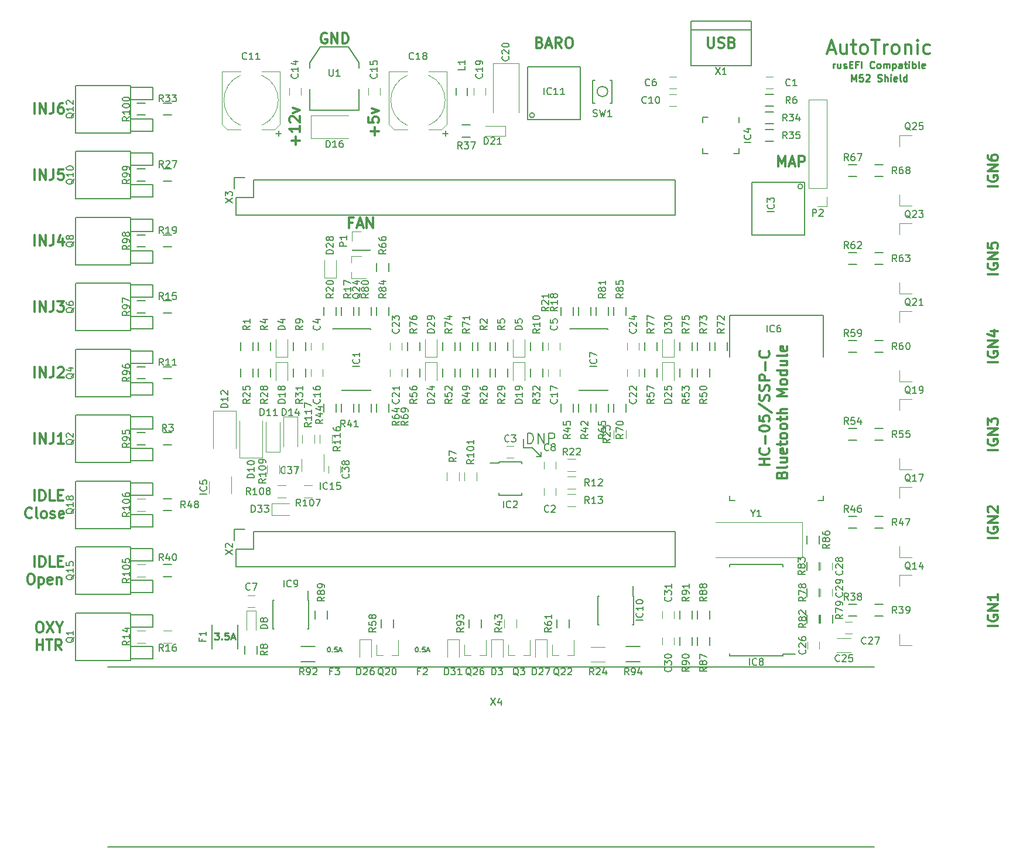
<source format=gbr>
G04 #@! TF.FileFunction,Legend,Top*
%FSLAX46Y46*%
G04 Gerber Fmt 4.6, Leading zero omitted, Abs format (unit mm)*
G04 Created by KiCad (PCBNEW 4.0.4-stable) date 05/15/17 18:30:56*
%MOMM*%
%LPD*%
G01*
G04 APERTURE LIST*
%ADD10C,0.100000*%
%ADD11C,0.200000*%
%ADD12C,0.175000*%
%ADD13C,0.250000*%
%ADD14C,0.300000*%
%ADD15C,0.150000*%
%ADD16C,0.120000*%
G04 APERTURE END LIST*
D10*
D11*
X75565000Y-60325000D02*
X75565000Y-59055000D01*
X76835000Y-60325000D02*
X75565000Y-60325000D01*
X78105000Y-61595000D02*
X77470000Y-61595000D01*
X78105000Y-61595000D02*
X78105000Y-60960000D01*
X76835000Y-60325000D02*
X78105000Y-61595000D01*
X76176429Y-59733571D02*
X76176429Y-58233571D01*
X76533572Y-58233571D01*
X76747857Y-58305000D01*
X76890715Y-58447857D01*
X76962143Y-58590714D01*
X77033572Y-58876429D01*
X77033572Y-59090714D01*
X76962143Y-59376429D01*
X76890715Y-59519286D01*
X76747857Y-59662143D01*
X76533572Y-59733571D01*
X76176429Y-59733571D01*
X77676429Y-59733571D02*
X77676429Y-58233571D01*
X78533572Y-59733571D01*
X78533572Y-58233571D01*
X79247858Y-59733571D02*
X79247858Y-58233571D01*
X79819286Y-58233571D01*
X79962144Y-58305000D01*
X80033572Y-58376429D01*
X80105001Y-58519286D01*
X80105001Y-58733571D01*
X80033572Y-58876429D01*
X79962144Y-58947857D01*
X79819286Y-59019286D01*
X79247858Y-59019286D01*
D12*
X60126667Y-89151667D02*
X60193334Y-89151667D01*
X60260000Y-89185000D01*
X60293334Y-89218333D01*
X60326667Y-89285000D01*
X60360000Y-89418333D01*
X60360000Y-89585000D01*
X60326667Y-89718333D01*
X60293334Y-89785000D01*
X60260000Y-89818333D01*
X60193334Y-89851667D01*
X60126667Y-89851667D01*
X60060000Y-89818333D01*
X60026667Y-89785000D01*
X59993334Y-89718333D01*
X59960000Y-89585000D01*
X59960000Y-89418333D01*
X59993334Y-89285000D01*
X60026667Y-89218333D01*
X60060000Y-89185000D01*
X60126667Y-89151667D01*
X60660001Y-89785000D02*
X60693334Y-89818333D01*
X60660001Y-89851667D01*
X60626667Y-89818333D01*
X60660001Y-89785000D01*
X60660001Y-89851667D01*
X61326667Y-89151667D02*
X60993334Y-89151667D01*
X60960000Y-89485000D01*
X60993334Y-89451667D01*
X61060000Y-89418333D01*
X61226667Y-89418333D01*
X61293334Y-89451667D01*
X61326667Y-89485000D01*
X61360000Y-89551667D01*
X61360000Y-89718333D01*
X61326667Y-89785000D01*
X61293334Y-89818333D01*
X61226667Y-89851667D01*
X61060000Y-89851667D01*
X60993334Y-89818333D01*
X60960000Y-89785000D01*
X61626667Y-89651667D02*
X61960001Y-89651667D01*
X61560001Y-89851667D02*
X61793334Y-89151667D01*
X62026667Y-89851667D01*
X47426667Y-89151667D02*
X47493334Y-89151667D01*
X47560000Y-89185000D01*
X47593334Y-89218333D01*
X47626667Y-89285000D01*
X47660000Y-89418333D01*
X47660000Y-89585000D01*
X47626667Y-89718333D01*
X47593334Y-89785000D01*
X47560000Y-89818333D01*
X47493334Y-89851667D01*
X47426667Y-89851667D01*
X47360000Y-89818333D01*
X47326667Y-89785000D01*
X47293334Y-89718333D01*
X47260000Y-89585000D01*
X47260000Y-89418333D01*
X47293334Y-89285000D01*
X47326667Y-89218333D01*
X47360000Y-89185000D01*
X47426667Y-89151667D01*
X47960001Y-89785000D02*
X47993334Y-89818333D01*
X47960001Y-89851667D01*
X47926667Y-89818333D01*
X47960001Y-89785000D01*
X47960001Y-89851667D01*
X48626667Y-89151667D02*
X48293334Y-89151667D01*
X48260000Y-89485000D01*
X48293334Y-89451667D01*
X48360000Y-89418333D01*
X48526667Y-89418333D01*
X48593334Y-89451667D01*
X48626667Y-89485000D01*
X48660000Y-89551667D01*
X48660000Y-89718333D01*
X48626667Y-89785000D01*
X48593334Y-89818333D01*
X48526667Y-89851667D01*
X48360000Y-89851667D01*
X48293334Y-89818333D01*
X48260000Y-89785000D01*
X48926667Y-89651667D02*
X49260001Y-89651667D01*
X48860001Y-89851667D02*
X49093334Y-89151667D01*
X49326667Y-89851667D01*
D13*
X30908810Y-87082381D02*
X31527858Y-87082381D01*
X31194524Y-87463333D01*
X31337382Y-87463333D01*
X31432620Y-87510952D01*
X31480239Y-87558571D01*
X31527858Y-87653810D01*
X31527858Y-87891905D01*
X31480239Y-87987143D01*
X31432620Y-88034762D01*
X31337382Y-88082381D01*
X31051667Y-88082381D01*
X30956429Y-88034762D01*
X30908810Y-87987143D01*
X31956429Y-87987143D02*
X32004048Y-88034762D01*
X31956429Y-88082381D01*
X31908810Y-88034762D01*
X31956429Y-87987143D01*
X31956429Y-88082381D01*
X32908810Y-87082381D02*
X32432619Y-87082381D01*
X32385000Y-87558571D01*
X32432619Y-87510952D01*
X32527857Y-87463333D01*
X32765953Y-87463333D01*
X32861191Y-87510952D01*
X32908810Y-87558571D01*
X32956429Y-87653810D01*
X32956429Y-87891905D01*
X32908810Y-87987143D01*
X32861191Y-88034762D01*
X32765953Y-88082381D01*
X32527857Y-88082381D01*
X32432619Y-88034762D01*
X32385000Y-87987143D01*
X33337381Y-87796667D02*
X33813572Y-87796667D01*
X33242143Y-88082381D02*
X33575476Y-87082381D01*
X33908810Y-88082381D01*
D14*
X47117143Y-520000D02*
X46974286Y-448571D01*
X46760000Y-448571D01*
X46545715Y-520000D01*
X46402857Y-662857D01*
X46331429Y-805714D01*
X46260000Y-1091429D01*
X46260000Y-1305714D01*
X46331429Y-1591429D01*
X46402857Y-1734286D01*
X46545715Y-1877143D01*
X46760000Y-1948571D01*
X46902857Y-1948571D01*
X47117143Y-1877143D01*
X47188572Y-1805714D01*
X47188572Y-1305714D01*
X46902857Y-1305714D01*
X47831429Y-1948571D02*
X47831429Y-448571D01*
X48688572Y-1948571D01*
X48688572Y-448571D01*
X49402858Y-1948571D02*
X49402858Y-448571D01*
X49760001Y-448571D01*
X49974286Y-520000D01*
X50117144Y-662857D01*
X50188572Y-805714D01*
X50260001Y-1091429D01*
X50260001Y-1305714D01*
X50188572Y-1591429D01*
X50117144Y-1734286D01*
X49974286Y-1877143D01*
X49760001Y-1948571D01*
X49402858Y-1948571D01*
X42652143Y-16541428D02*
X42652143Y-15398571D01*
X43223571Y-15970000D02*
X42080714Y-15970000D01*
X43223571Y-13898571D02*
X43223571Y-14755714D01*
X43223571Y-14327142D02*
X41723571Y-14327142D01*
X41937857Y-14469999D01*
X42080714Y-14612857D01*
X42152143Y-14755714D01*
X41866429Y-13327143D02*
X41795000Y-13255714D01*
X41723571Y-13112857D01*
X41723571Y-12755714D01*
X41795000Y-12612857D01*
X41866429Y-12541428D01*
X42009286Y-12470000D01*
X42152143Y-12470000D01*
X42366429Y-12541428D01*
X43223571Y-13398571D01*
X43223571Y-12470000D01*
X42223571Y-11970000D02*
X43223571Y-11612857D01*
X42223571Y-11255715D01*
X54082143Y-15192142D02*
X54082143Y-14049285D01*
X54653571Y-14620714D02*
X53510714Y-14620714D01*
X53153571Y-12620713D02*
X53153571Y-13334999D01*
X53867857Y-13406428D01*
X53796429Y-13334999D01*
X53725000Y-13192142D01*
X53725000Y-12834999D01*
X53796429Y-12692142D01*
X53867857Y-12620713D01*
X54010714Y-12549285D01*
X54367857Y-12549285D01*
X54510714Y-12620713D01*
X54582143Y-12692142D01*
X54653571Y-12834999D01*
X54653571Y-13192142D01*
X54582143Y-13334999D01*
X54510714Y-13406428D01*
X53653571Y-12049285D02*
X54653571Y-11692142D01*
X53653571Y-11335000D01*
X102247143Y-1083571D02*
X102247143Y-2297857D01*
X102318571Y-2440714D01*
X102390000Y-2512143D01*
X102532857Y-2583571D01*
X102818571Y-2583571D01*
X102961429Y-2512143D01*
X103032857Y-2440714D01*
X103104286Y-2297857D01*
X103104286Y-1083571D01*
X103747143Y-2512143D02*
X103961429Y-2583571D01*
X104318572Y-2583571D01*
X104461429Y-2512143D01*
X104532858Y-2440714D01*
X104604286Y-2297857D01*
X104604286Y-2155000D01*
X104532858Y-2012143D01*
X104461429Y-1940714D01*
X104318572Y-1869286D01*
X104032858Y-1797857D01*
X103890000Y-1726429D01*
X103818572Y-1655000D01*
X103747143Y-1512143D01*
X103747143Y-1369286D01*
X103818572Y-1226429D01*
X103890000Y-1155000D01*
X104032858Y-1083571D01*
X104390000Y-1083571D01*
X104604286Y-1155000D01*
X105747143Y-1797857D02*
X105961429Y-1869286D01*
X106032857Y-1940714D01*
X106104286Y-2083571D01*
X106104286Y-2297857D01*
X106032857Y-2440714D01*
X105961429Y-2512143D01*
X105818571Y-2583571D01*
X105247143Y-2583571D01*
X105247143Y-1083571D01*
X105747143Y-1083571D01*
X105890000Y-1155000D01*
X105961429Y-1226429D01*
X106032857Y-1369286D01*
X106032857Y-1512143D01*
X105961429Y-1655000D01*
X105890000Y-1726429D01*
X105747143Y-1797857D01*
X105247143Y-1797857D01*
X77938572Y-1797857D02*
X78152858Y-1869286D01*
X78224286Y-1940714D01*
X78295715Y-2083571D01*
X78295715Y-2297857D01*
X78224286Y-2440714D01*
X78152858Y-2512143D01*
X78010000Y-2583571D01*
X77438572Y-2583571D01*
X77438572Y-1083571D01*
X77938572Y-1083571D01*
X78081429Y-1155000D01*
X78152858Y-1226429D01*
X78224286Y-1369286D01*
X78224286Y-1512143D01*
X78152858Y-1655000D01*
X78081429Y-1726429D01*
X77938572Y-1797857D01*
X77438572Y-1797857D01*
X78867143Y-2155000D02*
X79581429Y-2155000D01*
X78724286Y-2583571D02*
X79224286Y-1083571D01*
X79724286Y-2583571D01*
X81081429Y-2583571D02*
X80581429Y-1869286D01*
X80224286Y-2583571D02*
X80224286Y-1083571D01*
X80795714Y-1083571D01*
X80938572Y-1155000D01*
X81010000Y-1226429D01*
X81081429Y-1369286D01*
X81081429Y-1583571D01*
X81010000Y-1726429D01*
X80938572Y-1797857D01*
X80795714Y-1869286D01*
X80224286Y-1869286D01*
X82010000Y-1083571D02*
X82295714Y-1083571D01*
X82438572Y-1155000D01*
X82581429Y-1297857D01*
X82652857Y-1583571D01*
X82652857Y-2083571D01*
X82581429Y-2369286D01*
X82438572Y-2512143D01*
X82295714Y-2583571D01*
X82010000Y-2583571D01*
X81867143Y-2512143D01*
X81724286Y-2369286D01*
X81652857Y-2083571D01*
X81652857Y-1583571D01*
X81724286Y-1297857D01*
X81867143Y-1155000D01*
X82010000Y-1083571D01*
X144188571Y-86070000D02*
X142688571Y-86070000D01*
X142760000Y-84570000D02*
X142688571Y-84712857D01*
X142688571Y-84927143D01*
X142760000Y-85141428D01*
X142902857Y-85284286D01*
X143045714Y-85355714D01*
X143331429Y-85427143D01*
X143545714Y-85427143D01*
X143831429Y-85355714D01*
X143974286Y-85284286D01*
X144117143Y-85141428D01*
X144188571Y-84927143D01*
X144188571Y-84784286D01*
X144117143Y-84570000D01*
X144045714Y-84498571D01*
X143545714Y-84498571D01*
X143545714Y-84784286D01*
X144188571Y-83855714D02*
X142688571Y-83855714D01*
X144188571Y-82998571D01*
X142688571Y-82998571D01*
X144188571Y-81498571D02*
X144188571Y-82355714D01*
X144188571Y-81927142D02*
X142688571Y-81927142D01*
X142902857Y-82069999D01*
X143045714Y-82212857D01*
X143117143Y-82355714D01*
X144188571Y-73370000D02*
X142688571Y-73370000D01*
X142760000Y-71870000D02*
X142688571Y-72012857D01*
X142688571Y-72227143D01*
X142760000Y-72441428D01*
X142902857Y-72584286D01*
X143045714Y-72655714D01*
X143331429Y-72727143D01*
X143545714Y-72727143D01*
X143831429Y-72655714D01*
X143974286Y-72584286D01*
X144117143Y-72441428D01*
X144188571Y-72227143D01*
X144188571Y-72084286D01*
X144117143Y-71870000D01*
X144045714Y-71798571D01*
X143545714Y-71798571D01*
X143545714Y-72084286D01*
X144188571Y-71155714D02*
X142688571Y-71155714D01*
X144188571Y-70298571D01*
X142688571Y-70298571D01*
X142831429Y-69655714D02*
X142760000Y-69584285D01*
X142688571Y-69441428D01*
X142688571Y-69084285D01*
X142760000Y-68941428D01*
X142831429Y-68869999D01*
X142974286Y-68798571D01*
X143117143Y-68798571D01*
X143331429Y-68869999D01*
X144188571Y-69727142D01*
X144188571Y-68798571D01*
X144188571Y-60670000D02*
X142688571Y-60670000D01*
X142760000Y-59170000D02*
X142688571Y-59312857D01*
X142688571Y-59527143D01*
X142760000Y-59741428D01*
X142902857Y-59884286D01*
X143045714Y-59955714D01*
X143331429Y-60027143D01*
X143545714Y-60027143D01*
X143831429Y-59955714D01*
X143974286Y-59884286D01*
X144117143Y-59741428D01*
X144188571Y-59527143D01*
X144188571Y-59384286D01*
X144117143Y-59170000D01*
X144045714Y-59098571D01*
X143545714Y-59098571D01*
X143545714Y-59384286D01*
X144188571Y-58455714D02*
X142688571Y-58455714D01*
X144188571Y-57598571D01*
X142688571Y-57598571D01*
X142688571Y-57027142D02*
X142688571Y-56098571D01*
X143260000Y-56598571D01*
X143260000Y-56384285D01*
X143331429Y-56241428D01*
X143402857Y-56169999D01*
X143545714Y-56098571D01*
X143902857Y-56098571D01*
X144045714Y-56169999D01*
X144117143Y-56241428D01*
X144188571Y-56384285D01*
X144188571Y-56812857D01*
X144117143Y-56955714D01*
X144045714Y-57027142D01*
X144188571Y-47970000D02*
X142688571Y-47970000D01*
X142760000Y-46470000D02*
X142688571Y-46612857D01*
X142688571Y-46827143D01*
X142760000Y-47041428D01*
X142902857Y-47184286D01*
X143045714Y-47255714D01*
X143331429Y-47327143D01*
X143545714Y-47327143D01*
X143831429Y-47255714D01*
X143974286Y-47184286D01*
X144117143Y-47041428D01*
X144188571Y-46827143D01*
X144188571Y-46684286D01*
X144117143Y-46470000D01*
X144045714Y-46398571D01*
X143545714Y-46398571D01*
X143545714Y-46684286D01*
X144188571Y-45755714D02*
X142688571Y-45755714D01*
X144188571Y-44898571D01*
X142688571Y-44898571D01*
X143188571Y-43541428D02*
X144188571Y-43541428D01*
X142617143Y-43898571D02*
X143688571Y-44255714D01*
X143688571Y-43327142D01*
X144188571Y-35270000D02*
X142688571Y-35270000D01*
X142760000Y-33770000D02*
X142688571Y-33912857D01*
X142688571Y-34127143D01*
X142760000Y-34341428D01*
X142902857Y-34484286D01*
X143045714Y-34555714D01*
X143331429Y-34627143D01*
X143545714Y-34627143D01*
X143831429Y-34555714D01*
X143974286Y-34484286D01*
X144117143Y-34341428D01*
X144188571Y-34127143D01*
X144188571Y-33984286D01*
X144117143Y-33770000D01*
X144045714Y-33698571D01*
X143545714Y-33698571D01*
X143545714Y-33984286D01*
X144188571Y-33055714D02*
X142688571Y-33055714D01*
X144188571Y-32198571D01*
X142688571Y-32198571D01*
X142688571Y-30769999D02*
X142688571Y-31484285D01*
X143402857Y-31555714D01*
X143331429Y-31484285D01*
X143260000Y-31341428D01*
X143260000Y-30984285D01*
X143331429Y-30841428D01*
X143402857Y-30769999D01*
X143545714Y-30698571D01*
X143902857Y-30698571D01*
X144045714Y-30769999D01*
X144117143Y-30841428D01*
X144188571Y-30984285D01*
X144188571Y-31341428D01*
X144117143Y-31484285D01*
X144045714Y-31555714D01*
X144188571Y-22570000D02*
X142688571Y-22570000D01*
X142760000Y-21070000D02*
X142688571Y-21212857D01*
X142688571Y-21427143D01*
X142760000Y-21641428D01*
X142902857Y-21784286D01*
X143045714Y-21855714D01*
X143331429Y-21927143D01*
X143545714Y-21927143D01*
X143831429Y-21855714D01*
X143974286Y-21784286D01*
X144117143Y-21641428D01*
X144188571Y-21427143D01*
X144188571Y-21284286D01*
X144117143Y-21070000D01*
X144045714Y-20998571D01*
X143545714Y-20998571D01*
X143545714Y-21284286D01*
X144188571Y-20355714D02*
X142688571Y-20355714D01*
X144188571Y-19498571D01*
X142688571Y-19498571D01*
X142688571Y-18141428D02*
X142688571Y-18427142D01*
X142760000Y-18569999D01*
X142831429Y-18641428D01*
X143045714Y-18784285D01*
X143331429Y-18855714D01*
X143902857Y-18855714D01*
X144045714Y-18784285D01*
X144117143Y-18712857D01*
X144188571Y-18569999D01*
X144188571Y-18284285D01*
X144117143Y-18141428D01*
X144045714Y-18069999D01*
X143902857Y-17998571D01*
X143545714Y-17998571D01*
X143402857Y-18069999D01*
X143331429Y-18141428D01*
X143260000Y-18284285D01*
X143260000Y-18569999D01*
X143331429Y-18712857D01*
X143402857Y-18784285D01*
X143545714Y-18855714D01*
X5485000Y-85533571D02*
X5770714Y-85533571D01*
X5913572Y-85605000D01*
X6056429Y-85747857D01*
X6127857Y-86033571D01*
X6127857Y-86533571D01*
X6056429Y-86819286D01*
X5913572Y-86962143D01*
X5770714Y-87033571D01*
X5485000Y-87033571D01*
X5342143Y-86962143D01*
X5199286Y-86819286D01*
X5127857Y-86533571D01*
X5127857Y-86033571D01*
X5199286Y-85747857D01*
X5342143Y-85605000D01*
X5485000Y-85533571D01*
X6627858Y-85533571D02*
X7627858Y-87033571D01*
X7627858Y-85533571D02*
X6627858Y-87033571D01*
X8485000Y-86319286D02*
X8485000Y-87033571D01*
X7985000Y-85533571D02*
X8485000Y-86319286D01*
X8985000Y-85533571D01*
X5235000Y-89583571D02*
X5235000Y-88083571D01*
X5235000Y-88797857D02*
X6092143Y-88797857D01*
X6092143Y-89583571D02*
X6092143Y-88083571D01*
X6592143Y-88083571D02*
X7449286Y-88083571D01*
X7020715Y-89583571D02*
X7020715Y-88083571D01*
X8806429Y-89583571D02*
X8306429Y-88869286D01*
X7949286Y-89583571D02*
X7949286Y-88083571D01*
X8520714Y-88083571D01*
X8663572Y-88155000D01*
X8735000Y-88226429D01*
X8806429Y-88369286D01*
X8806429Y-88583571D01*
X8735000Y-88726429D01*
X8663572Y-88797857D01*
X8520714Y-88869286D01*
X7949286Y-88869286D01*
X4885714Y-77508571D02*
X4885714Y-76008571D01*
X5600000Y-77508571D02*
X5600000Y-76008571D01*
X5957143Y-76008571D01*
X6171428Y-76080000D01*
X6314286Y-76222857D01*
X6385714Y-76365714D01*
X6457143Y-76651429D01*
X6457143Y-76865714D01*
X6385714Y-77151429D01*
X6314286Y-77294286D01*
X6171428Y-77437143D01*
X5957143Y-77508571D01*
X5600000Y-77508571D01*
X7814286Y-77508571D02*
X7100000Y-77508571D01*
X7100000Y-76008571D01*
X8314286Y-76722857D02*
X8814286Y-76722857D01*
X9028572Y-77508571D02*
X8314286Y-77508571D01*
X8314286Y-76008571D01*
X9028572Y-76008571D01*
X4207143Y-78558571D02*
X4492857Y-78558571D01*
X4635715Y-78630000D01*
X4778572Y-78772857D01*
X4850000Y-79058571D01*
X4850000Y-79558571D01*
X4778572Y-79844286D01*
X4635715Y-79987143D01*
X4492857Y-80058571D01*
X4207143Y-80058571D01*
X4064286Y-79987143D01*
X3921429Y-79844286D01*
X3850000Y-79558571D01*
X3850000Y-79058571D01*
X3921429Y-78772857D01*
X4064286Y-78630000D01*
X4207143Y-78558571D01*
X5492858Y-79058571D02*
X5492858Y-80558571D01*
X5492858Y-79130000D02*
X5635715Y-79058571D01*
X5921429Y-79058571D01*
X6064286Y-79130000D01*
X6135715Y-79201429D01*
X6207144Y-79344286D01*
X6207144Y-79772857D01*
X6135715Y-79915714D01*
X6064286Y-79987143D01*
X5921429Y-80058571D01*
X5635715Y-80058571D01*
X5492858Y-79987143D01*
X7421429Y-79987143D02*
X7278572Y-80058571D01*
X6992858Y-80058571D01*
X6850001Y-79987143D01*
X6778572Y-79844286D01*
X6778572Y-79272857D01*
X6850001Y-79130000D01*
X6992858Y-79058571D01*
X7278572Y-79058571D01*
X7421429Y-79130000D01*
X7492858Y-79272857D01*
X7492858Y-79415714D01*
X6778572Y-79558571D01*
X8135715Y-79058571D02*
X8135715Y-80058571D01*
X8135715Y-79201429D02*
X8207143Y-79130000D01*
X8350001Y-79058571D01*
X8564286Y-79058571D01*
X8707143Y-79130000D01*
X8778572Y-79272857D01*
X8778572Y-80058571D01*
X4885714Y-67983571D02*
X4885714Y-66483571D01*
X5600000Y-67983571D02*
X5600000Y-66483571D01*
X5957143Y-66483571D01*
X6171428Y-66555000D01*
X6314286Y-66697857D01*
X6385714Y-66840714D01*
X6457143Y-67126429D01*
X6457143Y-67340714D01*
X6385714Y-67626429D01*
X6314286Y-67769286D01*
X6171428Y-67912143D01*
X5957143Y-67983571D01*
X5600000Y-67983571D01*
X7814286Y-67983571D02*
X7100000Y-67983571D01*
X7100000Y-66483571D01*
X8314286Y-67197857D02*
X8814286Y-67197857D01*
X9028572Y-67983571D02*
X8314286Y-67983571D01*
X8314286Y-66483571D01*
X9028572Y-66483571D01*
X4492858Y-70390714D02*
X4421429Y-70462143D01*
X4207143Y-70533571D01*
X4064286Y-70533571D01*
X3850001Y-70462143D01*
X3707143Y-70319286D01*
X3635715Y-70176429D01*
X3564286Y-69890714D01*
X3564286Y-69676429D01*
X3635715Y-69390714D01*
X3707143Y-69247857D01*
X3850001Y-69105000D01*
X4064286Y-69033571D01*
X4207143Y-69033571D01*
X4421429Y-69105000D01*
X4492858Y-69176429D01*
X5350001Y-70533571D02*
X5207143Y-70462143D01*
X5135715Y-70319286D01*
X5135715Y-69033571D01*
X6135715Y-70533571D02*
X5992857Y-70462143D01*
X5921429Y-70390714D01*
X5850000Y-70247857D01*
X5850000Y-69819286D01*
X5921429Y-69676429D01*
X5992857Y-69605000D01*
X6135715Y-69533571D01*
X6350000Y-69533571D01*
X6492857Y-69605000D01*
X6564286Y-69676429D01*
X6635715Y-69819286D01*
X6635715Y-70247857D01*
X6564286Y-70390714D01*
X6492857Y-70462143D01*
X6350000Y-70533571D01*
X6135715Y-70533571D01*
X7207143Y-70462143D02*
X7350000Y-70533571D01*
X7635715Y-70533571D01*
X7778572Y-70462143D01*
X7850000Y-70319286D01*
X7850000Y-70247857D01*
X7778572Y-70105000D01*
X7635715Y-70033571D01*
X7421429Y-70033571D01*
X7278572Y-69962143D01*
X7207143Y-69819286D01*
X7207143Y-69747857D01*
X7278572Y-69605000D01*
X7421429Y-69533571D01*
X7635715Y-69533571D01*
X7778572Y-69605000D01*
X9064286Y-70462143D02*
X8921429Y-70533571D01*
X8635715Y-70533571D01*
X8492858Y-70462143D01*
X8421429Y-70319286D01*
X8421429Y-69747857D01*
X8492858Y-69605000D01*
X8635715Y-69533571D01*
X8921429Y-69533571D01*
X9064286Y-69605000D01*
X9135715Y-69747857D01*
X9135715Y-69890714D01*
X8421429Y-70033571D01*
X4913572Y-59733571D02*
X4913572Y-58233571D01*
X5627858Y-59733571D02*
X5627858Y-58233571D01*
X6485001Y-59733571D01*
X6485001Y-58233571D01*
X7627858Y-58233571D02*
X7627858Y-59305000D01*
X7556430Y-59519286D01*
X7413573Y-59662143D01*
X7199287Y-59733571D01*
X7056430Y-59733571D01*
X9127858Y-59733571D02*
X8270715Y-59733571D01*
X8699287Y-59733571D02*
X8699287Y-58233571D01*
X8556430Y-58447857D01*
X8413572Y-58590714D01*
X8270715Y-58662143D01*
X4913572Y-50208571D02*
X4913572Y-48708571D01*
X5627858Y-50208571D02*
X5627858Y-48708571D01*
X6485001Y-50208571D01*
X6485001Y-48708571D01*
X7627858Y-48708571D02*
X7627858Y-49780000D01*
X7556430Y-49994286D01*
X7413573Y-50137143D01*
X7199287Y-50208571D01*
X7056430Y-50208571D01*
X8270715Y-48851429D02*
X8342144Y-48780000D01*
X8485001Y-48708571D01*
X8842144Y-48708571D01*
X8985001Y-48780000D01*
X9056430Y-48851429D01*
X9127858Y-48994286D01*
X9127858Y-49137143D01*
X9056430Y-49351429D01*
X8199287Y-50208571D01*
X9127858Y-50208571D01*
X4913572Y-40683571D02*
X4913572Y-39183571D01*
X5627858Y-40683571D02*
X5627858Y-39183571D01*
X6485001Y-40683571D01*
X6485001Y-39183571D01*
X7627858Y-39183571D02*
X7627858Y-40255000D01*
X7556430Y-40469286D01*
X7413573Y-40612143D01*
X7199287Y-40683571D01*
X7056430Y-40683571D01*
X8199287Y-39183571D02*
X9127858Y-39183571D01*
X8627858Y-39755000D01*
X8842144Y-39755000D01*
X8985001Y-39826429D01*
X9056430Y-39897857D01*
X9127858Y-40040714D01*
X9127858Y-40397857D01*
X9056430Y-40540714D01*
X8985001Y-40612143D01*
X8842144Y-40683571D01*
X8413572Y-40683571D01*
X8270715Y-40612143D01*
X8199287Y-40540714D01*
X4913572Y-31158571D02*
X4913572Y-29658571D01*
X5627858Y-31158571D02*
X5627858Y-29658571D01*
X6485001Y-31158571D01*
X6485001Y-29658571D01*
X7627858Y-29658571D02*
X7627858Y-30730000D01*
X7556430Y-30944286D01*
X7413573Y-31087143D01*
X7199287Y-31158571D01*
X7056430Y-31158571D01*
X8985001Y-30158571D02*
X8985001Y-31158571D01*
X8627858Y-29587143D02*
X8270715Y-30658571D01*
X9199287Y-30658571D01*
X4913572Y-21633571D02*
X4913572Y-20133571D01*
X5627858Y-21633571D02*
X5627858Y-20133571D01*
X6485001Y-21633571D01*
X6485001Y-20133571D01*
X7627858Y-20133571D02*
X7627858Y-21205000D01*
X7556430Y-21419286D01*
X7413573Y-21562143D01*
X7199287Y-21633571D01*
X7056430Y-21633571D01*
X9056430Y-20133571D02*
X8342144Y-20133571D01*
X8270715Y-20847857D01*
X8342144Y-20776429D01*
X8485001Y-20705000D01*
X8842144Y-20705000D01*
X8985001Y-20776429D01*
X9056430Y-20847857D01*
X9127858Y-20990714D01*
X9127858Y-21347857D01*
X9056430Y-21490714D01*
X8985001Y-21562143D01*
X8842144Y-21633571D01*
X8485001Y-21633571D01*
X8342144Y-21562143D01*
X8270715Y-21490714D01*
X4913572Y-12108571D02*
X4913572Y-10608571D01*
X5627858Y-12108571D02*
X5627858Y-10608571D01*
X6485001Y-12108571D01*
X6485001Y-10608571D01*
X7627858Y-10608571D02*
X7627858Y-11680000D01*
X7556430Y-11894286D01*
X7413573Y-12037143D01*
X7199287Y-12108571D01*
X7056430Y-12108571D01*
X8985001Y-10608571D02*
X8699287Y-10608571D01*
X8556430Y-10680000D01*
X8485001Y-10751429D01*
X8342144Y-10965714D01*
X8270715Y-11251429D01*
X8270715Y-11822857D01*
X8342144Y-11965714D01*
X8413572Y-12037143D01*
X8556430Y-12108571D01*
X8842144Y-12108571D01*
X8985001Y-12037143D01*
X9056430Y-11965714D01*
X9127858Y-11822857D01*
X9127858Y-11465714D01*
X9056430Y-11322857D01*
X8985001Y-11251429D01*
X8842144Y-11180000D01*
X8556430Y-11180000D01*
X8413572Y-11251429D01*
X8342144Y-11322857D01*
X8270715Y-11465714D01*
X111163571Y-62852142D02*
X109663571Y-62852142D01*
X110377857Y-62852142D02*
X110377857Y-61994999D01*
X111163571Y-61994999D02*
X109663571Y-61994999D01*
X111020714Y-60423570D02*
X111092143Y-60494999D01*
X111163571Y-60709285D01*
X111163571Y-60852142D01*
X111092143Y-61066427D01*
X110949286Y-61209285D01*
X110806429Y-61280713D01*
X110520714Y-61352142D01*
X110306429Y-61352142D01*
X110020714Y-61280713D01*
X109877857Y-61209285D01*
X109735000Y-61066427D01*
X109663571Y-60852142D01*
X109663571Y-60709285D01*
X109735000Y-60494999D01*
X109806429Y-60423570D01*
X110592143Y-59780713D02*
X110592143Y-58637856D01*
X109663571Y-57637856D02*
X109663571Y-57494999D01*
X109735000Y-57352142D01*
X109806429Y-57280713D01*
X109949286Y-57209284D01*
X110235000Y-57137856D01*
X110592143Y-57137856D01*
X110877857Y-57209284D01*
X111020714Y-57280713D01*
X111092143Y-57352142D01*
X111163571Y-57494999D01*
X111163571Y-57637856D01*
X111092143Y-57780713D01*
X111020714Y-57852142D01*
X110877857Y-57923570D01*
X110592143Y-57994999D01*
X110235000Y-57994999D01*
X109949286Y-57923570D01*
X109806429Y-57852142D01*
X109735000Y-57780713D01*
X109663571Y-57637856D01*
X109663571Y-55780713D02*
X109663571Y-56494999D01*
X110377857Y-56566428D01*
X110306429Y-56494999D01*
X110235000Y-56352142D01*
X110235000Y-55994999D01*
X110306429Y-55852142D01*
X110377857Y-55780713D01*
X110520714Y-55709285D01*
X110877857Y-55709285D01*
X111020714Y-55780713D01*
X111092143Y-55852142D01*
X111163571Y-55994999D01*
X111163571Y-56352142D01*
X111092143Y-56494999D01*
X111020714Y-56566428D01*
X109592143Y-53995000D02*
X111520714Y-55280714D01*
X111092143Y-53566428D02*
X111163571Y-53352142D01*
X111163571Y-52994999D01*
X111092143Y-52852142D01*
X111020714Y-52780713D01*
X110877857Y-52709285D01*
X110735000Y-52709285D01*
X110592143Y-52780713D01*
X110520714Y-52852142D01*
X110449286Y-52994999D01*
X110377857Y-53280713D01*
X110306429Y-53423571D01*
X110235000Y-53494999D01*
X110092143Y-53566428D01*
X109949286Y-53566428D01*
X109806429Y-53494999D01*
X109735000Y-53423571D01*
X109663571Y-53280713D01*
X109663571Y-52923571D01*
X109735000Y-52709285D01*
X111092143Y-52137857D02*
X111163571Y-51923571D01*
X111163571Y-51566428D01*
X111092143Y-51423571D01*
X111020714Y-51352142D01*
X110877857Y-51280714D01*
X110735000Y-51280714D01*
X110592143Y-51352142D01*
X110520714Y-51423571D01*
X110449286Y-51566428D01*
X110377857Y-51852142D01*
X110306429Y-51995000D01*
X110235000Y-52066428D01*
X110092143Y-52137857D01*
X109949286Y-52137857D01*
X109806429Y-52066428D01*
X109735000Y-51995000D01*
X109663571Y-51852142D01*
X109663571Y-51495000D01*
X109735000Y-51280714D01*
X111163571Y-50637857D02*
X109663571Y-50637857D01*
X109663571Y-50066429D01*
X109735000Y-49923571D01*
X109806429Y-49852143D01*
X109949286Y-49780714D01*
X110163571Y-49780714D01*
X110306429Y-49852143D01*
X110377857Y-49923571D01*
X110449286Y-50066429D01*
X110449286Y-50637857D01*
X110592143Y-49137857D02*
X110592143Y-47995000D01*
X111020714Y-46423571D02*
X111092143Y-46495000D01*
X111163571Y-46709286D01*
X111163571Y-46852143D01*
X111092143Y-47066428D01*
X110949286Y-47209286D01*
X110806429Y-47280714D01*
X110520714Y-47352143D01*
X110306429Y-47352143D01*
X110020714Y-47280714D01*
X109877857Y-47209286D01*
X109735000Y-47066428D01*
X109663571Y-46852143D01*
X109663571Y-46709286D01*
X109735000Y-46495000D01*
X109806429Y-46423571D01*
X112927857Y-64245000D02*
X112999286Y-64030714D01*
X113070714Y-63959286D01*
X113213571Y-63887857D01*
X113427857Y-63887857D01*
X113570714Y-63959286D01*
X113642143Y-64030714D01*
X113713571Y-64173572D01*
X113713571Y-64745000D01*
X112213571Y-64745000D01*
X112213571Y-64245000D01*
X112285000Y-64102143D01*
X112356429Y-64030714D01*
X112499286Y-63959286D01*
X112642143Y-63959286D01*
X112785000Y-64030714D01*
X112856429Y-64102143D01*
X112927857Y-64245000D01*
X112927857Y-64745000D01*
X113713571Y-63030714D02*
X113642143Y-63173572D01*
X113499286Y-63245000D01*
X112213571Y-63245000D01*
X112713571Y-61816429D02*
X113713571Y-61816429D01*
X112713571Y-62459286D02*
X113499286Y-62459286D01*
X113642143Y-62387858D01*
X113713571Y-62245000D01*
X113713571Y-62030715D01*
X113642143Y-61887858D01*
X113570714Y-61816429D01*
X113642143Y-60530715D02*
X113713571Y-60673572D01*
X113713571Y-60959286D01*
X113642143Y-61102143D01*
X113499286Y-61173572D01*
X112927857Y-61173572D01*
X112785000Y-61102143D01*
X112713571Y-60959286D01*
X112713571Y-60673572D01*
X112785000Y-60530715D01*
X112927857Y-60459286D01*
X113070714Y-60459286D01*
X113213571Y-61173572D01*
X112713571Y-60030715D02*
X112713571Y-59459286D01*
X112213571Y-59816429D02*
X113499286Y-59816429D01*
X113642143Y-59745001D01*
X113713571Y-59602143D01*
X113713571Y-59459286D01*
X113713571Y-58745000D02*
X113642143Y-58887858D01*
X113570714Y-58959286D01*
X113427857Y-59030715D01*
X112999286Y-59030715D01*
X112856429Y-58959286D01*
X112785000Y-58887858D01*
X112713571Y-58745000D01*
X112713571Y-58530715D01*
X112785000Y-58387858D01*
X112856429Y-58316429D01*
X112999286Y-58245000D01*
X113427857Y-58245000D01*
X113570714Y-58316429D01*
X113642143Y-58387858D01*
X113713571Y-58530715D01*
X113713571Y-58745000D01*
X113713571Y-57387857D02*
X113642143Y-57530715D01*
X113570714Y-57602143D01*
X113427857Y-57673572D01*
X112999286Y-57673572D01*
X112856429Y-57602143D01*
X112785000Y-57530715D01*
X112713571Y-57387857D01*
X112713571Y-57173572D01*
X112785000Y-57030715D01*
X112856429Y-56959286D01*
X112999286Y-56887857D01*
X113427857Y-56887857D01*
X113570714Y-56959286D01*
X113642143Y-57030715D01*
X113713571Y-57173572D01*
X113713571Y-57387857D01*
X112713571Y-56459286D02*
X112713571Y-55887857D01*
X112213571Y-56245000D02*
X113499286Y-56245000D01*
X113642143Y-56173572D01*
X113713571Y-56030714D01*
X113713571Y-55887857D01*
X113713571Y-55387857D02*
X112213571Y-55387857D01*
X113713571Y-54745000D02*
X112927857Y-54745000D01*
X112785000Y-54816429D01*
X112713571Y-54959286D01*
X112713571Y-55173571D01*
X112785000Y-55316429D01*
X112856429Y-55387857D01*
X113713571Y-52887857D02*
X112213571Y-52887857D01*
X113285000Y-52387857D01*
X112213571Y-51887857D01*
X113713571Y-51887857D01*
X113713571Y-50959285D02*
X113642143Y-51102143D01*
X113570714Y-51173571D01*
X113427857Y-51245000D01*
X112999286Y-51245000D01*
X112856429Y-51173571D01*
X112785000Y-51102143D01*
X112713571Y-50959285D01*
X112713571Y-50745000D01*
X112785000Y-50602143D01*
X112856429Y-50530714D01*
X112999286Y-50459285D01*
X113427857Y-50459285D01*
X113570714Y-50530714D01*
X113642143Y-50602143D01*
X113713571Y-50745000D01*
X113713571Y-50959285D01*
X113713571Y-49173571D02*
X112213571Y-49173571D01*
X113642143Y-49173571D02*
X113713571Y-49316428D01*
X113713571Y-49602142D01*
X113642143Y-49745000D01*
X113570714Y-49816428D01*
X113427857Y-49887857D01*
X112999286Y-49887857D01*
X112856429Y-49816428D01*
X112785000Y-49745000D01*
X112713571Y-49602142D01*
X112713571Y-49316428D01*
X112785000Y-49173571D01*
X112713571Y-47816428D02*
X113713571Y-47816428D01*
X112713571Y-48459285D02*
X113499286Y-48459285D01*
X113642143Y-48387857D01*
X113713571Y-48244999D01*
X113713571Y-48030714D01*
X113642143Y-47887857D01*
X113570714Y-47816428D01*
X113713571Y-46887856D02*
X113642143Y-47030714D01*
X113499286Y-47102142D01*
X112213571Y-47102142D01*
X113642143Y-45745000D02*
X113713571Y-45887857D01*
X113713571Y-46173571D01*
X113642143Y-46316428D01*
X113499286Y-46387857D01*
X112927857Y-46387857D01*
X112785000Y-46316428D01*
X112713571Y-46173571D01*
X112713571Y-45887857D01*
X112785000Y-45745000D01*
X112927857Y-45673571D01*
X113070714Y-45673571D01*
X113213571Y-46387857D01*
X50855715Y-27832857D02*
X50355715Y-27832857D01*
X50355715Y-28618571D02*
X50355715Y-27118571D01*
X51070001Y-27118571D01*
X51570000Y-28190000D02*
X52284286Y-28190000D01*
X51427143Y-28618571D02*
X51927143Y-27118571D01*
X52427143Y-28618571D01*
X52927143Y-28618571D02*
X52927143Y-27118571D01*
X53784286Y-28618571D01*
X53784286Y-27118571D01*
X112407143Y-19728571D02*
X112407143Y-18228571D01*
X112907143Y-19300000D01*
X113407143Y-18228571D01*
X113407143Y-19728571D01*
X114050000Y-19300000D02*
X114764286Y-19300000D01*
X113907143Y-19728571D02*
X114407143Y-18228571D01*
X114907143Y-19728571D01*
X115407143Y-19728571D02*
X115407143Y-18228571D01*
X115978571Y-18228571D01*
X116121429Y-18300000D01*
X116192857Y-18371429D01*
X116264286Y-18514286D01*
X116264286Y-18728571D01*
X116192857Y-18871429D01*
X116121429Y-18942857D01*
X115978571Y-19014286D01*
X115407143Y-19014286D01*
D13*
X123023809Y-7437381D02*
X123023809Y-6437381D01*
X123357143Y-7151667D01*
X123690476Y-6437381D01*
X123690476Y-7437381D01*
X124642857Y-6437381D02*
X124166666Y-6437381D01*
X124119047Y-6913571D01*
X124166666Y-6865952D01*
X124261904Y-6818333D01*
X124500000Y-6818333D01*
X124595238Y-6865952D01*
X124642857Y-6913571D01*
X124690476Y-7008810D01*
X124690476Y-7246905D01*
X124642857Y-7342143D01*
X124595238Y-7389762D01*
X124500000Y-7437381D01*
X124261904Y-7437381D01*
X124166666Y-7389762D01*
X124119047Y-7342143D01*
X125071428Y-6532619D02*
X125119047Y-6485000D01*
X125214285Y-6437381D01*
X125452381Y-6437381D01*
X125547619Y-6485000D01*
X125595238Y-6532619D01*
X125642857Y-6627857D01*
X125642857Y-6723095D01*
X125595238Y-6865952D01*
X125023809Y-7437381D01*
X125642857Y-7437381D01*
X126785714Y-7389762D02*
X126928571Y-7437381D01*
X127166667Y-7437381D01*
X127261905Y-7389762D01*
X127309524Y-7342143D01*
X127357143Y-7246905D01*
X127357143Y-7151667D01*
X127309524Y-7056429D01*
X127261905Y-7008810D01*
X127166667Y-6961190D01*
X126976190Y-6913571D01*
X126880952Y-6865952D01*
X126833333Y-6818333D01*
X126785714Y-6723095D01*
X126785714Y-6627857D01*
X126833333Y-6532619D01*
X126880952Y-6485000D01*
X126976190Y-6437381D01*
X127214286Y-6437381D01*
X127357143Y-6485000D01*
X127785714Y-7437381D02*
X127785714Y-6437381D01*
X128214286Y-7437381D02*
X128214286Y-6913571D01*
X128166667Y-6818333D01*
X128071429Y-6770714D01*
X127928571Y-6770714D01*
X127833333Y-6818333D01*
X127785714Y-6865952D01*
X128690476Y-7437381D02*
X128690476Y-6770714D01*
X128690476Y-6437381D02*
X128642857Y-6485000D01*
X128690476Y-6532619D01*
X128738095Y-6485000D01*
X128690476Y-6437381D01*
X128690476Y-6532619D01*
X129547619Y-7389762D02*
X129452381Y-7437381D01*
X129261904Y-7437381D01*
X129166666Y-7389762D01*
X129119047Y-7294524D01*
X129119047Y-6913571D01*
X129166666Y-6818333D01*
X129261904Y-6770714D01*
X129452381Y-6770714D01*
X129547619Y-6818333D01*
X129595238Y-6913571D01*
X129595238Y-7008810D01*
X129119047Y-7104048D01*
X130166666Y-7437381D02*
X130071428Y-7389762D01*
X130023809Y-7294524D01*
X130023809Y-6437381D01*
X130976191Y-7437381D02*
X130976191Y-6437381D01*
X130976191Y-7389762D02*
X130880953Y-7437381D01*
X130690476Y-7437381D01*
X130595238Y-7389762D01*
X130547619Y-7342143D01*
X130500000Y-7246905D01*
X130500000Y-6961190D01*
X130547619Y-6865952D01*
X130595238Y-6818333D01*
X130690476Y-6770714D01*
X130880953Y-6770714D01*
X130976191Y-6818333D01*
X120380952Y-5532381D02*
X120380952Y-4865714D01*
X120380952Y-5056190D02*
X120428571Y-4960952D01*
X120476190Y-4913333D01*
X120571428Y-4865714D01*
X120666667Y-4865714D01*
X121428572Y-4865714D02*
X121428572Y-5532381D01*
X121000000Y-4865714D02*
X121000000Y-5389524D01*
X121047619Y-5484762D01*
X121142857Y-5532381D01*
X121285715Y-5532381D01*
X121380953Y-5484762D01*
X121428572Y-5437143D01*
X121857143Y-5484762D02*
X121952381Y-5532381D01*
X122142857Y-5532381D01*
X122238096Y-5484762D01*
X122285715Y-5389524D01*
X122285715Y-5341905D01*
X122238096Y-5246667D01*
X122142857Y-5199048D01*
X122000000Y-5199048D01*
X121904762Y-5151429D01*
X121857143Y-5056190D01*
X121857143Y-5008571D01*
X121904762Y-4913333D01*
X122000000Y-4865714D01*
X122142857Y-4865714D01*
X122238096Y-4913333D01*
X122714286Y-5008571D02*
X123047620Y-5008571D01*
X123190477Y-5532381D02*
X122714286Y-5532381D01*
X122714286Y-4532381D01*
X123190477Y-4532381D01*
X123952382Y-5008571D02*
X123619048Y-5008571D01*
X123619048Y-5532381D02*
X123619048Y-4532381D01*
X124095239Y-4532381D01*
X124476191Y-5532381D02*
X124476191Y-4532381D01*
X126285715Y-5437143D02*
X126238096Y-5484762D01*
X126095239Y-5532381D01*
X126000001Y-5532381D01*
X125857143Y-5484762D01*
X125761905Y-5389524D01*
X125714286Y-5294286D01*
X125666667Y-5103810D01*
X125666667Y-4960952D01*
X125714286Y-4770476D01*
X125761905Y-4675238D01*
X125857143Y-4580000D01*
X126000001Y-4532381D01*
X126095239Y-4532381D01*
X126238096Y-4580000D01*
X126285715Y-4627619D01*
X126857143Y-5532381D02*
X126761905Y-5484762D01*
X126714286Y-5437143D01*
X126666667Y-5341905D01*
X126666667Y-5056190D01*
X126714286Y-4960952D01*
X126761905Y-4913333D01*
X126857143Y-4865714D01*
X127000001Y-4865714D01*
X127095239Y-4913333D01*
X127142858Y-4960952D01*
X127190477Y-5056190D01*
X127190477Y-5341905D01*
X127142858Y-5437143D01*
X127095239Y-5484762D01*
X127000001Y-5532381D01*
X126857143Y-5532381D01*
X127619048Y-5532381D02*
X127619048Y-4865714D01*
X127619048Y-4960952D02*
X127666667Y-4913333D01*
X127761905Y-4865714D01*
X127904763Y-4865714D01*
X128000001Y-4913333D01*
X128047620Y-5008571D01*
X128047620Y-5532381D01*
X128047620Y-5008571D02*
X128095239Y-4913333D01*
X128190477Y-4865714D01*
X128333334Y-4865714D01*
X128428572Y-4913333D01*
X128476191Y-5008571D01*
X128476191Y-5532381D01*
X128952381Y-4865714D02*
X128952381Y-5865714D01*
X128952381Y-4913333D02*
X129047619Y-4865714D01*
X129238096Y-4865714D01*
X129333334Y-4913333D01*
X129380953Y-4960952D01*
X129428572Y-5056190D01*
X129428572Y-5341905D01*
X129380953Y-5437143D01*
X129333334Y-5484762D01*
X129238096Y-5532381D01*
X129047619Y-5532381D01*
X128952381Y-5484762D01*
X130285715Y-5532381D02*
X130285715Y-5008571D01*
X130238096Y-4913333D01*
X130142858Y-4865714D01*
X129952381Y-4865714D01*
X129857143Y-4913333D01*
X130285715Y-5484762D02*
X130190477Y-5532381D01*
X129952381Y-5532381D01*
X129857143Y-5484762D01*
X129809524Y-5389524D01*
X129809524Y-5294286D01*
X129857143Y-5199048D01*
X129952381Y-5151429D01*
X130190477Y-5151429D01*
X130285715Y-5103810D01*
X130619048Y-4865714D02*
X131000000Y-4865714D01*
X130761905Y-4532381D02*
X130761905Y-5389524D01*
X130809524Y-5484762D01*
X130904762Y-5532381D01*
X131000000Y-5532381D01*
X131333334Y-5532381D02*
X131333334Y-4865714D01*
X131333334Y-4532381D02*
X131285715Y-4580000D01*
X131333334Y-4627619D01*
X131380953Y-4580000D01*
X131333334Y-4532381D01*
X131333334Y-4627619D01*
X131809524Y-5532381D02*
X131809524Y-4532381D01*
X131809524Y-4913333D02*
X131904762Y-4865714D01*
X132095239Y-4865714D01*
X132190477Y-4913333D01*
X132238096Y-4960952D01*
X132285715Y-5056190D01*
X132285715Y-5341905D01*
X132238096Y-5437143D01*
X132190477Y-5484762D01*
X132095239Y-5532381D01*
X131904762Y-5532381D01*
X131809524Y-5484762D01*
X132857143Y-5532381D02*
X132761905Y-5484762D01*
X132714286Y-5389524D01*
X132714286Y-4532381D01*
X133619049Y-5484762D02*
X133523811Y-5532381D01*
X133333334Y-5532381D01*
X133238096Y-5484762D01*
X133190477Y-5389524D01*
X133190477Y-5008571D01*
X133238096Y-4913333D01*
X133333334Y-4865714D01*
X133523811Y-4865714D01*
X133619049Y-4913333D01*
X133666668Y-5008571D01*
X133666668Y-5103810D01*
X133190477Y-5199048D01*
D14*
X119619047Y-2873333D02*
X120571428Y-2873333D01*
X119428571Y-3444762D02*
X120095238Y-1444762D01*
X120761905Y-3444762D01*
X122285714Y-2111429D02*
X122285714Y-3444762D01*
X121428571Y-2111429D02*
X121428571Y-3159048D01*
X121523810Y-3349524D01*
X121714286Y-3444762D01*
X122000000Y-3444762D01*
X122190476Y-3349524D01*
X122285714Y-3254286D01*
X122952381Y-2111429D02*
X123714286Y-2111429D01*
X123238095Y-1444762D02*
X123238095Y-3159048D01*
X123333334Y-3349524D01*
X123523810Y-3444762D01*
X123714286Y-3444762D01*
X124666667Y-3444762D02*
X124476191Y-3349524D01*
X124380952Y-3254286D01*
X124285714Y-3063810D01*
X124285714Y-2492381D01*
X124380952Y-2301905D01*
X124476191Y-2206667D01*
X124666667Y-2111429D01*
X124952381Y-2111429D01*
X125142857Y-2206667D01*
X125238095Y-2301905D01*
X125333333Y-2492381D01*
X125333333Y-3063810D01*
X125238095Y-3254286D01*
X125142857Y-3349524D01*
X124952381Y-3444762D01*
X124666667Y-3444762D01*
X125904762Y-1444762D02*
X127047619Y-1444762D01*
X126476191Y-3444762D02*
X126476191Y-1444762D01*
X127714286Y-3444762D02*
X127714286Y-2111429D01*
X127714286Y-2492381D02*
X127809525Y-2301905D01*
X127904763Y-2206667D01*
X128095239Y-2111429D01*
X128285715Y-2111429D01*
X129238096Y-3444762D02*
X129047620Y-3349524D01*
X128952381Y-3254286D01*
X128857143Y-3063810D01*
X128857143Y-2492381D01*
X128952381Y-2301905D01*
X129047620Y-2206667D01*
X129238096Y-2111429D01*
X129523810Y-2111429D01*
X129714286Y-2206667D01*
X129809524Y-2301905D01*
X129904762Y-2492381D01*
X129904762Y-3063810D01*
X129809524Y-3254286D01*
X129714286Y-3349524D01*
X129523810Y-3444762D01*
X129238096Y-3444762D01*
X130761905Y-2111429D02*
X130761905Y-3444762D01*
X130761905Y-2301905D02*
X130857144Y-2206667D01*
X131047620Y-2111429D01*
X131333334Y-2111429D01*
X131523810Y-2206667D01*
X131619048Y-2397143D01*
X131619048Y-3444762D01*
X132571429Y-3444762D02*
X132571429Y-2111429D01*
X132571429Y-1444762D02*
X132476191Y-1540000D01*
X132571429Y-1635238D01*
X132666668Y-1540000D01*
X132571429Y-1444762D01*
X132571429Y-1635238D01*
X134380953Y-3349524D02*
X134190477Y-3444762D01*
X133809525Y-3444762D01*
X133619049Y-3349524D01*
X133523810Y-3254286D01*
X133428572Y-3063810D01*
X133428572Y-2492381D01*
X133523810Y-2301905D01*
X133619049Y-2206667D01*
X133809525Y-2111429D01*
X134190477Y-2111429D01*
X134380953Y-2206667D01*
D15*
X18796000Y-67183000D02*
X21971000Y-67183000D01*
X21971000Y-67183000D02*
X21971000Y-65405000D01*
X21971000Y-65405000D02*
X18796000Y-65405000D01*
X18796000Y-71755000D02*
X21971000Y-71755000D01*
X21971000Y-71755000D02*
X21971000Y-69977000D01*
X21971000Y-69977000D02*
X18796000Y-69977000D01*
X12700000Y-65151000D02*
X18796000Y-65151000D01*
X18796000Y-65151000D02*
X18796000Y-72009000D01*
X18796000Y-72009000D02*
X10922000Y-72009000D01*
X10795000Y-72009000D02*
X10795000Y-65151000D01*
X10922000Y-65151000D02*
X12700000Y-65151000D01*
D16*
X110625000Y-8470000D02*
X111625000Y-8470000D01*
X111625000Y-6770000D02*
X110625000Y-6770000D01*
X44870000Y-45220000D02*
X44870000Y-46220000D01*
X46570000Y-46220000D02*
X46570000Y-45220000D01*
X79160000Y-45220000D02*
X79160000Y-46220000D01*
X80860000Y-46220000D02*
X80860000Y-45220000D01*
X96655000Y-8470000D02*
X97655000Y-8470000D01*
X97655000Y-6770000D02*
X96655000Y-6770000D01*
X36695000Y-81700000D02*
X35695000Y-81700000D01*
X35695000Y-83400000D02*
X36695000Y-83400000D01*
X96655000Y-11010000D02*
X97655000Y-11010000D01*
X97655000Y-9310000D02*
X96655000Y-9310000D01*
X37703639Y-13793306D02*
G75*
G03X37706300Y-6527800I-1508639J3633306D01*
G01*
X34685530Y-6527039D02*
G75*
G03X34683700Y-13792200I1509470J-3632961D01*
G01*
X40386000Y-5969000D02*
X37706300Y-5969000D01*
X32004000Y-5969000D02*
X34683700Y-5969000D01*
X32766000Y-14351000D02*
X34683700Y-14351000D01*
X39624000Y-14351000D02*
X37706300Y-14351000D01*
X40386000Y-5969000D02*
X40386000Y-13589000D01*
X40386000Y-13589000D02*
X39624000Y-14351000D01*
X32766000Y-14351000D02*
X32004000Y-13589000D01*
X32004000Y-13589000D02*
X32004000Y-5969000D01*
X41695000Y-8390000D02*
X41695000Y-9390000D01*
X43395000Y-9390000D02*
X43395000Y-8390000D01*
X53125000Y-8390000D02*
X53125000Y-9390000D01*
X54825000Y-9390000D02*
X54825000Y-8390000D01*
X46570000Y-50030000D02*
X46570000Y-49030000D01*
X44870000Y-49030000D02*
X44870000Y-50030000D01*
X80860000Y-50030000D02*
X80860000Y-49030000D01*
X79160000Y-49030000D02*
X79160000Y-50030000D01*
X61833639Y-13793306D02*
G75*
G03X61836300Y-6527800I-1508639J3633306D01*
G01*
X58815530Y-6527039D02*
G75*
G03X58813700Y-13792200I1509470J-3632961D01*
G01*
X64516000Y-5969000D02*
X61836300Y-5969000D01*
X56134000Y-5969000D02*
X58813700Y-5969000D01*
X56896000Y-14351000D02*
X58813700Y-14351000D01*
X63754000Y-14351000D02*
X61836300Y-14351000D01*
X64516000Y-5969000D02*
X64516000Y-13589000D01*
X64516000Y-13589000D02*
X63754000Y-14351000D01*
X56896000Y-14351000D02*
X56134000Y-13589000D01*
X56134000Y-13589000D02*
X56134000Y-5969000D01*
X70065000Y-9390000D02*
X70065000Y-8390000D01*
X68365000Y-8390000D02*
X68365000Y-9390000D01*
X74875000Y-4790000D02*
X74875000Y-11890000D01*
X71175000Y-4790000D02*
X71175000Y-11890000D01*
X74875000Y-4790000D02*
X71175000Y-4790000D01*
X58000000Y-50030000D02*
X58000000Y-49030000D01*
X56300000Y-49030000D02*
X56300000Y-50030000D01*
X92290000Y-50030000D02*
X92290000Y-49030000D01*
X90590000Y-49030000D02*
X90590000Y-50030000D01*
X56300000Y-45220000D02*
X56300000Y-46220000D01*
X58000000Y-46220000D02*
X58000000Y-45220000D01*
X90590000Y-45220000D02*
X90590000Y-46220000D01*
X92290000Y-46220000D02*
X92290000Y-45220000D01*
X122920000Y-87875000D02*
X120920000Y-87875000D01*
X120920000Y-89925000D02*
X122920000Y-89925000D01*
X116625000Y-88400000D02*
X116625000Y-89400000D01*
X118325000Y-89400000D02*
X118325000Y-88400000D01*
X123055000Y-85510000D02*
X122055000Y-85510000D01*
X122055000Y-87210000D02*
X123055000Y-87210000D01*
X118530000Y-76970000D02*
X118530000Y-77970000D01*
X120230000Y-77970000D02*
X120230000Y-76970000D01*
X118530000Y-80780000D02*
X118530000Y-81780000D01*
X120230000Y-81780000D02*
X120230000Y-80780000D01*
X97370000Y-88765000D02*
X97370000Y-87765000D01*
X95670000Y-87765000D02*
X95670000Y-88765000D01*
X95670000Y-83955000D02*
X95670000Y-84955000D01*
X97370000Y-84955000D02*
X97370000Y-83955000D01*
X39790000Y-47220000D02*
X41490000Y-47220000D01*
X41490000Y-47220000D02*
X41490000Y-44670000D01*
X39790000Y-47220000D02*
X39790000Y-44670000D01*
X74080000Y-47220000D02*
X75780000Y-47220000D01*
X75780000Y-47220000D02*
X75780000Y-44670000D01*
X74080000Y-47220000D02*
X74080000Y-44670000D01*
X36895000Y-83925000D02*
X35495000Y-83925000D01*
X35495000Y-83925000D02*
X35495000Y-86725000D01*
X36895000Y-83925000D02*
X36895000Y-86725000D01*
X34545000Y-61820000D02*
X37845000Y-61820000D01*
X37845000Y-61820000D02*
X37845000Y-56420000D01*
X34545000Y-61820000D02*
X34545000Y-56420000D01*
X38370000Y-56670000D02*
X38370000Y-60970000D01*
X38370000Y-60970000D02*
X40370000Y-60970000D01*
X40370000Y-60970000D02*
X40370000Y-56670000D01*
X34035000Y-55020000D02*
X30735000Y-55020000D01*
X30735000Y-55020000D02*
X30735000Y-60420000D01*
X34035000Y-55020000D02*
X34035000Y-60420000D01*
X42910000Y-60170000D02*
X42910000Y-55870000D01*
X42910000Y-55870000D02*
X40910000Y-55870000D01*
X40910000Y-55870000D02*
X40910000Y-60170000D01*
X44860000Y-12320000D02*
X44860000Y-15620000D01*
X44860000Y-15620000D02*
X50260000Y-15620000D01*
X44860000Y-12320000D02*
X50260000Y-12320000D01*
X41490000Y-48030000D02*
X39790000Y-48030000D01*
X39790000Y-48030000D02*
X39790000Y-50580000D01*
X41490000Y-48030000D02*
X41490000Y-50580000D01*
X75780000Y-48030000D02*
X74080000Y-48030000D01*
X74080000Y-48030000D02*
X74080000Y-50580000D01*
X75780000Y-48030000D02*
X75780000Y-50580000D01*
X72920000Y-15305000D02*
X72920000Y-13905000D01*
X72920000Y-13905000D02*
X70120000Y-13905000D01*
X72920000Y-15305000D02*
X70120000Y-15305000D01*
X63080000Y-48030000D02*
X61380000Y-48030000D01*
X61380000Y-48030000D02*
X61380000Y-50580000D01*
X63080000Y-48030000D02*
X63080000Y-50580000D01*
X97370000Y-48030000D02*
X95670000Y-48030000D01*
X95670000Y-48030000D02*
X95670000Y-50580000D01*
X97370000Y-48030000D02*
X97370000Y-50580000D01*
X53555000Y-88035000D02*
X51855000Y-88035000D01*
X51855000Y-88035000D02*
X51855000Y-90585000D01*
X53555000Y-88035000D02*
X53555000Y-90585000D01*
X78955000Y-88035000D02*
X77255000Y-88035000D01*
X77255000Y-88035000D02*
X77255000Y-90585000D01*
X78955000Y-88035000D02*
X78955000Y-90585000D01*
X46775000Y-35790000D02*
X48475000Y-35790000D01*
X48475000Y-35790000D02*
X48475000Y-33240000D01*
X46775000Y-35790000D02*
X46775000Y-33240000D01*
X61380000Y-47220000D02*
X63080000Y-47220000D01*
X63080000Y-47220000D02*
X63080000Y-44670000D01*
X61380000Y-47220000D02*
X61380000Y-44670000D01*
X95670000Y-47220000D02*
X97370000Y-47220000D01*
X97370000Y-47220000D02*
X97370000Y-44670000D01*
X95670000Y-47220000D02*
X95670000Y-44670000D01*
X66255000Y-88035000D02*
X64555000Y-88035000D01*
X64555000Y-88035000D02*
X64555000Y-90585000D01*
X66255000Y-88035000D02*
X66255000Y-90585000D01*
D15*
X49360000Y-43175000D02*
X49360000Y-43200000D01*
X53510000Y-43175000D02*
X53510000Y-43290000D01*
X53510000Y-52075000D02*
X53510000Y-51960000D01*
X49360000Y-52075000D02*
X49360000Y-51960000D01*
X49360000Y-43175000D02*
X53510000Y-43175000D01*
X49360000Y-52075000D02*
X53510000Y-52075000D01*
X49360000Y-43200000D02*
X47985000Y-43200000D01*
X106765000Y-17865000D02*
X106015000Y-17865000D01*
X101515000Y-12615000D02*
X102265000Y-12615000D01*
X101515000Y-17865000D02*
X102265000Y-17865000D01*
X106765000Y-12615000D02*
X106765000Y-13365000D01*
X101515000Y-12615000D02*
X101515000Y-13365000D01*
X101515000Y-17865000D02*
X101515000Y-17115000D01*
X106765000Y-17865000D02*
X106765000Y-17115000D01*
D16*
X30140000Y-65140000D02*
X30140000Y-66940000D01*
X33360000Y-66940000D02*
X33360000Y-64490000D01*
D15*
X105410000Y-47260000D02*
X105410000Y-41260000D01*
X105410000Y-41260000D02*
X118910000Y-41260000D01*
X118910000Y-41260000D02*
X118910000Y-47260000D01*
X105410000Y-67260000D02*
X105410000Y-68010000D01*
X105410000Y-68010000D02*
X106160000Y-68010000D01*
X118160000Y-68010000D02*
X118910000Y-68010000D01*
X118910000Y-67260000D02*
X118910000Y-68010000D01*
X83650000Y-43175000D02*
X83650000Y-43200000D01*
X87800000Y-43175000D02*
X87800000Y-43290000D01*
X87800000Y-52075000D02*
X87800000Y-51960000D01*
X83650000Y-52075000D02*
X83650000Y-51960000D01*
X83650000Y-43175000D02*
X87800000Y-43175000D01*
X83650000Y-52075000D02*
X87800000Y-52075000D01*
X83650000Y-43200000D02*
X82275000Y-43200000D01*
X113095000Y-90395000D02*
X113095000Y-90145000D01*
X105345000Y-90395000D02*
X105345000Y-90060000D01*
X105345000Y-77245000D02*
X105345000Y-77580000D01*
X113095000Y-77245000D02*
X113095000Y-77580000D01*
X113095000Y-90395000D02*
X105345000Y-90395000D01*
X113095000Y-77245000D02*
X105345000Y-77245000D01*
X113095000Y-90145000D02*
X114895000Y-90145000D01*
X44485000Y-82380000D02*
X44435000Y-82380000D01*
X44485000Y-86530000D02*
X44340000Y-86530000D01*
X39335000Y-86530000D02*
X39480000Y-86530000D01*
X39335000Y-82380000D02*
X39480000Y-82380000D01*
X44485000Y-82380000D02*
X44485000Y-86530000D01*
X39335000Y-82380000D02*
X39335000Y-86530000D01*
X44435000Y-82380000D02*
X44435000Y-80980000D01*
X91475000Y-81745000D02*
X91425000Y-81745000D01*
X91475000Y-85895000D02*
X91330000Y-85895000D01*
X86325000Y-85895000D02*
X86470000Y-85895000D01*
X86325000Y-81745000D02*
X86470000Y-81745000D01*
X91475000Y-81745000D02*
X91475000Y-85895000D01*
X86325000Y-81745000D02*
X86325000Y-85895000D01*
X91425000Y-81745000D02*
X91425000Y-80345000D01*
X67475100Y-9441180D02*
X67475100Y-8389620D01*
X65874900Y-8338820D02*
X65874900Y-9390380D01*
X18796000Y-57658000D02*
X21971000Y-57658000D01*
X21971000Y-57658000D02*
X21971000Y-55880000D01*
X21971000Y-55880000D02*
X18796000Y-55880000D01*
X18796000Y-62230000D02*
X21971000Y-62230000D01*
X21971000Y-62230000D02*
X21971000Y-60452000D01*
X21971000Y-60452000D02*
X18796000Y-60452000D01*
X12700000Y-55626000D02*
X18796000Y-55626000D01*
X18796000Y-55626000D02*
X18796000Y-62484000D01*
X18796000Y-62484000D02*
X10922000Y-62484000D01*
X10795000Y-62484000D02*
X10795000Y-55626000D01*
X10922000Y-55626000D02*
X12700000Y-55626000D01*
X18796000Y-48133000D02*
X21971000Y-48133000D01*
X21971000Y-48133000D02*
X21971000Y-46355000D01*
X21971000Y-46355000D02*
X18796000Y-46355000D01*
X18796000Y-52705000D02*
X21971000Y-52705000D01*
X21971000Y-52705000D02*
X21971000Y-50927000D01*
X21971000Y-50927000D02*
X18796000Y-50927000D01*
X12700000Y-46101000D02*
X18796000Y-46101000D01*
X18796000Y-46101000D02*
X18796000Y-52959000D01*
X18796000Y-52959000D02*
X10922000Y-52959000D01*
X10795000Y-52959000D02*
X10795000Y-46101000D01*
X10922000Y-46101000D02*
X12700000Y-46101000D01*
X18796000Y-38608000D02*
X21971000Y-38608000D01*
X21971000Y-38608000D02*
X21971000Y-36830000D01*
X21971000Y-36830000D02*
X18796000Y-36830000D01*
X18796000Y-43180000D02*
X21971000Y-43180000D01*
X21971000Y-43180000D02*
X21971000Y-41402000D01*
X21971000Y-41402000D02*
X18796000Y-41402000D01*
X12700000Y-36576000D02*
X18796000Y-36576000D01*
X18796000Y-36576000D02*
X18796000Y-43434000D01*
X18796000Y-43434000D02*
X10922000Y-43434000D01*
X10795000Y-43434000D02*
X10795000Y-36576000D01*
X10922000Y-36576000D02*
X12700000Y-36576000D01*
X18796000Y-29083000D02*
X21971000Y-29083000D01*
X21971000Y-29083000D02*
X21971000Y-27305000D01*
X21971000Y-27305000D02*
X18796000Y-27305000D01*
X18796000Y-33655000D02*
X21971000Y-33655000D01*
X21971000Y-33655000D02*
X21971000Y-31877000D01*
X21971000Y-31877000D02*
X18796000Y-31877000D01*
X12700000Y-27051000D02*
X18796000Y-27051000D01*
X18796000Y-27051000D02*
X18796000Y-33909000D01*
X18796000Y-33909000D02*
X10922000Y-33909000D01*
X10795000Y-33909000D02*
X10795000Y-27051000D01*
X10922000Y-27051000D02*
X12700000Y-27051000D01*
X18796000Y-19558000D02*
X21971000Y-19558000D01*
X21971000Y-19558000D02*
X21971000Y-17780000D01*
X21971000Y-17780000D02*
X18796000Y-17780000D01*
X18796000Y-24130000D02*
X21971000Y-24130000D01*
X21971000Y-24130000D02*
X21971000Y-22352000D01*
X21971000Y-22352000D02*
X18796000Y-22352000D01*
X12700000Y-17526000D02*
X18796000Y-17526000D01*
X18796000Y-17526000D02*
X18796000Y-24384000D01*
X18796000Y-24384000D02*
X10922000Y-24384000D01*
X10795000Y-24384000D02*
X10795000Y-17526000D01*
X10922000Y-17526000D02*
X12700000Y-17526000D01*
X18796000Y-10033000D02*
X21971000Y-10033000D01*
X21971000Y-10033000D02*
X21971000Y-8255000D01*
X21971000Y-8255000D02*
X18796000Y-8255000D01*
X18796000Y-14605000D02*
X21971000Y-14605000D01*
X21971000Y-14605000D02*
X21971000Y-12827000D01*
X21971000Y-12827000D02*
X18796000Y-12827000D01*
X12700000Y-8001000D02*
X18796000Y-8001000D01*
X18796000Y-8001000D02*
X18796000Y-14859000D01*
X18796000Y-14859000D02*
X10922000Y-14859000D01*
X10795000Y-14859000D02*
X10795000Y-8001000D01*
X10922000Y-8001000D02*
X12700000Y-8001000D01*
X18796000Y-76708000D02*
X21971000Y-76708000D01*
X21971000Y-76708000D02*
X21971000Y-74930000D01*
X21971000Y-74930000D02*
X18796000Y-74930000D01*
X18796000Y-81280000D02*
X21971000Y-81280000D01*
X21971000Y-81280000D02*
X21971000Y-79502000D01*
X21971000Y-79502000D02*
X18796000Y-79502000D01*
X12700000Y-74676000D02*
X18796000Y-74676000D01*
X18796000Y-74676000D02*
X18796000Y-81534000D01*
X18796000Y-81534000D02*
X10922000Y-81534000D01*
X10795000Y-81534000D02*
X10795000Y-74676000D01*
X10922000Y-74676000D02*
X12700000Y-74676000D01*
D16*
X54300000Y-90295000D02*
X55230000Y-90295000D01*
X57460000Y-90295000D02*
X56530000Y-90295000D01*
X57460000Y-90295000D02*
X57460000Y-88135000D01*
X54300000Y-90295000D02*
X54300000Y-88835000D01*
X79700000Y-90295000D02*
X80630000Y-90295000D01*
X82860000Y-90295000D02*
X81930000Y-90295000D01*
X82860000Y-90295000D02*
X82860000Y-88135000D01*
X79700000Y-90295000D02*
X79700000Y-88835000D01*
X50675000Y-32710000D02*
X50675000Y-33640000D01*
X50675000Y-35870000D02*
X50675000Y-34940000D01*
X50675000Y-35870000D02*
X52835000Y-35870000D01*
X50675000Y-32710000D02*
X52135000Y-32710000D01*
X67000000Y-90295000D02*
X67930000Y-90295000D01*
X70160000Y-90295000D02*
X69230000Y-90295000D01*
X70160000Y-90295000D02*
X70160000Y-88135000D01*
X67000000Y-90295000D02*
X67000000Y-88835000D01*
D15*
X36435000Y-45120000D02*
X36435000Y-46320000D01*
X34685000Y-46320000D02*
X34685000Y-45120000D01*
X70725000Y-45120000D02*
X70725000Y-46320000D01*
X68975000Y-46320000D02*
X68975000Y-45120000D01*
X23530000Y-58180000D02*
X24730000Y-58180000D01*
X24730000Y-59930000D02*
X23530000Y-59930000D01*
X37225000Y-46320000D02*
X37225000Y-45120000D01*
X38975000Y-45120000D02*
X38975000Y-46320000D01*
X71515000Y-46320000D02*
X71515000Y-45120000D01*
X73265000Y-45120000D02*
X73265000Y-46320000D01*
X110525000Y-9285000D02*
X111725000Y-9285000D01*
X111725000Y-11035000D02*
X110525000Y-11035000D01*
X37070000Y-88935000D02*
X37070000Y-90135000D01*
X35320000Y-90135000D02*
X35320000Y-88935000D01*
X42305000Y-46320000D02*
X42305000Y-45120000D01*
X44055000Y-45120000D02*
X44055000Y-46320000D01*
X76595000Y-46320000D02*
X76595000Y-45120000D01*
X78345000Y-45120000D02*
X78345000Y-46320000D01*
X23530000Y-48655000D02*
X24730000Y-48655000D01*
X24730000Y-50405000D02*
X23530000Y-50405000D01*
X23530000Y-39130000D02*
X24730000Y-39130000D01*
X24730000Y-40880000D02*
X23530000Y-40880000D01*
X51040000Y-40040000D02*
X51040000Y-41240000D01*
X49290000Y-41240000D02*
X49290000Y-40040000D01*
X85330000Y-40040000D02*
X85330000Y-41240000D01*
X83580000Y-41240000D02*
X83580000Y-40040000D01*
X23530000Y-29605000D02*
X24730000Y-29605000D01*
X24730000Y-31355000D02*
X23530000Y-31355000D01*
X46750000Y-41240000D02*
X46750000Y-40040000D01*
X48500000Y-40040000D02*
X48500000Y-41240000D01*
X81040000Y-41240000D02*
X81040000Y-40040000D01*
X82790000Y-40040000D02*
X82790000Y-41240000D01*
X34685000Y-50130000D02*
X34685000Y-48930000D01*
X36435000Y-48930000D02*
X36435000Y-50130000D01*
X68975000Y-50130000D02*
X68975000Y-48930000D01*
X70725000Y-48930000D02*
X70725000Y-50130000D01*
X23530000Y-20080000D02*
X24730000Y-20080000D01*
X24730000Y-21830000D02*
X23530000Y-21830000D01*
X38975000Y-48930000D02*
X38975000Y-50130000D01*
X37225000Y-50130000D02*
X37225000Y-48930000D01*
X73265000Y-48930000D02*
X73265000Y-50130000D01*
X71515000Y-50130000D02*
X71515000Y-48930000D01*
X44055000Y-48930000D02*
X44055000Y-50130000D01*
X42305000Y-50130000D02*
X42305000Y-48930000D01*
X78345000Y-48930000D02*
X78345000Y-50130000D01*
X76595000Y-50130000D02*
X76595000Y-48930000D01*
X23530000Y-10555000D02*
X24730000Y-10555000D01*
X24730000Y-12305000D02*
X23530000Y-12305000D01*
X111725000Y-13575000D02*
X110525000Y-13575000D01*
X110525000Y-11825000D02*
X111725000Y-11825000D01*
X110525000Y-14365000D02*
X111725000Y-14365000D01*
X111725000Y-16115000D02*
X110525000Y-16115000D01*
X66710000Y-13730000D02*
X67910000Y-13730000D01*
X67910000Y-15480000D02*
X66710000Y-15480000D01*
X123790000Y-84695000D02*
X122590000Y-84695000D01*
X122590000Y-82945000D02*
X123790000Y-82945000D01*
X127600000Y-84695000D02*
X126400000Y-84695000D01*
X126400000Y-82945000D02*
X127600000Y-82945000D01*
X23530000Y-77230000D02*
X24730000Y-77230000D01*
X24730000Y-78980000D02*
X23530000Y-78980000D01*
X49290000Y-55210000D02*
X49290000Y-54010000D01*
X51040000Y-54010000D02*
X51040000Y-55210000D01*
X83580000Y-55210000D02*
X83580000Y-54010000D01*
X85330000Y-54010000D02*
X85330000Y-55210000D01*
X48500000Y-54010000D02*
X48500000Y-55210000D01*
X46750000Y-55210000D02*
X46750000Y-54010000D01*
X82790000Y-54010000D02*
X82790000Y-55210000D01*
X81040000Y-55210000D02*
X81040000Y-54010000D01*
X123790000Y-71995000D02*
X122590000Y-71995000D01*
X122590000Y-70245000D02*
X123790000Y-70245000D01*
X127600000Y-71995000D02*
X126400000Y-71995000D01*
X126400000Y-70245000D02*
X127600000Y-70245000D01*
X23530000Y-67705000D02*
X24730000Y-67705000D01*
X24730000Y-69455000D02*
X23530000Y-69455000D01*
X66435000Y-50130000D02*
X66435000Y-48930000D01*
X68185000Y-48930000D02*
X68185000Y-50130000D01*
X100725000Y-50130000D02*
X100725000Y-48930000D01*
X102475000Y-48930000D02*
X102475000Y-50130000D01*
X65645000Y-48930000D02*
X65645000Y-50130000D01*
X63895000Y-50130000D02*
X63895000Y-48930000D01*
X99935000Y-48930000D02*
X99935000Y-50130000D01*
X98185000Y-50130000D02*
X98185000Y-48930000D01*
X123790000Y-59295000D02*
X122590000Y-59295000D01*
X122590000Y-57545000D02*
X123790000Y-57545000D01*
X127600000Y-59295000D02*
X126400000Y-59295000D01*
X126400000Y-57545000D02*
X127600000Y-57545000D01*
X60565000Y-48930000D02*
X60565000Y-50130000D01*
X58815000Y-50130000D02*
X58815000Y-48930000D01*
X94855000Y-48930000D02*
X94855000Y-50130000D01*
X93105000Y-50130000D02*
X93105000Y-48930000D01*
X56755000Y-85125000D02*
X56755000Y-86325000D01*
X55005000Y-86325000D02*
X55005000Y-85125000D01*
X123790000Y-46595000D02*
X122590000Y-46595000D01*
X122590000Y-44845000D02*
X123790000Y-44845000D01*
X127600000Y-46595000D02*
X126400000Y-46595000D01*
X126400000Y-44845000D02*
X127600000Y-44845000D01*
X82155000Y-85125000D02*
X82155000Y-86325000D01*
X80405000Y-86325000D02*
X80405000Y-85125000D01*
X123790000Y-33895000D02*
X122590000Y-33895000D01*
X122590000Y-32145000D02*
X123790000Y-32145000D01*
X127600000Y-33895000D02*
X126400000Y-33895000D01*
X126400000Y-32145000D02*
X127600000Y-32145000D01*
X51830000Y-55210000D02*
X51830000Y-54010000D01*
X53580000Y-54010000D02*
X53580000Y-55210000D01*
X86120000Y-55210000D02*
X86120000Y-54010000D01*
X87870000Y-54010000D02*
X87870000Y-55210000D01*
X56120000Y-33690000D02*
X56120000Y-34890000D01*
X54370000Y-34890000D02*
X54370000Y-33690000D01*
X123790000Y-21195000D02*
X122590000Y-21195000D01*
X122590000Y-19445000D02*
X123790000Y-19445000D01*
X127600000Y-21195000D02*
X126400000Y-21195000D01*
X126400000Y-19445000D02*
X127600000Y-19445000D01*
X56120000Y-54010000D02*
X56120000Y-55210000D01*
X54370000Y-55210000D02*
X54370000Y-54010000D01*
X90410000Y-54010000D02*
X90410000Y-55210000D01*
X88660000Y-55210000D02*
X88660000Y-54010000D01*
X68185000Y-45120000D02*
X68185000Y-46320000D01*
X66435000Y-46320000D02*
X66435000Y-45120000D01*
X103265000Y-46320000D02*
X103265000Y-45120000D01*
X105015000Y-45120000D02*
X105015000Y-46320000D01*
X102475000Y-45120000D02*
X102475000Y-46320000D01*
X100725000Y-46320000D02*
X100725000Y-45120000D01*
X63895000Y-46320000D02*
X63895000Y-45120000D01*
X65645000Y-45120000D02*
X65645000Y-46320000D01*
X98185000Y-46320000D02*
X98185000Y-45120000D01*
X99935000Y-45120000D02*
X99935000Y-46320000D01*
X58815000Y-46320000D02*
X58815000Y-45120000D01*
X60565000Y-45120000D02*
X60565000Y-46320000D01*
X93105000Y-46320000D02*
X93105000Y-45120000D01*
X94855000Y-45120000D02*
X94855000Y-46320000D01*
X116600000Y-81880000D02*
X116600000Y-80680000D01*
X118350000Y-80680000D02*
X118350000Y-81880000D01*
X118505000Y-85690000D02*
X118505000Y-84490000D01*
X120255000Y-84490000D02*
X120255000Y-85690000D01*
X53580000Y-40040000D02*
X53580000Y-41240000D01*
X51830000Y-41240000D02*
X51830000Y-40040000D01*
X87870000Y-40040000D02*
X87870000Y-41240000D01*
X86120000Y-41240000D02*
X86120000Y-40040000D01*
X118350000Y-84490000D02*
X118350000Y-85690000D01*
X116600000Y-85690000D02*
X116600000Y-84490000D01*
X116600000Y-78070000D02*
X116600000Y-76870000D01*
X118350000Y-76870000D02*
X118350000Y-78070000D01*
X54370000Y-41240000D02*
X54370000Y-40040000D01*
X56120000Y-40040000D02*
X56120000Y-41240000D01*
X88660000Y-41240000D02*
X88660000Y-40040000D01*
X90410000Y-40040000D02*
X90410000Y-41240000D01*
X118350000Y-73060000D02*
X118350000Y-74260000D01*
X116600000Y-74260000D02*
X116600000Y-73060000D01*
X100725000Y-88865000D02*
X100725000Y-87665000D01*
X102475000Y-87665000D02*
X102475000Y-88865000D01*
X100725000Y-85055000D02*
X100725000Y-83855000D01*
X102475000Y-83855000D02*
X102475000Y-85055000D01*
X45480000Y-85055000D02*
X45480000Y-83855000D01*
X47230000Y-83855000D02*
X47230000Y-85055000D01*
X98185000Y-88865000D02*
X98185000Y-87665000D01*
X99935000Y-87665000D02*
X99935000Y-88865000D01*
X99935000Y-83855000D02*
X99935000Y-85055000D01*
X98185000Y-85055000D02*
X98185000Y-83855000D01*
X43450000Y-89095000D02*
X45450000Y-89095000D01*
X45450000Y-91245000D02*
X43450000Y-91245000D01*
X69455000Y-85125000D02*
X69455000Y-86325000D01*
X67705000Y-86325000D02*
X67705000Y-85125000D01*
X92440000Y-91245000D02*
X90440000Y-91245000D01*
X90440000Y-89095000D02*
X92440000Y-89095000D01*
X87745000Y-8890000D02*
G75*
G03X87745000Y-8890000I-750000J0D01*
G01*
X85895000Y-7240000D02*
X85595000Y-7240000D01*
X85595000Y-7240000D02*
X85595000Y-10540000D01*
X85595000Y-10540000D02*
X85895000Y-10540000D01*
X88095000Y-7240000D02*
X88395000Y-7240000D01*
X88395000Y-7240000D02*
X88395000Y-10540000D01*
X88395000Y-10540000D02*
X88095000Y-10540000D01*
X44704000Y-8509000D02*
X44704000Y-11557000D01*
X44704000Y-11557000D02*
X51816000Y-11557000D01*
X51816000Y-11557000D02*
X51816000Y-8509000D01*
X44704000Y-5461000D02*
X44704000Y-4699000D01*
X44704000Y-4699000D02*
X46228000Y-2413000D01*
X46228000Y-2413000D02*
X50292000Y-2413000D01*
X50292000Y-2413000D02*
X51816000Y-4699000D01*
X51816000Y-4699000D02*
X51816000Y-5461000D01*
X108490900Y1277460D02*
X99790900Y1277460D01*
X108490900Y-5127540D02*
X99790900Y-5127540D01*
X99790900Y-5127540D02*
X99790900Y1277460D01*
X99790900Y47460D02*
X108490900Y47460D01*
X108490900Y1277460D02*
X108490900Y-5127540D01*
X36560000Y-72440000D02*
X97520000Y-72440000D01*
X97520000Y-77520000D02*
X34020000Y-77520000D01*
X97520000Y-77520000D02*
X97520000Y-72440000D01*
X34020000Y-77520000D02*
X34020000Y-74980000D01*
X35290000Y-72160000D02*
X33740000Y-72160000D01*
X34020000Y-74980000D02*
X36560000Y-74980000D01*
X36560000Y-74980000D02*
X36560000Y-72440000D01*
X33740000Y-72160000D02*
X33740000Y-73710000D01*
X36560000Y-21640000D02*
X97520000Y-21640000D01*
X97520000Y-26720000D02*
X34020000Y-26720000D01*
X97520000Y-26720000D02*
X97520000Y-21640000D01*
X34020000Y-26720000D02*
X34020000Y-24180000D01*
X35290000Y-21360000D02*
X33740000Y-21360000D01*
X34020000Y-24180000D02*
X36560000Y-24180000D01*
X36560000Y-24180000D02*
X36560000Y-21640000D01*
X33740000Y-21360000D02*
X33740000Y-22910000D01*
X126292000Y-118000000D02*
X15492000Y-118000000D01*
X126292000Y-92000000D02*
X15492000Y-92000000D01*
D16*
X103320000Y-76210000D02*
X115920000Y-76210000D01*
X115920000Y-76210000D02*
X115920000Y-71110000D01*
X115920000Y-71110000D02*
X103320000Y-71110000D01*
D15*
X77163153Y-12319000D02*
G75*
G03X77163153Y-12319000I-353553J0D01*
G01*
X76200000Y-12954000D02*
X76200000Y-5334000D01*
X76200000Y-12954000D02*
X83820000Y-12954000D01*
X76200000Y-5334000D02*
X83820000Y-5334000D01*
X83820000Y-12954000D02*
X83820000Y-5334000D01*
X34264600Y-89357200D02*
X34264600Y-85902800D01*
X30505400Y-89357200D02*
X30505400Y-85902800D01*
X20920000Y-59930000D02*
X19720000Y-59930000D01*
X19720000Y-58180000D02*
X20920000Y-58180000D01*
X20920000Y-50405000D02*
X19720000Y-50405000D01*
X19720000Y-48655000D02*
X20920000Y-48655000D01*
X20920000Y-40880000D02*
X19720000Y-40880000D01*
X19720000Y-39130000D02*
X20920000Y-39130000D01*
X20920000Y-31355000D02*
X19720000Y-31355000D01*
X19720000Y-29605000D02*
X20920000Y-29605000D01*
X20920000Y-21830000D02*
X19720000Y-21830000D01*
X19720000Y-20080000D02*
X20920000Y-20080000D01*
X20920000Y-12305000D02*
X19720000Y-12305000D01*
X19720000Y-10555000D02*
X20920000Y-10555000D01*
D16*
X80225000Y-67175000D02*
X80225000Y-66175000D01*
X78525000Y-66175000D02*
X78525000Y-67175000D01*
X73160000Y-61810000D02*
X74160000Y-61810000D01*
X74160000Y-60110000D02*
X73160000Y-60110000D01*
X80225000Y-63365000D02*
X80225000Y-62365000D01*
X78525000Y-62365000D02*
X78525000Y-63365000D01*
X72605000Y-88035000D02*
X70905000Y-88035000D01*
X70905000Y-88035000D02*
X70905000Y-90585000D01*
X72605000Y-88035000D02*
X72605000Y-90585000D01*
D15*
X71985000Y-62345000D02*
X71985000Y-62570000D01*
X75335000Y-62345000D02*
X75335000Y-62645000D01*
X75335000Y-67195000D02*
X75335000Y-66895000D01*
X71985000Y-67195000D02*
X71985000Y-66895000D01*
X71985000Y-62345000D02*
X75335000Y-62345000D01*
X71985000Y-67195000D02*
X75335000Y-67195000D01*
X71985000Y-62570000D02*
X70760000Y-62570000D01*
D16*
X50740000Y-31750000D02*
X50740000Y-31810000D01*
X50740000Y-31810000D02*
X53400000Y-31810000D01*
X53400000Y-31810000D02*
X53400000Y-31750000D01*
X53400000Y-31750000D02*
X50740000Y-31750000D01*
X50740000Y-30480000D02*
X50740000Y-29150000D01*
X50740000Y-29150000D02*
X52070000Y-29150000D01*
D15*
X18796000Y-86233000D02*
X21971000Y-86233000D01*
X21971000Y-86233000D02*
X21971000Y-84455000D01*
X21971000Y-84455000D02*
X18796000Y-84455000D01*
X18796000Y-90805000D02*
X21971000Y-90805000D01*
X21971000Y-90805000D02*
X21971000Y-89027000D01*
X21971000Y-89027000D02*
X18796000Y-89027000D01*
X12700000Y-84201000D02*
X18796000Y-84201000D01*
X18796000Y-84201000D02*
X18796000Y-91059000D01*
X18796000Y-91059000D02*
X10922000Y-91059000D01*
X10795000Y-91059000D02*
X10795000Y-84201000D01*
X10922000Y-84201000D02*
X12700000Y-84201000D01*
D16*
X73350000Y-90295000D02*
X74280000Y-90295000D01*
X76510000Y-90295000D02*
X75580000Y-90295000D01*
X76510000Y-90295000D02*
X76510000Y-88135000D01*
X73350000Y-90295000D02*
X73350000Y-88835000D01*
X66285000Y-63916000D02*
X66285000Y-65116000D01*
X64525000Y-65116000D02*
X64525000Y-63916000D01*
X83150000Y-66285000D02*
X81950000Y-66285000D01*
X81950000Y-64525000D02*
X83150000Y-64525000D01*
X83150000Y-68825000D02*
X81950000Y-68825000D01*
X81950000Y-67065000D02*
X83150000Y-67065000D01*
X20920000Y-88510000D02*
X19720000Y-88510000D01*
X19720000Y-86750000D02*
X20920000Y-86750000D01*
X23530000Y-86750000D02*
X24730000Y-86750000D01*
X24730000Y-88510000D02*
X23530000Y-88510000D01*
X83150000Y-63745000D02*
X81950000Y-63745000D01*
X81950000Y-61985000D02*
X83150000Y-61985000D01*
X88655000Y-59020000D02*
X88655000Y-57820000D01*
X90415000Y-57820000D02*
X90415000Y-59020000D01*
X85360000Y-89100000D02*
X87360000Y-89100000D01*
X87360000Y-91240000D02*
X85360000Y-91240000D01*
X74540000Y-85125000D02*
X74540000Y-86325000D01*
X72780000Y-86325000D02*
X72780000Y-85125000D01*
X68825000Y-63916000D02*
X68825000Y-65116000D01*
X67065000Y-65116000D02*
X67065000Y-63916000D01*
X129930000Y-23770000D02*
X129930000Y-25420000D01*
X129930000Y-25420000D02*
X131730000Y-25420000D01*
X131730000Y-15220000D02*
X129930000Y-15220000D01*
X129930000Y-15220000D02*
X129930000Y-16870000D01*
X129930000Y-36470000D02*
X129930000Y-38120000D01*
X129930000Y-38120000D02*
X131730000Y-38120000D01*
X131730000Y-27920000D02*
X129930000Y-27920000D01*
X129930000Y-27920000D02*
X129930000Y-29570000D01*
X129930000Y-49170000D02*
X129930000Y-50820000D01*
X129930000Y-50820000D02*
X131730000Y-50820000D01*
X131730000Y-40620000D02*
X129930000Y-40620000D01*
X129930000Y-40620000D02*
X129930000Y-42270000D01*
X129930000Y-61870000D02*
X129930000Y-63520000D01*
X129930000Y-63520000D02*
X131730000Y-63520000D01*
X131730000Y-53320000D02*
X129930000Y-53320000D01*
X129930000Y-53320000D02*
X129930000Y-54970000D01*
X129930000Y-74570000D02*
X129930000Y-76220000D01*
X129930000Y-76220000D02*
X131730000Y-76220000D01*
X131730000Y-66020000D02*
X129930000Y-66020000D01*
X129930000Y-66020000D02*
X129930000Y-67670000D01*
X129930000Y-87270000D02*
X129930000Y-88920000D01*
X129930000Y-88920000D02*
X131730000Y-88920000D01*
X131730000Y-78720000D02*
X129930000Y-78720000D01*
X129930000Y-78720000D02*
X129930000Y-80370000D01*
X20920000Y-78985000D02*
X19720000Y-78985000D01*
X19720000Y-77225000D02*
X20920000Y-77225000D01*
X20920000Y-69460000D02*
X19720000Y-69460000D01*
X19720000Y-67700000D02*
X20920000Y-67700000D01*
X119440000Y-22860000D02*
X119440000Y-10100000D01*
X119440000Y-10100000D02*
X116780000Y-10100000D01*
X116780000Y-10100000D02*
X116780000Y-22860000D01*
X116780000Y-22860000D02*
X119440000Y-22860000D01*
X119440000Y-24130000D02*
X119440000Y-25460000D01*
X119440000Y-25460000D02*
X118110000Y-25460000D01*
D15*
X115948953Y-22606000D02*
G75*
G03X115948953Y-22606000I-353553J0D01*
G01*
X116205000Y-21971000D02*
X116205000Y-29591000D01*
X116205000Y-21971000D02*
X108585000Y-21971000D01*
X116205000Y-29591000D02*
X108585000Y-29591000D01*
X108585000Y-21971000D02*
X108585000Y-29591000D01*
D16*
X42760000Y-64000000D02*
X42760000Y-63000000D01*
X41060000Y-63000000D02*
X41060000Y-64000000D01*
X47410000Y-63000000D02*
X47410000Y-64000000D01*
X49110000Y-64000000D02*
X49110000Y-63000000D01*
X39140000Y-68365000D02*
X39140000Y-70065000D01*
X39140000Y-70065000D02*
X41690000Y-70065000D01*
X39140000Y-68365000D02*
X41690000Y-68365000D01*
X43475000Y-61965000D02*
X43475000Y-63765000D01*
X46695000Y-63765000D02*
X46695000Y-61315000D01*
X45050000Y-67555000D02*
X43850000Y-67555000D01*
X43850000Y-65795000D02*
X45050000Y-65795000D01*
X40040000Y-65795000D02*
X41240000Y-65795000D01*
X41240000Y-67555000D02*
X40040000Y-67555000D01*
X40250000Y-62900000D02*
X40250000Y-64100000D01*
X38490000Y-64100000D02*
X38490000Y-62900000D01*
X47870000Y-58455000D02*
X47870000Y-59655000D01*
X46110000Y-59655000D02*
X46110000Y-58455000D01*
X43570000Y-59655000D02*
X43570000Y-58455000D01*
X45330000Y-58455000D02*
X45330000Y-59655000D01*
D15*
X10580619Y-69151428D02*
X10533000Y-69246666D01*
X10437762Y-69341904D01*
X10294905Y-69484761D01*
X10247286Y-69580000D01*
X10247286Y-69675238D01*
X10485381Y-69627619D02*
X10437762Y-69722857D01*
X10342524Y-69818095D01*
X10152048Y-69865714D01*
X9818714Y-69865714D01*
X9628238Y-69818095D01*
X9533000Y-69722857D01*
X9485381Y-69627619D01*
X9485381Y-69437142D01*
X9533000Y-69341904D01*
X9628238Y-69246666D01*
X9818714Y-69199047D01*
X10152048Y-69199047D01*
X10342524Y-69246666D01*
X10437762Y-69341904D01*
X10485381Y-69437142D01*
X10485381Y-69627619D01*
X10485381Y-68246666D02*
X10485381Y-68818095D01*
X10485381Y-68532381D02*
X9485381Y-68532381D01*
X9628238Y-68627619D01*
X9723476Y-68722857D01*
X9771095Y-68818095D01*
X9913952Y-67675238D02*
X9866333Y-67770476D01*
X9818714Y-67818095D01*
X9723476Y-67865714D01*
X9675857Y-67865714D01*
X9580619Y-67818095D01*
X9533000Y-67770476D01*
X9485381Y-67675238D01*
X9485381Y-67484761D01*
X9533000Y-67389523D01*
X9580619Y-67341904D01*
X9675857Y-67294285D01*
X9723476Y-67294285D01*
X9818714Y-67341904D01*
X9866333Y-67389523D01*
X9913952Y-67484761D01*
X9913952Y-67675238D01*
X9961571Y-67770476D01*
X10009190Y-67818095D01*
X10104429Y-67865714D01*
X10294905Y-67865714D01*
X10390143Y-67818095D01*
X10437762Y-67770476D01*
X10485381Y-67675238D01*
X10485381Y-67484761D01*
X10437762Y-67389523D01*
X10390143Y-67341904D01*
X10294905Y-67294285D01*
X10104429Y-67294285D01*
X10009190Y-67341904D01*
X9961571Y-67389523D01*
X9913952Y-67484761D01*
X114133334Y-7977143D02*
X114085715Y-8024762D01*
X113942858Y-8072381D01*
X113847620Y-8072381D01*
X113704762Y-8024762D01*
X113609524Y-7929524D01*
X113561905Y-7834286D01*
X113514286Y-7643810D01*
X113514286Y-7500952D01*
X113561905Y-7310476D01*
X113609524Y-7215238D01*
X113704762Y-7120000D01*
X113847620Y-7072381D01*
X113942858Y-7072381D01*
X114085715Y-7120000D01*
X114133334Y-7167619D01*
X115085715Y-8072381D02*
X114514286Y-8072381D01*
X114800000Y-8072381D02*
X114800000Y-7072381D01*
X114704762Y-7215238D01*
X114609524Y-7310476D01*
X114514286Y-7358095D01*
X46077143Y-42711666D02*
X46124762Y-42759285D01*
X46172381Y-42902142D01*
X46172381Y-42997380D01*
X46124762Y-43140238D01*
X46029524Y-43235476D01*
X45934286Y-43283095D01*
X45743810Y-43330714D01*
X45600952Y-43330714D01*
X45410476Y-43283095D01*
X45315238Y-43235476D01*
X45220000Y-43140238D01*
X45172381Y-42997380D01*
X45172381Y-42902142D01*
X45220000Y-42759285D01*
X45267619Y-42711666D01*
X45505714Y-41854523D02*
X46172381Y-41854523D01*
X45124762Y-42092619D02*
X45839048Y-42330714D01*
X45839048Y-41711666D01*
X80367143Y-42711666D02*
X80414762Y-42759285D01*
X80462381Y-42902142D01*
X80462381Y-42997380D01*
X80414762Y-43140238D01*
X80319524Y-43235476D01*
X80224286Y-43283095D01*
X80033810Y-43330714D01*
X79890952Y-43330714D01*
X79700476Y-43283095D01*
X79605238Y-43235476D01*
X79510000Y-43140238D01*
X79462381Y-42997380D01*
X79462381Y-42902142D01*
X79510000Y-42759285D01*
X79557619Y-42711666D01*
X79462381Y-41806904D02*
X79462381Y-42283095D01*
X79938571Y-42330714D01*
X79890952Y-42283095D01*
X79843333Y-42187857D01*
X79843333Y-41949761D01*
X79890952Y-41854523D01*
X79938571Y-41806904D01*
X80033810Y-41759285D01*
X80271905Y-41759285D01*
X80367143Y-41806904D01*
X80414762Y-41854523D01*
X80462381Y-41949761D01*
X80462381Y-42187857D01*
X80414762Y-42283095D01*
X80367143Y-42330714D01*
X93813334Y-7977143D02*
X93765715Y-8024762D01*
X93622858Y-8072381D01*
X93527620Y-8072381D01*
X93384762Y-8024762D01*
X93289524Y-7929524D01*
X93241905Y-7834286D01*
X93194286Y-7643810D01*
X93194286Y-7500952D01*
X93241905Y-7310476D01*
X93289524Y-7215238D01*
X93384762Y-7120000D01*
X93527620Y-7072381D01*
X93622858Y-7072381D01*
X93765715Y-7120000D01*
X93813334Y-7167619D01*
X94670477Y-7072381D02*
X94480000Y-7072381D01*
X94384762Y-7120000D01*
X94337143Y-7167619D01*
X94241905Y-7310476D01*
X94194286Y-7500952D01*
X94194286Y-7881905D01*
X94241905Y-7977143D01*
X94289524Y-8024762D01*
X94384762Y-8072381D01*
X94575239Y-8072381D01*
X94670477Y-8024762D01*
X94718096Y-7977143D01*
X94765715Y-7881905D01*
X94765715Y-7643810D01*
X94718096Y-7548571D01*
X94670477Y-7500952D01*
X94575239Y-7453333D01*
X94384762Y-7453333D01*
X94289524Y-7500952D01*
X94241905Y-7548571D01*
X94194286Y-7643810D01*
X36028334Y-80807143D02*
X35980715Y-80854762D01*
X35837858Y-80902381D01*
X35742620Y-80902381D01*
X35599762Y-80854762D01*
X35504524Y-80759524D01*
X35456905Y-80664286D01*
X35409286Y-80473810D01*
X35409286Y-80330952D01*
X35456905Y-80140476D01*
X35504524Y-80045238D01*
X35599762Y-79950000D01*
X35742620Y-79902381D01*
X35837858Y-79902381D01*
X35980715Y-79950000D01*
X36028334Y-79997619D01*
X36361667Y-79902381D02*
X37028334Y-79902381D01*
X36599762Y-80902381D01*
X93337143Y-10517143D02*
X93289524Y-10564762D01*
X93146667Y-10612381D01*
X93051429Y-10612381D01*
X92908571Y-10564762D01*
X92813333Y-10469524D01*
X92765714Y-10374286D01*
X92718095Y-10183810D01*
X92718095Y-10040952D01*
X92765714Y-9850476D01*
X92813333Y-9755238D01*
X92908571Y-9660000D01*
X93051429Y-9612381D01*
X93146667Y-9612381D01*
X93289524Y-9660000D01*
X93337143Y-9707619D01*
X94289524Y-10612381D02*
X93718095Y-10612381D01*
X94003809Y-10612381D02*
X94003809Y-9612381D01*
X93908571Y-9755238D01*
X93813333Y-9850476D01*
X93718095Y-9898095D01*
X94908571Y-9612381D02*
X95003810Y-9612381D01*
X95099048Y-9660000D01*
X95146667Y-9707619D01*
X95194286Y-9802857D01*
X95241905Y-9993333D01*
X95241905Y-10231429D01*
X95194286Y-10421905D01*
X95146667Y-10517143D01*
X95099048Y-10564762D01*
X95003810Y-10612381D01*
X94908571Y-10612381D01*
X94813333Y-10564762D01*
X94765714Y-10517143D01*
X94718095Y-10421905D01*
X94670476Y-10231429D01*
X94670476Y-9993333D01*
X94718095Y-9802857D01*
X94765714Y-9707619D01*
X94813333Y-9660000D01*
X94908571Y-9612381D01*
X35552143Y-4167143D02*
X35504524Y-4214762D01*
X35361667Y-4262381D01*
X35266429Y-4262381D01*
X35123571Y-4214762D01*
X35028333Y-4119524D01*
X34980714Y-4024286D01*
X34933095Y-3833810D01*
X34933095Y-3690952D01*
X34980714Y-3500476D01*
X35028333Y-3405238D01*
X35123571Y-3310000D01*
X35266429Y-3262381D01*
X35361667Y-3262381D01*
X35504524Y-3310000D01*
X35552143Y-3357619D01*
X36504524Y-4262381D02*
X35933095Y-4262381D01*
X36218809Y-4262381D02*
X36218809Y-3262381D01*
X36123571Y-3405238D01*
X36028333Y-3500476D01*
X35933095Y-3548095D01*
X37456905Y-4262381D02*
X36885476Y-4262381D01*
X37171190Y-4262381D02*
X37171190Y-3262381D01*
X37075952Y-3405238D01*
X36980714Y-3500476D01*
X36885476Y-3548095D01*
X40165329Y-15316152D02*
X40165329Y-14554247D01*
X40546281Y-14935199D02*
X39784376Y-14935199D01*
X42902143Y-6357857D02*
X42949762Y-6405476D01*
X42997381Y-6548333D01*
X42997381Y-6643571D01*
X42949762Y-6786429D01*
X42854524Y-6881667D01*
X42759286Y-6929286D01*
X42568810Y-6976905D01*
X42425952Y-6976905D01*
X42235476Y-6929286D01*
X42140238Y-6881667D01*
X42045000Y-6786429D01*
X41997381Y-6643571D01*
X41997381Y-6548333D01*
X42045000Y-6405476D01*
X42092619Y-6357857D01*
X42997381Y-5405476D02*
X42997381Y-5976905D01*
X42997381Y-5691191D02*
X41997381Y-5691191D01*
X42140238Y-5786429D01*
X42235476Y-5881667D01*
X42283095Y-5976905D01*
X42330714Y-4548333D02*
X42997381Y-4548333D01*
X41949762Y-4786429D02*
X42664048Y-5024524D01*
X42664048Y-4405476D01*
X54332143Y-6357857D02*
X54379762Y-6405476D01*
X54427381Y-6548333D01*
X54427381Y-6643571D01*
X54379762Y-6786429D01*
X54284524Y-6881667D01*
X54189286Y-6929286D01*
X53998810Y-6976905D01*
X53855952Y-6976905D01*
X53665476Y-6929286D01*
X53570238Y-6881667D01*
X53475000Y-6786429D01*
X53427381Y-6643571D01*
X53427381Y-6548333D01*
X53475000Y-6405476D01*
X53522619Y-6357857D01*
X54427381Y-5405476D02*
X54427381Y-5976905D01*
X54427381Y-5691191D02*
X53427381Y-5691191D01*
X53570238Y-5786429D01*
X53665476Y-5881667D01*
X53713095Y-5976905D01*
X53427381Y-4500714D02*
X53427381Y-4976905D01*
X53903571Y-5024524D01*
X53855952Y-4976905D01*
X53808333Y-4881667D01*
X53808333Y-4643571D01*
X53855952Y-4548333D01*
X53903571Y-4500714D01*
X53998810Y-4453095D01*
X54236905Y-4453095D01*
X54332143Y-4500714D01*
X54379762Y-4548333D01*
X54427381Y-4643571D01*
X54427381Y-4881667D01*
X54379762Y-4976905D01*
X54332143Y-5024524D01*
X46077143Y-53347857D02*
X46124762Y-53395476D01*
X46172381Y-53538333D01*
X46172381Y-53633571D01*
X46124762Y-53776429D01*
X46029524Y-53871667D01*
X45934286Y-53919286D01*
X45743810Y-53966905D01*
X45600952Y-53966905D01*
X45410476Y-53919286D01*
X45315238Y-53871667D01*
X45220000Y-53776429D01*
X45172381Y-53633571D01*
X45172381Y-53538333D01*
X45220000Y-53395476D01*
X45267619Y-53347857D01*
X46172381Y-52395476D02*
X46172381Y-52966905D01*
X46172381Y-52681191D02*
X45172381Y-52681191D01*
X45315238Y-52776429D01*
X45410476Y-52871667D01*
X45458095Y-52966905D01*
X45172381Y-51538333D02*
X45172381Y-51728810D01*
X45220000Y-51824048D01*
X45267619Y-51871667D01*
X45410476Y-51966905D01*
X45600952Y-52014524D01*
X45981905Y-52014524D01*
X46077143Y-51966905D01*
X46124762Y-51919286D01*
X46172381Y-51824048D01*
X46172381Y-51633571D01*
X46124762Y-51538333D01*
X46077143Y-51490714D01*
X45981905Y-51443095D01*
X45743810Y-51443095D01*
X45648571Y-51490714D01*
X45600952Y-51538333D01*
X45553333Y-51633571D01*
X45553333Y-51824048D01*
X45600952Y-51919286D01*
X45648571Y-51966905D01*
X45743810Y-52014524D01*
X80367143Y-53347857D02*
X80414762Y-53395476D01*
X80462381Y-53538333D01*
X80462381Y-53633571D01*
X80414762Y-53776429D01*
X80319524Y-53871667D01*
X80224286Y-53919286D01*
X80033810Y-53966905D01*
X79890952Y-53966905D01*
X79700476Y-53919286D01*
X79605238Y-53871667D01*
X79510000Y-53776429D01*
X79462381Y-53633571D01*
X79462381Y-53538333D01*
X79510000Y-53395476D01*
X79557619Y-53347857D01*
X80462381Y-52395476D02*
X80462381Y-52966905D01*
X80462381Y-52681191D02*
X79462381Y-52681191D01*
X79605238Y-52776429D01*
X79700476Y-52871667D01*
X79748095Y-52966905D01*
X79462381Y-52062143D02*
X79462381Y-51395476D01*
X80462381Y-51824048D01*
X59682143Y-4167143D02*
X59634524Y-4214762D01*
X59491667Y-4262381D01*
X59396429Y-4262381D01*
X59253571Y-4214762D01*
X59158333Y-4119524D01*
X59110714Y-4024286D01*
X59063095Y-3833810D01*
X59063095Y-3690952D01*
X59110714Y-3500476D01*
X59158333Y-3405238D01*
X59253571Y-3310000D01*
X59396429Y-3262381D01*
X59491667Y-3262381D01*
X59634524Y-3310000D01*
X59682143Y-3357619D01*
X60634524Y-4262381D02*
X60063095Y-4262381D01*
X60348809Y-4262381D02*
X60348809Y-3262381D01*
X60253571Y-3405238D01*
X60158333Y-3500476D01*
X60063095Y-3548095D01*
X61205952Y-3690952D02*
X61110714Y-3643333D01*
X61063095Y-3595714D01*
X61015476Y-3500476D01*
X61015476Y-3452857D01*
X61063095Y-3357619D01*
X61110714Y-3310000D01*
X61205952Y-3262381D01*
X61396429Y-3262381D01*
X61491667Y-3310000D01*
X61539286Y-3357619D01*
X61586905Y-3452857D01*
X61586905Y-3500476D01*
X61539286Y-3595714D01*
X61491667Y-3643333D01*
X61396429Y-3690952D01*
X61205952Y-3690952D01*
X61110714Y-3738571D01*
X61063095Y-3786190D01*
X61015476Y-3881429D01*
X61015476Y-4071905D01*
X61063095Y-4167143D01*
X61110714Y-4214762D01*
X61205952Y-4262381D01*
X61396429Y-4262381D01*
X61491667Y-4214762D01*
X61539286Y-4167143D01*
X61586905Y-4071905D01*
X61586905Y-3881429D01*
X61539286Y-3786190D01*
X61491667Y-3738571D01*
X61396429Y-3690952D01*
X64295329Y-15316152D02*
X64295329Y-14554247D01*
X64676281Y-14935199D02*
X63914376Y-14935199D01*
X69572143Y-6357857D02*
X69619762Y-6405476D01*
X69667381Y-6548333D01*
X69667381Y-6643571D01*
X69619762Y-6786429D01*
X69524524Y-6881667D01*
X69429286Y-6929286D01*
X69238810Y-6976905D01*
X69095952Y-6976905D01*
X68905476Y-6929286D01*
X68810238Y-6881667D01*
X68715000Y-6786429D01*
X68667381Y-6643571D01*
X68667381Y-6548333D01*
X68715000Y-6405476D01*
X68762619Y-6357857D01*
X69667381Y-5405476D02*
X69667381Y-5976905D01*
X69667381Y-5691191D02*
X68667381Y-5691191D01*
X68810238Y-5786429D01*
X68905476Y-5881667D01*
X68953095Y-5976905D01*
X69667381Y-4929286D02*
X69667381Y-4738810D01*
X69619762Y-4643571D01*
X69572143Y-4595952D01*
X69429286Y-4500714D01*
X69238810Y-4453095D01*
X68857857Y-4453095D01*
X68762619Y-4500714D01*
X68715000Y-4548333D01*
X68667381Y-4643571D01*
X68667381Y-4834048D01*
X68715000Y-4929286D01*
X68762619Y-4976905D01*
X68857857Y-5024524D01*
X69095952Y-5024524D01*
X69191190Y-4976905D01*
X69238810Y-4929286D01*
X69286429Y-4834048D01*
X69286429Y-4643571D01*
X69238810Y-4548333D01*
X69191190Y-4500714D01*
X69095952Y-4453095D01*
X73382143Y-3817857D02*
X73429762Y-3865476D01*
X73477381Y-4008333D01*
X73477381Y-4103571D01*
X73429762Y-4246429D01*
X73334524Y-4341667D01*
X73239286Y-4389286D01*
X73048810Y-4436905D01*
X72905952Y-4436905D01*
X72715476Y-4389286D01*
X72620238Y-4341667D01*
X72525000Y-4246429D01*
X72477381Y-4103571D01*
X72477381Y-4008333D01*
X72525000Y-3865476D01*
X72572619Y-3817857D01*
X72572619Y-3436905D02*
X72525000Y-3389286D01*
X72477381Y-3294048D01*
X72477381Y-3055952D01*
X72525000Y-2960714D01*
X72572619Y-2913095D01*
X72667857Y-2865476D01*
X72763095Y-2865476D01*
X72905952Y-2913095D01*
X73477381Y-3484524D01*
X73477381Y-2865476D01*
X72477381Y-2246429D02*
X72477381Y-2151190D01*
X72525000Y-2055952D01*
X72572619Y-2008333D01*
X72667857Y-1960714D01*
X72858333Y-1913095D01*
X73096429Y-1913095D01*
X73286905Y-1960714D01*
X73382143Y-2008333D01*
X73429762Y-2055952D01*
X73477381Y-2151190D01*
X73477381Y-2246429D01*
X73429762Y-2341667D01*
X73382143Y-2389286D01*
X73286905Y-2436905D01*
X73096429Y-2484524D01*
X72858333Y-2484524D01*
X72667857Y-2436905D01*
X72572619Y-2389286D01*
X72525000Y-2341667D01*
X72477381Y-2246429D01*
X57507143Y-53347857D02*
X57554762Y-53395476D01*
X57602381Y-53538333D01*
X57602381Y-53633571D01*
X57554762Y-53776429D01*
X57459524Y-53871667D01*
X57364286Y-53919286D01*
X57173810Y-53966905D01*
X57030952Y-53966905D01*
X56840476Y-53919286D01*
X56745238Y-53871667D01*
X56650000Y-53776429D01*
X56602381Y-53633571D01*
X56602381Y-53538333D01*
X56650000Y-53395476D01*
X56697619Y-53347857D01*
X56697619Y-52966905D02*
X56650000Y-52919286D01*
X56602381Y-52824048D01*
X56602381Y-52585952D01*
X56650000Y-52490714D01*
X56697619Y-52443095D01*
X56792857Y-52395476D01*
X56888095Y-52395476D01*
X57030952Y-52443095D01*
X57602381Y-53014524D01*
X57602381Y-52395476D01*
X57602381Y-51443095D02*
X57602381Y-52014524D01*
X57602381Y-51728810D02*
X56602381Y-51728810D01*
X56745238Y-51824048D01*
X56840476Y-51919286D01*
X56888095Y-52014524D01*
X91797143Y-53347857D02*
X91844762Y-53395476D01*
X91892381Y-53538333D01*
X91892381Y-53633571D01*
X91844762Y-53776429D01*
X91749524Y-53871667D01*
X91654286Y-53919286D01*
X91463810Y-53966905D01*
X91320952Y-53966905D01*
X91130476Y-53919286D01*
X91035238Y-53871667D01*
X90940000Y-53776429D01*
X90892381Y-53633571D01*
X90892381Y-53538333D01*
X90940000Y-53395476D01*
X90987619Y-53347857D01*
X90987619Y-52966905D02*
X90940000Y-52919286D01*
X90892381Y-52824048D01*
X90892381Y-52585952D01*
X90940000Y-52490714D01*
X90987619Y-52443095D01*
X91082857Y-52395476D01*
X91178095Y-52395476D01*
X91320952Y-52443095D01*
X91892381Y-53014524D01*
X91892381Y-52395476D01*
X90987619Y-52014524D02*
X90940000Y-51966905D01*
X90892381Y-51871667D01*
X90892381Y-51633571D01*
X90940000Y-51538333D01*
X90987619Y-51490714D01*
X91082857Y-51443095D01*
X91178095Y-51443095D01*
X91320952Y-51490714D01*
X91892381Y-52062143D01*
X91892381Y-51443095D01*
X57507143Y-43187857D02*
X57554762Y-43235476D01*
X57602381Y-43378333D01*
X57602381Y-43473571D01*
X57554762Y-43616429D01*
X57459524Y-43711667D01*
X57364286Y-43759286D01*
X57173810Y-43806905D01*
X57030952Y-43806905D01*
X56840476Y-43759286D01*
X56745238Y-43711667D01*
X56650000Y-43616429D01*
X56602381Y-43473571D01*
X56602381Y-43378333D01*
X56650000Y-43235476D01*
X56697619Y-43187857D01*
X56697619Y-42806905D02*
X56650000Y-42759286D01*
X56602381Y-42664048D01*
X56602381Y-42425952D01*
X56650000Y-42330714D01*
X56697619Y-42283095D01*
X56792857Y-42235476D01*
X56888095Y-42235476D01*
X57030952Y-42283095D01*
X57602381Y-42854524D01*
X57602381Y-42235476D01*
X56602381Y-41902143D02*
X56602381Y-41283095D01*
X56983333Y-41616429D01*
X56983333Y-41473571D01*
X57030952Y-41378333D01*
X57078571Y-41330714D01*
X57173810Y-41283095D01*
X57411905Y-41283095D01*
X57507143Y-41330714D01*
X57554762Y-41378333D01*
X57602381Y-41473571D01*
X57602381Y-41759286D01*
X57554762Y-41854524D01*
X57507143Y-41902143D01*
X91797143Y-43187857D02*
X91844762Y-43235476D01*
X91892381Y-43378333D01*
X91892381Y-43473571D01*
X91844762Y-43616429D01*
X91749524Y-43711667D01*
X91654286Y-43759286D01*
X91463810Y-43806905D01*
X91320952Y-43806905D01*
X91130476Y-43759286D01*
X91035238Y-43711667D01*
X90940000Y-43616429D01*
X90892381Y-43473571D01*
X90892381Y-43378333D01*
X90940000Y-43235476D01*
X90987619Y-43187857D01*
X90987619Y-42806905D02*
X90940000Y-42759286D01*
X90892381Y-42664048D01*
X90892381Y-42425952D01*
X90940000Y-42330714D01*
X90987619Y-42283095D01*
X91082857Y-42235476D01*
X91178095Y-42235476D01*
X91320952Y-42283095D01*
X91892381Y-42854524D01*
X91892381Y-42235476D01*
X91225714Y-41378333D02*
X91892381Y-41378333D01*
X90844762Y-41616429D02*
X91559048Y-41854524D01*
X91559048Y-41235476D01*
X121277143Y-91162143D02*
X121229524Y-91209762D01*
X121086667Y-91257381D01*
X120991429Y-91257381D01*
X120848571Y-91209762D01*
X120753333Y-91114524D01*
X120705714Y-91019286D01*
X120658095Y-90828810D01*
X120658095Y-90685952D01*
X120705714Y-90495476D01*
X120753333Y-90400238D01*
X120848571Y-90305000D01*
X120991429Y-90257381D01*
X121086667Y-90257381D01*
X121229524Y-90305000D01*
X121277143Y-90352619D01*
X121658095Y-90352619D02*
X121705714Y-90305000D01*
X121800952Y-90257381D01*
X122039048Y-90257381D01*
X122134286Y-90305000D01*
X122181905Y-90352619D01*
X122229524Y-90447857D01*
X122229524Y-90543095D01*
X122181905Y-90685952D01*
X121610476Y-91257381D01*
X122229524Y-91257381D01*
X123134286Y-90257381D02*
X122658095Y-90257381D01*
X122610476Y-90733571D01*
X122658095Y-90685952D01*
X122753333Y-90638333D01*
X122991429Y-90638333D01*
X123086667Y-90685952D01*
X123134286Y-90733571D01*
X123181905Y-90828810D01*
X123181905Y-91066905D01*
X123134286Y-91162143D01*
X123086667Y-91209762D01*
X122991429Y-91257381D01*
X122753333Y-91257381D01*
X122658095Y-91209762D01*
X122610476Y-91162143D01*
X116308143Y-89542857D02*
X116355762Y-89590476D01*
X116403381Y-89733333D01*
X116403381Y-89828571D01*
X116355762Y-89971429D01*
X116260524Y-90066667D01*
X116165286Y-90114286D01*
X115974810Y-90161905D01*
X115831952Y-90161905D01*
X115641476Y-90114286D01*
X115546238Y-90066667D01*
X115451000Y-89971429D01*
X115403381Y-89828571D01*
X115403381Y-89733333D01*
X115451000Y-89590476D01*
X115498619Y-89542857D01*
X115498619Y-89161905D02*
X115451000Y-89114286D01*
X115403381Y-89019048D01*
X115403381Y-88780952D01*
X115451000Y-88685714D01*
X115498619Y-88638095D01*
X115593857Y-88590476D01*
X115689095Y-88590476D01*
X115831952Y-88638095D01*
X116403381Y-89209524D01*
X116403381Y-88590476D01*
X115403381Y-87733333D02*
X115403381Y-87923810D01*
X115451000Y-88019048D01*
X115498619Y-88066667D01*
X115641476Y-88161905D01*
X115831952Y-88209524D01*
X116212905Y-88209524D01*
X116308143Y-88161905D01*
X116355762Y-88114286D01*
X116403381Y-88019048D01*
X116403381Y-87828571D01*
X116355762Y-87733333D01*
X116308143Y-87685714D01*
X116212905Y-87638095D01*
X115974810Y-87638095D01*
X115879571Y-87685714D01*
X115831952Y-87733333D01*
X115784333Y-87828571D01*
X115784333Y-88019048D01*
X115831952Y-88114286D01*
X115879571Y-88161905D01*
X115974810Y-88209524D01*
X125087143Y-88622143D02*
X125039524Y-88669762D01*
X124896667Y-88717381D01*
X124801429Y-88717381D01*
X124658571Y-88669762D01*
X124563333Y-88574524D01*
X124515714Y-88479286D01*
X124468095Y-88288810D01*
X124468095Y-88145952D01*
X124515714Y-87955476D01*
X124563333Y-87860238D01*
X124658571Y-87765000D01*
X124801429Y-87717381D01*
X124896667Y-87717381D01*
X125039524Y-87765000D01*
X125087143Y-87812619D01*
X125468095Y-87812619D02*
X125515714Y-87765000D01*
X125610952Y-87717381D01*
X125849048Y-87717381D01*
X125944286Y-87765000D01*
X125991905Y-87812619D01*
X126039524Y-87907857D01*
X126039524Y-88003095D01*
X125991905Y-88145952D01*
X125420476Y-88717381D01*
X126039524Y-88717381D01*
X126372857Y-87717381D02*
X127039524Y-87717381D01*
X126610952Y-88717381D01*
X121642143Y-78112857D02*
X121689762Y-78160476D01*
X121737381Y-78303333D01*
X121737381Y-78398571D01*
X121689762Y-78541429D01*
X121594524Y-78636667D01*
X121499286Y-78684286D01*
X121308810Y-78731905D01*
X121165952Y-78731905D01*
X120975476Y-78684286D01*
X120880238Y-78636667D01*
X120785000Y-78541429D01*
X120737381Y-78398571D01*
X120737381Y-78303333D01*
X120785000Y-78160476D01*
X120832619Y-78112857D01*
X120832619Y-77731905D02*
X120785000Y-77684286D01*
X120737381Y-77589048D01*
X120737381Y-77350952D01*
X120785000Y-77255714D01*
X120832619Y-77208095D01*
X120927857Y-77160476D01*
X121023095Y-77160476D01*
X121165952Y-77208095D01*
X121737381Y-77779524D01*
X121737381Y-77160476D01*
X121165952Y-76589048D02*
X121118333Y-76684286D01*
X121070714Y-76731905D01*
X120975476Y-76779524D01*
X120927857Y-76779524D01*
X120832619Y-76731905D01*
X120785000Y-76684286D01*
X120737381Y-76589048D01*
X120737381Y-76398571D01*
X120785000Y-76303333D01*
X120832619Y-76255714D01*
X120927857Y-76208095D01*
X120975476Y-76208095D01*
X121070714Y-76255714D01*
X121118333Y-76303333D01*
X121165952Y-76398571D01*
X121165952Y-76589048D01*
X121213571Y-76684286D01*
X121261190Y-76731905D01*
X121356429Y-76779524D01*
X121546905Y-76779524D01*
X121642143Y-76731905D01*
X121689762Y-76684286D01*
X121737381Y-76589048D01*
X121737381Y-76398571D01*
X121689762Y-76303333D01*
X121642143Y-76255714D01*
X121546905Y-76208095D01*
X121356429Y-76208095D01*
X121261190Y-76255714D01*
X121213571Y-76303333D01*
X121165952Y-76398571D01*
X121642143Y-81287857D02*
X121689762Y-81335476D01*
X121737381Y-81478333D01*
X121737381Y-81573571D01*
X121689762Y-81716429D01*
X121594524Y-81811667D01*
X121499286Y-81859286D01*
X121308810Y-81906905D01*
X121165952Y-81906905D01*
X120975476Y-81859286D01*
X120880238Y-81811667D01*
X120785000Y-81716429D01*
X120737381Y-81573571D01*
X120737381Y-81478333D01*
X120785000Y-81335476D01*
X120832619Y-81287857D01*
X120832619Y-80906905D02*
X120785000Y-80859286D01*
X120737381Y-80764048D01*
X120737381Y-80525952D01*
X120785000Y-80430714D01*
X120832619Y-80383095D01*
X120927857Y-80335476D01*
X121023095Y-80335476D01*
X121165952Y-80383095D01*
X121737381Y-80954524D01*
X121737381Y-80335476D01*
X121737381Y-79859286D02*
X121737381Y-79668810D01*
X121689762Y-79573571D01*
X121642143Y-79525952D01*
X121499286Y-79430714D01*
X121308810Y-79383095D01*
X120927857Y-79383095D01*
X120832619Y-79430714D01*
X120785000Y-79478333D01*
X120737381Y-79573571D01*
X120737381Y-79764048D01*
X120785000Y-79859286D01*
X120832619Y-79906905D01*
X120927857Y-79954524D01*
X121165952Y-79954524D01*
X121261190Y-79906905D01*
X121308810Y-79859286D01*
X121356429Y-79764048D01*
X121356429Y-79573571D01*
X121308810Y-79478333D01*
X121261190Y-79430714D01*
X121165952Y-79383095D01*
X96877143Y-92082857D02*
X96924762Y-92130476D01*
X96972381Y-92273333D01*
X96972381Y-92368571D01*
X96924762Y-92511429D01*
X96829524Y-92606667D01*
X96734286Y-92654286D01*
X96543810Y-92701905D01*
X96400952Y-92701905D01*
X96210476Y-92654286D01*
X96115238Y-92606667D01*
X96020000Y-92511429D01*
X95972381Y-92368571D01*
X95972381Y-92273333D01*
X96020000Y-92130476D01*
X96067619Y-92082857D01*
X95972381Y-91749524D02*
X95972381Y-91130476D01*
X96353333Y-91463810D01*
X96353333Y-91320952D01*
X96400952Y-91225714D01*
X96448571Y-91178095D01*
X96543810Y-91130476D01*
X96781905Y-91130476D01*
X96877143Y-91178095D01*
X96924762Y-91225714D01*
X96972381Y-91320952D01*
X96972381Y-91606667D01*
X96924762Y-91701905D01*
X96877143Y-91749524D01*
X95972381Y-90511429D02*
X95972381Y-90416190D01*
X96020000Y-90320952D01*
X96067619Y-90273333D01*
X96162857Y-90225714D01*
X96353333Y-90178095D01*
X96591429Y-90178095D01*
X96781905Y-90225714D01*
X96877143Y-90273333D01*
X96924762Y-90320952D01*
X96972381Y-90416190D01*
X96972381Y-90511429D01*
X96924762Y-90606667D01*
X96877143Y-90654286D01*
X96781905Y-90701905D01*
X96591429Y-90749524D01*
X96353333Y-90749524D01*
X96162857Y-90701905D01*
X96067619Y-90654286D01*
X96020000Y-90606667D01*
X95972381Y-90511429D01*
X96877143Y-81922857D02*
X96924762Y-81970476D01*
X96972381Y-82113333D01*
X96972381Y-82208571D01*
X96924762Y-82351429D01*
X96829524Y-82446667D01*
X96734286Y-82494286D01*
X96543810Y-82541905D01*
X96400952Y-82541905D01*
X96210476Y-82494286D01*
X96115238Y-82446667D01*
X96020000Y-82351429D01*
X95972381Y-82208571D01*
X95972381Y-82113333D01*
X96020000Y-81970476D01*
X96067619Y-81922857D01*
X95972381Y-81589524D02*
X95972381Y-80970476D01*
X96353333Y-81303810D01*
X96353333Y-81160952D01*
X96400952Y-81065714D01*
X96448571Y-81018095D01*
X96543810Y-80970476D01*
X96781905Y-80970476D01*
X96877143Y-81018095D01*
X96924762Y-81065714D01*
X96972381Y-81160952D01*
X96972381Y-81446667D01*
X96924762Y-81541905D01*
X96877143Y-81589524D01*
X96972381Y-80018095D02*
X96972381Y-80589524D01*
X96972381Y-80303810D02*
X95972381Y-80303810D01*
X96115238Y-80399048D01*
X96210476Y-80494286D01*
X96258095Y-80589524D01*
X41092381Y-43283095D02*
X40092381Y-43283095D01*
X40092381Y-43045000D01*
X40140000Y-42902142D01*
X40235238Y-42806904D01*
X40330476Y-42759285D01*
X40520952Y-42711666D01*
X40663810Y-42711666D01*
X40854286Y-42759285D01*
X40949524Y-42806904D01*
X41044762Y-42902142D01*
X41092381Y-43045000D01*
X41092381Y-43283095D01*
X40425714Y-41854523D02*
X41092381Y-41854523D01*
X40044762Y-42092619D02*
X40759048Y-42330714D01*
X40759048Y-41711666D01*
X75382381Y-43283095D02*
X74382381Y-43283095D01*
X74382381Y-43045000D01*
X74430000Y-42902142D01*
X74525238Y-42806904D01*
X74620476Y-42759285D01*
X74810952Y-42711666D01*
X74953810Y-42711666D01*
X75144286Y-42759285D01*
X75239524Y-42806904D01*
X75334762Y-42902142D01*
X75382381Y-43045000D01*
X75382381Y-43283095D01*
X74382381Y-41806904D02*
X74382381Y-42283095D01*
X74858571Y-42330714D01*
X74810952Y-42283095D01*
X74763333Y-42187857D01*
X74763333Y-41949761D01*
X74810952Y-41854523D01*
X74858571Y-41806904D01*
X74953810Y-41759285D01*
X75191905Y-41759285D01*
X75287143Y-41806904D01*
X75334762Y-41854523D01*
X75382381Y-41949761D01*
X75382381Y-42187857D01*
X75334762Y-42283095D01*
X75287143Y-42330714D01*
X38552381Y-86463095D02*
X37552381Y-86463095D01*
X37552381Y-86225000D01*
X37600000Y-86082142D01*
X37695238Y-85986904D01*
X37790476Y-85939285D01*
X37980952Y-85891666D01*
X38123810Y-85891666D01*
X38314286Y-85939285D01*
X38409524Y-85986904D01*
X38504762Y-86082142D01*
X38552381Y-86225000D01*
X38552381Y-86463095D01*
X37980952Y-85320238D02*
X37933333Y-85415476D01*
X37885714Y-85463095D01*
X37790476Y-85510714D01*
X37742857Y-85510714D01*
X37647619Y-85463095D01*
X37600000Y-85415476D01*
X37552381Y-85320238D01*
X37552381Y-85129761D01*
X37600000Y-85034523D01*
X37647619Y-84986904D01*
X37742857Y-84939285D01*
X37790476Y-84939285D01*
X37885714Y-84986904D01*
X37933333Y-85034523D01*
X37980952Y-85129761D01*
X37980952Y-85320238D01*
X38028571Y-85415476D01*
X38076190Y-85463095D01*
X38171429Y-85510714D01*
X38361905Y-85510714D01*
X38457143Y-85463095D01*
X38504762Y-85415476D01*
X38552381Y-85320238D01*
X38552381Y-85129761D01*
X38504762Y-85034523D01*
X38457143Y-84986904D01*
X38361905Y-84939285D01*
X38171429Y-84939285D01*
X38076190Y-84986904D01*
X38028571Y-85034523D01*
X37980952Y-85129761D01*
X36647381Y-64714286D02*
X35647381Y-64714286D01*
X35647381Y-64476191D01*
X35695000Y-64333333D01*
X35790238Y-64238095D01*
X35885476Y-64190476D01*
X36075952Y-64142857D01*
X36218810Y-64142857D01*
X36409286Y-64190476D01*
X36504524Y-64238095D01*
X36599762Y-64333333D01*
X36647381Y-64476191D01*
X36647381Y-64714286D01*
X36647381Y-63190476D02*
X36647381Y-63761905D01*
X36647381Y-63476191D02*
X35647381Y-63476191D01*
X35790238Y-63571429D01*
X35885476Y-63666667D01*
X35933095Y-63761905D01*
X35647381Y-62571429D02*
X35647381Y-62476190D01*
X35695000Y-62380952D01*
X35742619Y-62333333D01*
X35837857Y-62285714D01*
X36028333Y-62238095D01*
X36266429Y-62238095D01*
X36456905Y-62285714D01*
X36552143Y-62333333D01*
X36599762Y-62380952D01*
X36647381Y-62476190D01*
X36647381Y-62571429D01*
X36599762Y-62666667D01*
X36552143Y-62714286D01*
X36456905Y-62761905D01*
X36266429Y-62809524D01*
X36028333Y-62809524D01*
X35837857Y-62761905D01*
X35742619Y-62714286D01*
X35695000Y-62666667D01*
X35647381Y-62571429D01*
X37520714Y-55697381D02*
X37520714Y-54697381D01*
X37758809Y-54697381D01*
X37901667Y-54745000D01*
X37996905Y-54840238D01*
X38044524Y-54935476D01*
X38092143Y-55125952D01*
X38092143Y-55268810D01*
X38044524Y-55459286D01*
X37996905Y-55554524D01*
X37901667Y-55649762D01*
X37758809Y-55697381D01*
X37520714Y-55697381D01*
X39044524Y-55697381D02*
X38473095Y-55697381D01*
X38758809Y-55697381D02*
X38758809Y-54697381D01*
X38663571Y-54840238D01*
X38568333Y-54935476D01*
X38473095Y-54983095D01*
X39996905Y-55697381D02*
X39425476Y-55697381D01*
X39711190Y-55697381D02*
X39711190Y-54697381D01*
X39615952Y-54840238D01*
X39520714Y-54935476D01*
X39425476Y-54983095D01*
X32837381Y-54554286D02*
X31837381Y-54554286D01*
X31837381Y-54316191D01*
X31885000Y-54173333D01*
X31980238Y-54078095D01*
X32075476Y-54030476D01*
X32265952Y-53982857D01*
X32408810Y-53982857D01*
X32599286Y-54030476D01*
X32694524Y-54078095D01*
X32789762Y-54173333D01*
X32837381Y-54316191D01*
X32837381Y-54554286D01*
X32837381Y-53030476D02*
X32837381Y-53601905D01*
X32837381Y-53316191D02*
X31837381Y-53316191D01*
X31980238Y-53411429D01*
X32075476Y-53506667D01*
X32123095Y-53601905D01*
X31932619Y-52649524D02*
X31885000Y-52601905D01*
X31837381Y-52506667D01*
X31837381Y-52268571D01*
X31885000Y-52173333D01*
X31932619Y-52125714D01*
X32027857Y-52078095D01*
X32123095Y-52078095D01*
X32265952Y-52125714D01*
X32837381Y-52697143D01*
X32837381Y-52078095D01*
X40695714Y-55697381D02*
X40695714Y-54697381D01*
X40933809Y-54697381D01*
X41076667Y-54745000D01*
X41171905Y-54840238D01*
X41219524Y-54935476D01*
X41267143Y-55125952D01*
X41267143Y-55268810D01*
X41219524Y-55459286D01*
X41171905Y-55554524D01*
X41076667Y-55649762D01*
X40933809Y-55697381D01*
X40695714Y-55697381D01*
X42219524Y-55697381D02*
X41648095Y-55697381D01*
X41933809Y-55697381D02*
X41933809Y-54697381D01*
X41838571Y-54840238D01*
X41743333Y-54935476D01*
X41648095Y-54983095D01*
X43076667Y-55030714D02*
X43076667Y-55697381D01*
X42838571Y-54649762D02*
X42600476Y-55364048D01*
X43219524Y-55364048D01*
X47045714Y-16962381D02*
X47045714Y-15962381D01*
X47283809Y-15962381D01*
X47426667Y-16010000D01*
X47521905Y-16105238D01*
X47569524Y-16200476D01*
X47617143Y-16390952D01*
X47617143Y-16533810D01*
X47569524Y-16724286D01*
X47521905Y-16819524D01*
X47426667Y-16914762D01*
X47283809Y-16962381D01*
X47045714Y-16962381D01*
X48569524Y-16962381D02*
X47998095Y-16962381D01*
X48283809Y-16962381D02*
X48283809Y-15962381D01*
X48188571Y-16105238D01*
X48093333Y-16200476D01*
X47998095Y-16248095D01*
X49426667Y-15962381D02*
X49236190Y-15962381D01*
X49140952Y-16010000D01*
X49093333Y-16057619D01*
X48998095Y-16200476D01*
X48950476Y-16390952D01*
X48950476Y-16771905D01*
X48998095Y-16867143D01*
X49045714Y-16914762D01*
X49140952Y-16962381D01*
X49331429Y-16962381D01*
X49426667Y-16914762D01*
X49474286Y-16867143D01*
X49521905Y-16771905D01*
X49521905Y-16533810D01*
X49474286Y-16438571D01*
X49426667Y-16390952D01*
X49331429Y-16343333D01*
X49140952Y-16343333D01*
X49045714Y-16390952D01*
X48998095Y-16438571D01*
X48950476Y-16533810D01*
X41092381Y-53919286D02*
X40092381Y-53919286D01*
X40092381Y-53681191D01*
X40140000Y-53538333D01*
X40235238Y-53443095D01*
X40330476Y-53395476D01*
X40520952Y-53347857D01*
X40663810Y-53347857D01*
X40854286Y-53395476D01*
X40949524Y-53443095D01*
X41044762Y-53538333D01*
X41092381Y-53681191D01*
X41092381Y-53919286D01*
X41092381Y-52395476D02*
X41092381Y-52966905D01*
X41092381Y-52681191D02*
X40092381Y-52681191D01*
X40235238Y-52776429D01*
X40330476Y-52871667D01*
X40378095Y-52966905D01*
X40520952Y-51824048D02*
X40473333Y-51919286D01*
X40425714Y-51966905D01*
X40330476Y-52014524D01*
X40282857Y-52014524D01*
X40187619Y-51966905D01*
X40140000Y-51919286D01*
X40092381Y-51824048D01*
X40092381Y-51633571D01*
X40140000Y-51538333D01*
X40187619Y-51490714D01*
X40282857Y-51443095D01*
X40330476Y-51443095D01*
X40425714Y-51490714D01*
X40473333Y-51538333D01*
X40520952Y-51633571D01*
X40520952Y-51824048D01*
X40568571Y-51919286D01*
X40616190Y-51966905D01*
X40711429Y-52014524D01*
X40901905Y-52014524D01*
X40997143Y-51966905D01*
X41044762Y-51919286D01*
X41092381Y-51824048D01*
X41092381Y-51633571D01*
X41044762Y-51538333D01*
X40997143Y-51490714D01*
X40901905Y-51443095D01*
X40711429Y-51443095D01*
X40616190Y-51490714D01*
X40568571Y-51538333D01*
X40520952Y-51633571D01*
X75382381Y-53919286D02*
X74382381Y-53919286D01*
X74382381Y-53681191D01*
X74430000Y-53538333D01*
X74525238Y-53443095D01*
X74620476Y-53395476D01*
X74810952Y-53347857D01*
X74953810Y-53347857D01*
X75144286Y-53395476D01*
X75239524Y-53443095D01*
X75334762Y-53538333D01*
X75382381Y-53681191D01*
X75382381Y-53919286D01*
X75382381Y-52395476D02*
X75382381Y-52966905D01*
X75382381Y-52681191D02*
X74382381Y-52681191D01*
X74525238Y-52776429D01*
X74620476Y-52871667D01*
X74668095Y-52966905D01*
X75382381Y-51919286D02*
X75382381Y-51728810D01*
X75334762Y-51633571D01*
X75287143Y-51585952D01*
X75144286Y-51490714D01*
X74953810Y-51443095D01*
X74572857Y-51443095D01*
X74477619Y-51490714D01*
X74430000Y-51538333D01*
X74382381Y-51633571D01*
X74382381Y-51824048D01*
X74430000Y-51919286D01*
X74477619Y-51966905D01*
X74572857Y-52014524D01*
X74810952Y-52014524D01*
X74906190Y-51966905D01*
X74953810Y-51919286D01*
X75001429Y-51824048D01*
X75001429Y-51633571D01*
X74953810Y-51538333D01*
X74906190Y-51490714D01*
X74810952Y-51443095D01*
X69905714Y-16507381D02*
X69905714Y-15507381D01*
X70143809Y-15507381D01*
X70286667Y-15555000D01*
X70381905Y-15650238D01*
X70429524Y-15745476D01*
X70477143Y-15935952D01*
X70477143Y-16078810D01*
X70429524Y-16269286D01*
X70381905Y-16364524D01*
X70286667Y-16459762D01*
X70143809Y-16507381D01*
X69905714Y-16507381D01*
X70858095Y-15602619D02*
X70905714Y-15555000D01*
X71000952Y-15507381D01*
X71239048Y-15507381D01*
X71334286Y-15555000D01*
X71381905Y-15602619D01*
X71429524Y-15697857D01*
X71429524Y-15793095D01*
X71381905Y-15935952D01*
X70810476Y-16507381D01*
X71429524Y-16507381D01*
X72381905Y-16507381D02*
X71810476Y-16507381D01*
X72096190Y-16507381D02*
X72096190Y-15507381D01*
X72000952Y-15650238D01*
X71905714Y-15745476D01*
X71810476Y-15793095D01*
X62682381Y-53919286D02*
X61682381Y-53919286D01*
X61682381Y-53681191D01*
X61730000Y-53538333D01*
X61825238Y-53443095D01*
X61920476Y-53395476D01*
X62110952Y-53347857D01*
X62253810Y-53347857D01*
X62444286Y-53395476D01*
X62539524Y-53443095D01*
X62634762Y-53538333D01*
X62682381Y-53681191D01*
X62682381Y-53919286D01*
X61777619Y-52966905D02*
X61730000Y-52919286D01*
X61682381Y-52824048D01*
X61682381Y-52585952D01*
X61730000Y-52490714D01*
X61777619Y-52443095D01*
X61872857Y-52395476D01*
X61968095Y-52395476D01*
X62110952Y-52443095D01*
X62682381Y-53014524D01*
X62682381Y-52395476D01*
X62015714Y-51538333D02*
X62682381Y-51538333D01*
X61634762Y-51776429D02*
X62349048Y-52014524D01*
X62349048Y-51395476D01*
X96972381Y-53919286D02*
X95972381Y-53919286D01*
X95972381Y-53681191D01*
X96020000Y-53538333D01*
X96115238Y-53443095D01*
X96210476Y-53395476D01*
X96400952Y-53347857D01*
X96543810Y-53347857D01*
X96734286Y-53395476D01*
X96829524Y-53443095D01*
X96924762Y-53538333D01*
X96972381Y-53681191D01*
X96972381Y-53919286D01*
X96067619Y-52966905D02*
X96020000Y-52919286D01*
X95972381Y-52824048D01*
X95972381Y-52585952D01*
X96020000Y-52490714D01*
X96067619Y-52443095D01*
X96162857Y-52395476D01*
X96258095Y-52395476D01*
X96400952Y-52443095D01*
X96972381Y-53014524D01*
X96972381Y-52395476D01*
X95972381Y-51490714D02*
X95972381Y-51966905D01*
X96448571Y-52014524D01*
X96400952Y-51966905D01*
X96353333Y-51871667D01*
X96353333Y-51633571D01*
X96400952Y-51538333D01*
X96448571Y-51490714D01*
X96543810Y-51443095D01*
X96781905Y-51443095D01*
X96877143Y-51490714D01*
X96924762Y-51538333D01*
X96972381Y-51633571D01*
X96972381Y-51871667D01*
X96924762Y-51966905D01*
X96877143Y-52014524D01*
X51490714Y-93162381D02*
X51490714Y-92162381D01*
X51728809Y-92162381D01*
X51871667Y-92210000D01*
X51966905Y-92305238D01*
X52014524Y-92400476D01*
X52062143Y-92590952D01*
X52062143Y-92733810D01*
X52014524Y-92924286D01*
X51966905Y-93019524D01*
X51871667Y-93114762D01*
X51728809Y-93162381D01*
X51490714Y-93162381D01*
X52443095Y-92257619D02*
X52490714Y-92210000D01*
X52585952Y-92162381D01*
X52824048Y-92162381D01*
X52919286Y-92210000D01*
X52966905Y-92257619D01*
X53014524Y-92352857D01*
X53014524Y-92448095D01*
X52966905Y-92590952D01*
X52395476Y-93162381D01*
X53014524Y-93162381D01*
X53871667Y-92162381D02*
X53681190Y-92162381D01*
X53585952Y-92210000D01*
X53538333Y-92257619D01*
X53443095Y-92400476D01*
X53395476Y-92590952D01*
X53395476Y-92971905D01*
X53443095Y-93067143D01*
X53490714Y-93114762D01*
X53585952Y-93162381D01*
X53776429Y-93162381D01*
X53871667Y-93114762D01*
X53919286Y-93067143D01*
X53966905Y-92971905D01*
X53966905Y-92733810D01*
X53919286Y-92638571D01*
X53871667Y-92590952D01*
X53776429Y-92543333D01*
X53585952Y-92543333D01*
X53490714Y-92590952D01*
X53443095Y-92638571D01*
X53395476Y-92733810D01*
X76890714Y-93162381D02*
X76890714Y-92162381D01*
X77128809Y-92162381D01*
X77271667Y-92210000D01*
X77366905Y-92305238D01*
X77414524Y-92400476D01*
X77462143Y-92590952D01*
X77462143Y-92733810D01*
X77414524Y-92924286D01*
X77366905Y-93019524D01*
X77271667Y-93114762D01*
X77128809Y-93162381D01*
X76890714Y-93162381D01*
X77843095Y-92257619D02*
X77890714Y-92210000D01*
X77985952Y-92162381D01*
X78224048Y-92162381D01*
X78319286Y-92210000D01*
X78366905Y-92257619D01*
X78414524Y-92352857D01*
X78414524Y-92448095D01*
X78366905Y-92590952D01*
X77795476Y-93162381D01*
X78414524Y-93162381D01*
X78747857Y-92162381D02*
X79414524Y-92162381D01*
X78985952Y-93162381D01*
X48077381Y-32329286D02*
X47077381Y-32329286D01*
X47077381Y-32091191D01*
X47125000Y-31948333D01*
X47220238Y-31853095D01*
X47315476Y-31805476D01*
X47505952Y-31757857D01*
X47648810Y-31757857D01*
X47839286Y-31805476D01*
X47934524Y-31853095D01*
X48029762Y-31948333D01*
X48077381Y-32091191D01*
X48077381Y-32329286D01*
X47172619Y-31376905D02*
X47125000Y-31329286D01*
X47077381Y-31234048D01*
X47077381Y-30995952D01*
X47125000Y-30900714D01*
X47172619Y-30853095D01*
X47267857Y-30805476D01*
X47363095Y-30805476D01*
X47505952Y-30853095D01*
X48077381Y-31424524D01*
X48077381Y-30805476D01*
X47505952Y-30234048D02*
X47458333Y-30329286D01*
X47410714Y-30376905D01*
X47315476Y-30424524D01*
X47267857Y-30424524D01*
X47172619Y-30376905D01*
X47125000Y-30329286D01*
X47077381Y-30234048D01*
X47077381Y-30043571D01*
X47125000Y-29948333D01*
X47172619Y-29900714D01*
X47267857Y-29853095D01*
X47315476Y-29853095D01*
X47410714Y-29900714D01*
X47458333Y-29948333D01*
X47505952Y-30043571D01*
X47505952Y-30234048D01*
X47553571Y-30329286D01*
X47601190Y-30376905D01*
X47696429Y-30424524D01*
X47886905Y-30424524D01*
X47982143Y-30376905D01*
X48029762Y-30329286D01*
X48077381Y-30234048D01*
X48077381Y-30043571D01*
X48029762Y-29948333D01*
X47982143Y-29900714D01*
X47886905Y-29853095D01*
X47696429Y-29853095D01*
X47601190Y-29900714D01*
X47553571Y-29948333D01*
X47505952Y-30043571D01*
X62682381Y-43759286D02*
X61682381Y-43759286D01*
X61682381Y-43521191D01*
X61730000Y-43378333D01*
X61825238Y-43283095D01*
X61920476Y-43235476D01*
X62110952Y-43187857D01*
X62253810Y-43187857D01*
X62444286Y-43235476D01*
X62539524Y-43283095D01*
X62634762Y-43378333D01*
X62682381Y-43521191D01*
X62682381Y-43759286D01*
X61777619Y-42806905D02*
X61730000Y-42759286D01*
X61682381Y-42664048D01*
X61682381Y-42425952D01*
X61730000Y-42330714D01*
X61777619Y-42283095D01*
X61872857Y-42235476D01*
X61968095Y-42235476D01*
X62110952Y-42283095D01*
X62682381Y-42854524D01*
X62682381Y-42235476D01*
X62682381Y-41759286D02*
X62682381Y-41568810D01*
X62634762Y-41473571D01*
X62587143Y-41425952D01*
X62444286Y-41330714D01*
X62253810Y-41283095D01*
X61872857Y-41283095D01*
X61777619Y-41330714D01*
X61730000Y-41378333D01*
X61682381Y-41473571D01*
X61682381Y-41664048D01*
X61730000Y-41759286D01*
X61777619Y-41806905D01*
X61872857Y-41854524D01*
X62110952Y-41854524D01*
X62206190Y-41806905D01*
X62253810Y-41759286D01*
X62301429Y-41664048D01*
X62301429Y-41473571D01*
X62253810Y-41378333D01*
X62206190Y-41330714D01*
X62110952Y-41283095D01*
X96972381Y-43759286D02*
X95972381Y-43759286D01*
X95972381Y-43521191D01*
X96020000Y-43378333D01*
X96115238Y-43283095D01*
X96210476Y-43235476D01*
X96400952Y-43187857D01*
X96543810Y-43187857D01*
X96734286Y-43235476D01*
X96829524Y-43283095D01*
X96924762Y-43378333D01*
X96972381Y-43521191D01*
X96972381Y-43759286D01*
X95972381Y-42854524D02*
X95972381Y-42235476D01*
X96353333Y-42568810D01*
X96353333Y-42425952D01*
X96400952Y-42330714D01*
X96448571Y-42283095D01*
X96543810Y-42235476D01*
X96781905Y-42235476D01*
X96877143Y-42283095D01*
X96924762Y-42330714D01*
X96972381Y-42425952D01*
X96972381Y-42711667D01*
X96924762Y-42806905D01*
X96877143Y-42854524D01*
X95972381Y-41616429D02*
X95972381Y-41521190D01*
X96020000Y-41425952D01*
X96067619Y-41378333D01*
X96162857Y-41330714D01*
X96353333Y-41283095D01*
X96591429Y-41283095D01*
X96781905Y-41330714D01*
X96877143Y-41378333D01*
X96924762Y-41425952D01*
X96972381Y-41521190D01*
X96972381Y-41616429D01*
X96924762Y-41711667D01*
X96877143Y-41759286D01*
X96781905Y-41806905D01*
X96591429Y-41854524D01*
X96353333Y-41854524D01*
X96162857Y-41806905D01*
X96067619Y-41759286D01*
X96020000Y-41711667D01*
X95972381Y-41616429D01*
X64190714Y-93162381D02*
X64190714Y-92162381D01*
X64428809Y-92162381D01*
X64571667Y-92210000D01*
X64666905Y-92305238D01*
X64714524Y-92400476D01*
X64762143Y-92590952D01*
X64762143Y-92733810D01*
X64714524Y-92924286D01*
X64666905Y-93019524D01*
X64571667Y-93114762D01*
X64428809Y-93162381D01*
X64190714Y-93162381D01*
X65095476Y-92162381D02*
X65714524Y-92162381D01*
X65381190Y-92543333D01*
X65524048Y-92543333D01*
X65619286Y-92590952D01*
X65666905Y-92638571D01*
X65714524Y-92733810D01*
X65714524Y-92971905D01*
X65666905Y-93067143D01*
X65619286Y-93114762D01*
X65524048Y-93162381D01*
X65238333Y-93162381D01*
X65143095Y-93114762D01*
X65095476Y-93067143D01*
X66666905Y-93162381D02*
X66095476Y-93162381D01*
X66381190Y-93162381D02*
X66381190Y-92162381D01*
X66285952Y-92305238D01*
X66190714Y-92400476D01*
X66095476Y-92448095D01*
X51887381Y-48601190D02*
X50887381Y-48601190D01*
X51792143Y-47553571D02*
X51839762Y-47601190D01*
X51887381Y-47744047D01*
X51887381Y-47839285D01*
X51839762Y-47982143D01*
X51744524Y-48077381D01*
X51649286Y-48125000D01*
X51458810Y-48172619D01*
X51315952Y-48172619D01*
X51125476Y-48125000D01*
X51030238Y-48077381D01*
X50935000Y-47982143D01*
X50887381Y-47839285D01*
X50887381Y-47744047D01*
X50935000Y-47601190D01*
X50982619Y-47553571D01*
X51887381Y-46601190D02*
X51887381Y-47172619D01*
X51887381Y-46886905D02*
X50887381Y-46886905D01*
X51030238Y-46982143D01*
X51125476Y-47077381D01*
X51173095Y-47172619D01*
X108467381Y-16216190D02*
X107467381Y-16216190D01*
X108372143Y-15168571D02*
X108419762Y-15216190D01*
X108467381Y-15359047D01*
X108467381Y-15454285D01*
X108419762Y-15597143D01*
X108324524Y-15692381D01*
X108229286Y-15740000D01*
X108038810Y-15787619D01*
X107895952Y-15787619D01*
X107705476Y-15740000D01*
X107610238Y-15692381D01*
X107515000Y-15597143D01*
X107467381Y-15454285D01*
X107467381Y-15359047D01*
X107515000Y-15216190D01*
X107562619Y-15168571D01*
X107800714Y-14311428D02*
X108467381Y-14311428D01*
X107419762Y-14549524D02*
X108134048Y-14787619D01*
X108134048Y-14168571D01*
X29789381Y-67016190D02*
X28789381Y-67016190D01*
X29694143Y-65968571D02*
X29741762Y-66016190D01*
X29789381Y-66159047D01*
X29789381Y-66254285D01*
X29741762Y-66397143D01*
X29646524Y-66492381D01*
X29551286Y-66540000D01*
X29360810Y-66587619D01*
X29217952Y-66587619D01*
X29027476Y-66540000D01*
X28932238Y-66492381D01*
X28837000Y-66397143D01*
X28789381Y-66254285D01*
X28789381Y-66159047D01*
X28837000Y-66016190D01*
X28884619Y-65968571D01*
X28789381Y-65063809D02*
X28789381Y-65540000D01*
X29265571Y-65587619D01*
X29217952Y-65540000D01*
X29170333Y-65444762D01*
X29170333Y-65206666D01*
X29217952Y-65111428D01*
X29265571Y-65063809D01*
X29360810Y-65016190D01*
X29598905Y-65016190D01*
X29694143Y-65063809D01*
X29741762Y-65111428D01*
X29789381Y-65206666D01*
X29789381Y-65444762D01*
X29741762Y-65540000D01*
X29694143Y-65587619D01*
X110783810Y-43632381D02*
X110783810Y-42632381D01*
X111831429Y-43537143D02*
X111783810Y-43584762D01*
X111640953Y-43632381D01*
X111545715Y-43632381D01*
X111402857Y-43584762D01*
X111307619Y-43489524D01*
X111260000Y-43394286D01*
X111212381Y-43203810D01*
X111212381Y-43060952D01*
X111260000Y-42870476D01*
X111307619Y-42775238D01*
X111402857Y-42680000D01*
X111545715Y-42632381D01*
X111640953Y-42632381D01*
X111783810Y-42680000D01*
X111831429Y-42727619D01*
X112688572Y-42632381D02*
X112498095Y-42632381D01*
X112402857Y-42680000D01*
X112355238Y-42727619D01*
X112260000Y-42870476D01*
X112212381Y-43060952D01*
X112212381Y-43441905D01*
X112260000Y-43537143D01*
X112307619Y-43584762D01*
X112402857Y-43632381D01*
X112593334Y-43632381D01*
X112688572Y-43584762D01*
X112736191Y-43537143D01*
X112783810Y-43441905D01*
X112783810Y-43203810D01*
X112736191Y-43108571D01*
X112688572Y-43060952D01*
X112593334Y-43013333D01*
X112402857Y-43013333D01*
X112307619Y-43060952D01*
X112260000Y-43108571D01*
X112212381Y-43203810D01*
X86177381Y-48601190D02*
X85177381Y-48601190D01*
X86082143Y-47553571D02*
X86129762Y-47601190D01*
X86177381Y-47744047D01*
X86177381Y-47839285D01*
X86129762Y-47982143D01*
X86034524Y-48077381D01*
X85939286Y-48125000D01*
X85748810Y-48172619D01*
X85605952Y-48172619D01*
X85415476Y-48125000D01*
X85320238Y-48077381D01*
X85225000Y-47982143D01*
X85177381Y-47839285D01*
X85177381Y-47744047D01*
X85225000Y-47601190D01*
X85272619Y-47553571D01*
X85177381Y-47220238D02*
X85177381Y-46553571D01*
X86177381Y-46982143D01*
X108243810Y-91772381D02*
X108243810Y-90772381D01*
X109291429Y-91677143D02*
X109243810Y-91724762D01*
X109100953Y-91772381D01*
X109005715Y-91772381D01*
X108862857Y-91724762D01*
X108767619Y-91629524D01*
X108720000Y-91534286D01*
X108672381Y-91343810D01*
X108672381Y-91200952D01*
X108720000Y-91010476D01*
X108767619Y-90915238D01*
X108862857Y-90820000D01*
X109005715Y-90772381D01*
X109100953Y-90772381D01*
X109243810Y-90820000D01*
X109291429Y-90867619D01*
X109862857Y-91200952D02*
X109767619Y-91153333D01*
X109720000Y-91105714D01*
X109672381Y-91010476D01*
X109672381Y-90962857D01*
X109720000Y-90867619D01*
X109767619Y-90820000D01*
X109862857Y-90772381D01*
X110053334Y-90772381D01*
X110148572Y-90820000D01*
X110196191Y-90867619D01*
X110243810Y-90962857D01*
X110243810Y-91010476D01*
X110196191Y-91105714D01*
X110148572Y-91153333D01*
X110053334Y-91200952D01*
X109862857Y-91200952D01*
X109767619Y-91248571D01*
X109720000Y-91296190D01*
X109672381Y-91391429D01*
X109672381Y-91581905D01*
X109720000Y-91677143D01*
X109767619Y-91724762D01*
X109862857Y-91772381D01*
X110053334Y-91772381D01*
X110148572Y-91724762D01*
X110196191Y-91677143D01*
X110243810Y-91581905D01*
X110243810Y-91391429D01*
X110196191Y-91296190D01*
X110148572Y-91248571D01*
X110053334Y-91200952D01*
X40933810Y-80462381D02*
X40933810Y-79462381D01*
X41981429Y-80367143D02*
X41933810Y-80414762D01*
X41790953Y-80462381D01*
X41695715Y-80462381D01*
X41552857Y-80414762D01*
X41457619Y-80319524D01*
X41410000Y-80224286D01*
X41362381Y-80033810D01*
X41362381Y-79890952D01*
X41410000Y-79700476D01*
X41457619Y-79605238D01*
X41552857Y-79510000D01*
X41695715Y-79462381D01*
X41790953Y-79462381D01*
X41933810Y-79510000D01*
X41981429Y-79557619D01*
X42457619Y-80462381D02*
X42648095Y-80462381D01*
X42743334Y-80414762D01*
X42790953Y-80367143D01*
X42886191Y-80224286D01*
X42933810Y-80033810D01*
X42933810Y-79652857D01*
X42886191Y-79557619D01*
X42838572Y-79510000D01*
X42743334Y-79462381D01*
X42552857Y-79462381D01*
X42457619Y-79510000D01*
X42410000Y-79557619D01*
X42362381Y-79652857D01*
X42362381Y-79890952D01*
X42410000Y-79986190D01*
X42457619Y-80033810D01*
X42552857Y-80081429D01*
X42743334Y-80081429D01*
X42838572Y-80033810D01*
X42886191Y-79986190D01*
X42933810Y-79890952D01*
X92852381Y-85272381D02*
X91852381Y-85272381D01*
X92757143Y-84224762D02*
X92804762Y-84272381D01*
X92852381Y-84415238D01*
X92852381Y-84510476D01*
X92804762Y-84653334D01*
X92709524Y-84748572D01*
X92614286Y-84796191D01*
X92423810Y-84843810D01*
X92280952Y-84843810D01*
X92090476Y-84796191D01*
X91995238Y-84748572D01*
X91900000Y-84653334D01*
X91852381Y-84510476D01*
X91852381Y-84415238D01*
X91900000Y-84272381D01*
X91947619Y-84224762D01*
X92852381Y-83272381D02*
X92852381Y-83843810D01*
X92852381Y-83558096D02*
X91852381Y-83558096D01*
X91995238Y-83653334D01*
X92090476Y-83748572D01*
X92138095Y-83843810D01*
X91852381Y-82653334D02*
X91852381Y-82558095D01*
X91900000Y-82462857D01*
X91947619Y-82415238D01*
X92042857Y-82367619D01*
X92233333Y-82320000D01*
X92471429Y-82320000D01*
X92661905Y-82367619D01*
X92757143Y-82415238D01*
X92804762Y-82462857D01*
X92852381Y-82558095D01*
X92852381Y-82653334D01*
X92804762Y-82748572D01*
X92757143Y-82796191D01*
X92661905Y-82843810D01*
X92471429Y-82891429D01*
X92233333Y-82891429D01*
X92042857Y-82843810D01*
X91947619Y-82796191D01*
X91900000Y-82748572D01*
X91852381Y-82653334D01*
X67127381Y-5246666D02*
X67127381Y-5722857D01*
X66127381Y-5722857D01*
X67127381Y-4389523D02*
X67127381Y-4960952D01*
X67127381Y-4675238D02*
X66127381Y-4675238D01*
X66270238Y-4770476D01*
X66365476Y-4865714D01*
X66413095Y-4960952D01*
X10580619Y-59150238D02*
X10533000Y-59245476D01*
X10437762Y-59340714D01*
X10294905Y-59483571D01*
X10247286Y-59578810D01*
X10247286Y-59674048D01*
X10485381Y-59626429D02*
X10437762Y-59721667D01*
X10342524Y-59816905D01*
X10152048Y-59864524D01*
X9818714Y-59864524D01*
X9628238Y-59816905D01*
X9533000Y-59721667D01*
X9485381Y-59626429D01*
X9485381Y-59435952D01*
X9533000Y-59340714D01*
X9628238Y-59245476D01*
X9818714Y-59197857D01*
X10152048Y-59197857D01*
X10342524Y-59245476D01*
X10437762Y-59340714D01*
X10485381Y-59435952D01*
X10485381Y-59626429D01*
X9580619Y-58816905D02*
X9533000Y-58769286D01*
X9485381Y-58674048D01*
X9485381Y-58435952D01*
X9533000Y-58340714D01*
X9580619Y-58293095D01*
X9675857Y-58245476D01*
X9771095Y-58245476D01*
X9913952Y-58293095D01*
X10485381Y-58864524D01*
X10485381Y-58245476D01*
X10580619Y-49625238D02*
X10533000Y-49720476D01*
X10437762Y-49815714D01*
X10294905Y-49958571D01*
X10247286Y-50053810D01*
X10247286Y-50149048D01*
X10485381Y-50101429D02*
X10437762Y-50196667D01*
X10342524Y-50291905D01*
X10152048Y-50339524D01*
X9818714Y-50339524D01*
X9628238Y-50291905D01*
X9533000Y-50196667D01*
X9485381Y-50101429D01*
X9485381Y-49910952D01*
X9533000Y-49815714D01*
X9628238Y-49720476D01*
X9818714Y-49672857D01*
X10152048Y-49672857D01*
X10342524Y-49720476D01*
X10437762Y-49815714D01*
X10485381Y-49910952D01*
X10485381Y-50101429D01*
X9818714Y-48815714D02*
X10485381Y-48815714D01*
X9437762Y-49053810D02*
X10152048Y-49291905D01*
X10152048Y-48672857D01*
X10580619Y-40100238D02*
X10533000Y-40195476D01*
X10437762Y-40290714D01*
X10294905Y-40433571D01*
X10247286Y-40528810D01*
X10247286Y-40624048D01*
X10485381Y-40576429D02*
X10437762Y-40671667D01*
X10342524Y-40766905D01*
X10152048Y-40814524D01*
X9818714Y-40814524D01*
X9628238Y-40766905D01*
X9533000Y-40671667D01*
X9485381Y-40576429D01*
X9485381Y-40385952D01*
X9533000Y-40290714D01*
X9628238Y-40195476D01*
X9818714Y-40147857D01*
X10152048Y-40147857D01*
X10342524Y-40195476D01*
X10437762Y-40290714D01*
X10485381Y-40385952D01*
X10485381Y-40576429D01*
X9485381Y-39290714D02*
X9485381Y-39481191D01*
X9533000Y-39576429D01*
X9580619Y-39624048D01*
X9723476Y-39719286D01*
X9913952Y-39766905D01*
X10294905Y-39766905D01*
X10390143Y-39719286D01*
X10437762Y-39671667D01*
X10485381Y-39576429D01*
X10485381Y-39385952D01*
X10437762Y-39290714D01*
X10390143Y-39243095D01*
X10294905Y-39195476D01*
X10056810Y-39195476D01*
X9961571Y-39243095D01*
X9913952Y-39290714D01*
X9866333Y-39385952D01*
X9866333Y-39576429D01*
X9913952Y-39671667D01*
X9961571Y-39719286D01*
X10056810Y-39766905D01*
X10580619Y-30575238D02*
X10533000Y-30670476D01*
X10437762Y-30765714D01*
X10294905Y-30908571D01*
X10247286Y-31003810D01*
X10247286Y-31099048D01*
X10485381Y-31051429D02*
X10437762Y-31146667D01*
X10342524Y-31241905D01*
X10152048Y-31289524D01*
X9818714Y-31289524D01*
X9628238Y-31241905D01*
X9533000Y-31146667D01*
X9485381Y-31051429D01*
X9485381Y-30860952D01*
X9533000Y-30765714D01*
X9628238Y-30670476D01*
X9818714Y-30622857D01*
X10152048Y-30622857D01*
X10342524Y-30670476D01*
X10437762Y-30765714D01*
X10485381Y-30860952D01*
X10485381Y-31051429D01*
X9913952Y-30051429D02*
X9866333Y-30146667D01*
X9818714Y-30194286D01*
X9723476Y-30241905D01*
X9675857Y-30241905D01*
X9580619Y-30194286D01*
X9533000Y-30146667D01*
X9485381Y-30051429D01*
X9485381Y-29860952D01*
X9533000Y-29765714D01*
X9580619Y-29718095D01*
X9675857Y-29670476D01*
X9723476Y-29670476D01*
X9818714Y-29718095D01*
X9866333Y-29765714D01*
X9913952Y-29860952D01*
X9913952Y-30051429D01*
X9961571Y-30146667D01*
X10009190Y-30194286D01*
X10104429Y-30241905D01*
X10294905Y-30241905D01*
X10390143Y-30194286D01*
X10437762Y-30146667D01*
X10485381Y-30051429D01*
X10485381Y-29860952D01*
X10437762Y-29765714D01*
X10390143Y-29718095D01*
X10294905Y-29670476D01*
X10104429Y-29670476D01*
X10009190Y-29718095D01*
X9961571Y-29765714D01*
X9913952Y-29860952D01*
X10580619Y-21526428D02*
X10533000Y-21621666D01*
X10437762Y-21716904D01*
X10294905Y-21859761D01*
X10247286Y-21955000D01*
X10247286Y-22050238D01*
X10485381Y-22002619D02*
X10437762Y-22097857D01*
X10342524Y-22193095D01*
X10152048Y-22240714D01*
X9818714Y-22240714D01*
X9628238Y-22193095D01*
X9533000Y-22097857D01*
X9485381Y-22002619D01*
X9485381Y-21812142D01*
X9533000Y-21716904D01*
X9628238Y-21621666D01*
X9818714Y-21574047D01*
X10152048Y-21574047D01*
X10342524Y-21621666D01*
X10437762Y-21716904D01*
X10485381Y-21812142D01*
X10485381Y-22002619D01*
X10485381Y-20621666D02*
X10485381Y-21193095D01*
X10485381Y-20907381D02*
X9485381Y-20907381D01*
X9628238Y-21002619D01*
X9723476Y-21097857D01*
X9771095Y-21193095D01*
X9485381Y-20002619D02*
X9485381Y-19907380D01*
X9533000Y-19812142D01*
X9580619Y-19764523D01*
X9675857Y-19716904D01*
X9866333Y-19669285D01*
X10104429Y-19669285D01*
X10294905Y-19716904D01*
X10390143Y-19764523D01*
X10437762Y-19812142D01*
X10485381Y-19907380D01*
X10485381Y-20002619D01*
X10437762Y-20097857D01*
X10390143Y-20145476D01*
X10294905Y-20193095D01*
X10104429Y-20240714D01*
X9866333Y-20240714D01*
X9675857Y-20193095D01*
X9580619Y-20145476D01*
X9533000Y-20097857D01*
X9485381Y-20002619D01*
X10580619Y-12001428D02*
X10533000Y-12096666D01*
X10437762Y-12191904D01*
X10294905Y-12334761D01*
X10247286Y-12430000D01*
X10247286Y-12525238D01*
X10485381Y-12477619D02*
X10437762Y-12572857D01*
X10342524Y-12668095D01*
X10152048Y-12715714D01*
X9818714Y-12715714D01*
X9628238Y-12668095D01*
X9533000Y-12572857D01*
X9485381Y-12477619D01*
X9485381Y-12287142D01*
X9533000Y-12191904D01*
X9628238Y-12096666D01*
X9818714Y-12049047D01*
X10152048Y-12049047D01*
X10342524Y-12096666D01*
X10437762Y-12191904D01*
X10485381Y-12287142D01*
X10485381Y-12477619D01*
X10485381Y-11096666D02*
X10485381Y-11668095D01*
X10485381Y-11382381D02*
X9485381Y-11382381D01*
X9628238Y-11477619D01*
X9723476Y-11572857D01*
X9771095Y-11668095D01*
X9580619Y-10715714D02*
X9533000Y-10668095D01*
X9485381Y-10572857D01*
X9485381Y-10334761D01*
X9533000Y-10239523D01*
X9580619Y-10191904D01*
X9675857Y-10144285D01*
X9771095Y-10144285D01*
X9913952Y-10191904D01*
X10485381Y-10763333D01*
X10485381Y-10144285D01*
X10580619Y-78676428D02*
X10533000Y-78771666D01*
X10437762Y-78866904D01*
X10294905Y-79009761D01*
X10247286Y-79105000D01*
X10247286Y-79200238D01*
X10485381Y-79152619D02*
X10437762Y-79247857D01*
X10342524Y-79343095D01*
X10152048Y-79390714D01*
X9818714Y-79390714D01*
X9628238Y-79343095D01*
X9533000Y-79247857D01*
X9485381Y-79152619D01*
X9485381Y-78962142D01*
X9533000Y-78866904D01*
X9628238Y-78771666D01*
X9818714Y-78724047D01*
X10152048Y-78724047D01*
X10342524Y-78771666D01*
X10437762Y-78866904D01*
X10485381Y-78962142D01*
X10485381Y-79152619D01*
X10485381Y-77771666D02*
X10485381Y-78343095D01*
X10485381Y-78057381D02*
X9485381Y-78057381D01*
X9628238Y-78152619D01*
X9723476Y-78247857D01*
X9771095Y-78343095D01*
X9485381Y-76866904D02*
X9485381Y-77343095D01*
X9961571Y-77390714D01*
X9913952Y-77343095D01*
X9866333Y-77247857D01*
X9866333Y-77009761D01*
X9913952Y-76914523D01*
X9961571Y-76866904D01*
X10056810Y-76819285D01*
X10294905Y-76819285D01*
X10390143Y-76866904D01*
X10437762Y-76914523D01*
X10485381Y-77009761D01*
X10485381Y-77247857D01*
X10437762Y-77343095D01*
X10390143Y-77390714D01*
X55308572Y-93257619D02*
X55213334Y-93210000D01*
X55118096Y-93114762D01*
X54975239Y-92971905D01*
X54880000Y-92924286D01*
X54784762Y-92924286D01*
X54832381Y-93162381D02*
X54737143Y-93114762D01*
X54641905Y-93019524D01*
X54594286Y-92829048D01*
X54594286Y-92495714D01*
X54641905Y-92305238D01*
X54737143Y-92210000D01*
X54832381Y-92162381D01*
X55022858Y-92162381D01*
X55118096Y-92210000D01*
X55213334Y-92305238D01*
X55260953Y-92495714D01*
X55260953Y-92829048D01*
X55213334Y-93019524D01*
X55118096Y-93114762D01*
X55022858Y-93162381D01*
X54832381Y-93162381D01*
X55641905Y-92257619D02*
X55689524Y-92210000D01*
X55784762Y-92162381D01*
X56022858Y-92162381D01*
X56118096Y-92210000D01*
X56165715Y-92257619D01*
X56213334Y-92352857D01*
X56213334Y-92448095D01*
X56165715Y-92590952D01*
X55594286Y-93162381D01*
X56213334Y-93162381D01*
X56832381Y-92162381D02*
X56927620Y-92162381D01*
X57022858Y-92210000D01*
X57070477Y-92257619D01*
X57118096Y-92352857D01*
X57165715Y-92543333D01*
X57165715Y-92781429D01*
X57118096Y-92971905D01*
X57070477Y-93067143D01*
X57022858Y-93114762D01*
X56927620Y-93162381D01*
X56832381Y-93162381D01*
X56737143Y-93114762D01*
X56689524Y-93067143D01*
X56641905Y-92971905D01*
X56594286Y-92781429D01*
X56594286Y-92543333D01*
X56641905Y-92352857D01*
X56689524Y-92257619D01*
X56737143Y-92210000D01*
X56832381Y-92162381D01*
X80708572Y-93257619D02*
X80613334Y-93210000D01*
X80518096Y-93114762D01*
X80375239Y-92971905D01*
X80280000Y-92924286D01*
X80184762Y-92924286D01*
X80232381Y-93162381D02*
X80137143Y-93114762D01*
X80041905Y-93019524D01*
X79994286Y-92829048D01*
X79994286Y-92495714D01*
X80041905Y-92305238D01*
X80137143Y-92210000D01*
X80232381Y-92162381D01*
X80422858Y-92162381D01*
X80518096Y-92210000D01*
X80613334Y-92305238D01*
X80660953Y-92495714D01*
X80660953Y-92829048D01*
X80613334Y-93019524D01*
X80518096Y-93114762D01*
X80422858Y-93162381D01*
X80232381Y-93162381D01*
X81041905Y-92257619D02*
X81089524Y-92210000D01*
X81184762Y-92162381D01*
X81422858Y-92162381D01*
X81518096Y-92210000D01*
X81565715Y-92257619D01*
X81613334Y-92352857D01*
X81613334Y-92448095D01*
X81565715Y-92590952D01*
X80994286Y-93162381D01*
X81613334Y-93162381D01*
X81994286Y-92257619D02*
X82041905Y-92210000D01*
X82137143Y-92162381D01*
X82375239Y-92162381D01*
X82470477Y-92210000D01*
X82518096Y-92257619D01*
X82565715Y-92352857D01*
X82565715Y-92448095D01*
X82518096Y-92590952D01*
X81946667Y-93162381D01*
X82565715Y-93162381D01*
X51982619Y-38036428D02*
X51935000Y-38131666D01*
X51839762Y-38226904D01*
X51696905Y-38369761D01*
X51649286Y-38465000D01*
X51649286Y-38560238D01*
X51887381Y-38512619D02*
X51839762Y-38607857D01*
X51744524Y-38703095D01*
X51554048Y-38750714D01*
X51220714Y-38750714D01*
X51030238Y-38703095D01*
X50935000Y-38607857D01*
X50887381Y-38512619D01*
X50887381Y-38322142D01*
X50935000Y-38226904D01*
X51030238Y-38131666D01*
X51220714Y-38084047D01*
X51554048Y-38084047D01*
X51744524Y-38131666D01*
X51839762Y-38226904D01*
X51887381Y-38322142D01*
X51887381Y-38512619D01*
X50982619Y-37703095D02*
X50935000Y-37655476D01*
X50887381Y-37560238D01*
X50887381Y-37322142D01*
X50935000Y-37226904D01*
X50982619Y-37179285D01*
X51077857Y-37131666D01*
X51173095Y-37131666D01*
X51315952Y-37179285D01*
X51887381Y-37750714D01*
X51887381Y-37131666D01*
X51220714Y-36274523D02*
X51887381Y-36274523D01*
X50839762Y-36512619D02*
X51554048Y-36750714D01*
X51554048Y-36131666D01*
X68008572Y-93257619D02*
X67913334Y-93210000D01*
X67818096Y-93114762D01*
X67675239Y-92971905D01*
X67580000Y-92924286D01*
X67484762Y-92924286D01*
X67532381Y-93162381D02*
X67437143Y-93114762D01*
X67341905Y-93019524D01*
X67294286Y-92829048D01*
X67294286Y-92495714D01*
X67341905Y-92305238D01*
X67437143Y-92210000D01*
X67532381Y-92162381D01*
X67722858Y-92162381D01*
X67818096Y-92210000D01*
X67913334Y-92305238D01*
X67960953Y-92495714D01*
X67960953Y-92829048D01*
X67913334Y-93019524D01*
X67818096Y-93114762D01*
X67722858Y-93162381D01*
X67532381Y-93162381D01*
X68341905Y-92257619D02*
X68389524Y-92210000D01*
X68484762Y-92162381D01*
X68722858Y-92162381D01*
X68818096Y-92210000D01*
X68865715Y-92257619D01*
X68913334Y-92352857D01*
X68913334Y-92448095D01*
X68865715Y-92590952D01*
X68294286Y-93162381D01*
X68913334Y-93162381D01*
X69770477Y-92162381D02*
X69580000Y-92162381D01*
X69484762Y-92210000D01*
X69437143Y-92257619D01*
X69341905Y-92400476D01*
X69294286Y-92590952D01*
X69294286Y-92971905D01*
X69341905Y-93067143D01*
X69389524Y-93114762D01*
X69484762Y-93162381D01*
X69675239Y-93162381D01*
X69770477Y-93114762D01*
X69818096Y-93067143D01*
X69865715Y-92971905D01*
X69865715Y-92733810D01*
X69818096Y-92638571D01*
X69770477Y-92590952D01*
X69675239Y-92543333D01*
X69484762Y-92543333D01*
X69389524Y-92590952D01*
X69341905Y-92638571D01*
X69294286Y-92733810D01*
X36012381Y-42711666D02*
X35536190Y-43045000D01*
X36012381Y-43283095D02*
X35012381Y-43283095D01*
X35012381Y-42902142D01*
X35060000Y-42806904D01*
X35107619Y-42759285D01*
X35202857Y-42711666D01*
X35345714Y-42711666D01*
X35440952Y-42759285D01*
X35488571Y-42806904D01*
X35536190Y-42902142D01*
X35536190Y-43283095D01*
X36012381Y-41759285D02*
X36012381Y-42330714D01*
X36012381Y-42045000D02*
X35012381Y-42045000D01*
X35155238Y-42140238D01*
X35250476Y-42235476D01*
X35298095Y-42330714D01*
X70302381Y-42711666D02*
X69826190Y-43045000D01*
X70302381Y-43283095D02*
X69302381Y-43283095D01*
X69302381Y-42902142D01*
X69350000Y-42806904D01*
X69397619Y-42759285D01*
X69492857Y-42711666D01*
X69635714Y-42711666D01*
X69730952Y-42759285D01*
X69778571Y-42806904D01*
X69826190Y-42902142D01*
X69826190Y-43283095D01*
X69397619Y-42330714D02*
X69350000Y-42283095D01*
X69302381Y-42187857D01*
X69302381Y-41949761D01*
X69350000Y-41854523D01*
X69397619Y-41806904D01*
X69492857Y-41759285D01*
X69588095Y-41759285D01*
X69730952Y-41806904D01*
X70302381Y-42378333D01*
X70302381Y-41759285D01*
X23963334Y-57983381D02*
X23630000Y-57507190D01*
X23391905Y-57983381D02*
X23391905Y-56983381D01*
X23772858Y-56983381D01*
X23868096Y-57031000D01*
X23915715Y-57078619D01*
X23963334Y-57173857D01*
X23963334Y-57316714D01*
X23915715Y-57411952D01*
X23868096Y-57459571D01*
X23772858Y-57507190D01*
X23391905Y-57507190D01*
X24296667Y-56983381D02*
X24915715Y-56983381D01*
X24582381Y-57364333D01*
X24725239Y-57364333D01*
X24820477Y-57411952D01*
X24868096Y-57459571D01*
X24915715Y-57554810D01*
X24915715Y-57792905D01*
X24868096Y-57888143D01*
X24820477Y-57935762D01*
X24725239Y-57983381D01*
X24439524Y-57983381D01*
X24344286Y-57935762D01*
X24296667Y-57888143D01*
X38552381Y-42711666D02*
X38076190Y-43045000D01*
X38552381Y-43283095D02*
X37552381Y-43283095D01*
X37552381Y-42902142D01*
X37600000Y-42806904D01*
X37647619Y-42759285D01*
X37742857Y-42711666D01*
X37885714Y-42711666D01*
X37980952Y-42759285D01*
X38028571Y-42806904D01*
X38076190Y-42902142D01*
X38076190Y-43283095D01*
X37885714Y-41854523D02*
X38552381Y-41854523D01*
X37504762Y-42092619D02*
X38219048Y-42330714D01*
X38219048Y-41711666D01*
X72842381Y-42711666D02*
X72366190Y-43045000D01*
X72842381Y-43283095D02*
X71842381Y-43283095D01*
X71842381Y-42902142D01*
X71890000Y-42806904D01*
X71937619Y-42759285D01*
X72032857Y-42711666D01*
X72175714Y-42711666D01*
X72270952Y-42759285D01*
X72318571Y-42806904D01*
X72366190Y-42902142D01*
X72366190Y-43283095D01*
X71842381Y-41806904D02*
X71842381Y-42283095D01*
X72318571Y-42330714D01*
X72270952Y-42283095D01*
X72223333Y-42187857D01*
X72223333Y-41949761D01*
X72270952Y-41854523D01*
X72318571Y-41806904D01*
X72413810Y-41759285D01*
X72651905Y-41759285D01*
X72747143Y-41806904D01*
X72794762Y-41854523D01*
X72842381Y-41949761D01*
X72842381Y-42187857D01*
X72794762Y-42283095D01*
X72747143Y-42330714D01*
X114133334Y-10612381D02*
X113800000Y-10136190D01*
X113561905Y-10612381D02*
X113561905Y-9612381D01*
X113942858Y-9612381D01*
X114038096Y-9660000D01*
X114085715Y-9707619D01*
X114133334Y-9802857D01*
X114133334Y-9945714D01*
X114085715Y-10040952D01*
X114038096Y-10088571D01*
X113942858Y-10136190D01*
X113561905Y-10136190D01*
X114990477Y-9612381D02*
X114800000Y-9612381D01*
X114704762Y-9660000D01*
X114657143Y-9707619D01*
X114561905Y-9850476D01*
X114514286Y-10040952D01*
X114514286Y-10421905D01*
X114561905Y-10517143D01*
X114609524Y-10564762D01*
X114704762Y-10612381D01*
X114895239Y-10612381D01*
X114990477Y-10564762D01*
X115038096Y-10517143D01*
X115085715Y-10421905D01*
X115085715Y-10183810D01*
X115038096Y-10088571D01*
X114990477Y-10040952D01*
X114895239Y-9993333D01*
X114704762Y-9993333D01*
X114609524Y-10040952D01*
X114561905Y-10088571D01*
X114514286Y-10183810D01*
X38552381Y-89701666D02*
X38076190Y-90035000D01*
X38552381Y-90273095D02*
X37552381Y-90273095D01*
X37552381Y-89892142D01*
X37600000Y-89796904D01*
X37647619Y-89749285D01*
X37742857Y-89701666D01*
X37885714Y-89701666D01*
X37980952Y-89749285D01*
X38028571Y-89796904D01*
X38076190Y-89892142D01*
X38076190Y-90273095D01*
X37980952Y-89130238D02*
X37933333Y-89225476D01*
X37885714Y-89273095D01*
X37790476Y-89320714D01*
X37742857Y-89320714D01*
X37647619Y-89273095D01*
X37600000Y-89225476D01*
X37552381Y-89130238D01*
X37552381Y-88939761D01*
X37600000Y-88844523D01*
X37647619Y-88796904D01*
X37742857Y-88749285D01*
X37790476Y-88749285D01*
X37885714Y-88796904D01*
X37933333Y-88844523D01*
X37980952Y-88939761D01*
X37980952Y-89130238D01*
X38028571Y-89225476D01*
X38076190Y-89273095D01*
X38171429Y-89320714D01*
X38361905Y-89320714D01*
X38457143Y-89273095D01*
X38504762Y-89225476D01*
X38552381Y-89130238D01*
X38552381Y-88939761D01*
X38504762Y-88844523D01*
X38457143Y-88796904D01*
X38361905Y-88749285D01*
X38171429Y-88749285D01*
X38076190Y-88796904D01*
X38028571Y-88844523D01*
X37980952Y-88939761D01*
X43632381Y-42711666D02*
X43156190Y-43045000D01*
X43632381Y-43283095D02*
X42632381Y-43283095D01*
X42632381Y-42902142D01*
X42680000Y-42806904D01*
X42727619Y-42759285D01*
X42822857Y-42711666D01*
X42965714Y-42711666D01*
X43060952Y-42759285D01*
X43108571Y-42806904D01*
X43156190Y-42902142D01*
X43156190Y-43283095D01*
X43632381Y-42235476D02*
X43632381Y-42045000D01*
X43584762Y-41949761D01*
X43537143Y-41902142D01*
X43394286Y-41806904D01*
X43203810Y-41759285D01*
X42822857Y-41759285D01*
X42727619Y-41806904D01*
X42680000Y-41854523D01*
X42632381Y-41949761D01*
X42632381Y-42140238D01*
X42680000Y-42235476D01*
X42727619Y-42283095D01*
X42822857Y-42330714D01*
X43060952Y-42330714D01*
X43156190Y-42283095D01*
X43203810Y-42235476D01*
X43251429Y-42140238D01*
X43251429Y-41949761D01*
X43203810Y-41854523D01*
X43156190Y-41806904D01*
X43060952Y-41759285D01*
X77922381Y-43187857D02*
X77446190Y-43521191D01*
X77922381Y-43759286D02*
X76922381Y-43759286D01*
X76922381Y-43378333D01*
X76970000Y-43283095D01*
X77017619Y-43235476D01*
X77112857Y-43187857D01*
X77255714Y-43187857D01*
X77350952Y-43235476D01*
X77398571Y-43283095D01*
X77446190Y-43378333D01*
X77446190Y-43759286D01*
X77922381Y-42235476D02*
X77922381Y-42806905D01*
X77922381Y-42521191D02*
X76922381Y-42521191D01*
X77065238Y-42616429D01*
X77160476Y-42711667D01*
X77208095Y-42806905D01*
X76922381Y-41616429D02*
X76922381Y-41521190D01*
X76970000Y-41425952D01*
X77017619Y-41378333D01*
X77112857Y-41330714D01*
X77303333Y-41283095D01*
X77541429Y-41283095D01*
X77731905Y-41330714D01*
X77827143Y-41378333D01*
X77874762Y-41425952D01*
X77922381Y-41521190D01*
X77922381Y-41616429D01*
X77874762Y-41711667D01*
X77827143Y-41759286D01*
X77731905Y-41806905D01*
X77541429Y-41854524D01*
X77303333Y-41854524D01*
X77112857Y-41806905D01*
X77017619Y-41759286D01*
X76970000Y-41711667D01*
X76922381Y-41616429D01*
X23487143Y-48458381D02*
X23153809Y-47982190D01*
X22915714Y-48458381D02*
X22915714Y-47458381D01*
X23296667Y-47458381D01*
X23391905Y-47506000D01*
X23439524Y-47553619D01*
X23487143Y-47648857D01*
X23487143Y-47791714D01*
X23439524Y-47886952D01*
X23391905Y-47934571D01*
X23296667Y-47982190D01*
X22915714Y-47982190D01*
X24439524Y-48458381D02*
X23868095Y-48458381D01*
X24153809Y-48458381D02*
X24153809Y-47458381D01*
X24058571Y-47601238D01*
X23963333Y-47696476D01*
X23868095Y-47744095D01*
X25391905Y-48458381D02*
X24820476Y-48458381D01*
X25106190Y-48458381D02*
X25106190Y-47458381D01*
X25010952Y-47601238D01*
X24915714Y-47696476D01*
X24820476Y-47744095D01*
X23487143Y-38933381D02*
X23153809Y-38457190D01*
X22915714Y-38933381D02*
X22915714Y-37933381D01*
X23296667Y-37933381D01*
X23391905Y-37981000D01*
X23439524Y-38028619D01*
X23487143Y-38123857D01*
X23487143Y-38266714D01*
X23439524Y-38361952D01*
X23391905Y-38409571D01*
X23296667Y-38457190D01*
X22915714Y-38457190D01*
X24439524Y-38933381D02*
X23868095Y-38933381D01*
X24153809Y-38933381D02*
X24153809Y-37933381D01*
X24058571Y-38076238D01*
X23963333Y-38171476D01*
X23868095Y-38219095D01*
X25344286Y-37933381D02*
X24868095Y-37933381D01*
X24820476Y-38409571D01*
X24868095Y-38361952D01*
X24963333Y-38314333D01*
X25201429Y-38314333D01*
X25296667Y-38361952D01*
X25344286Y-38409571D01*
X25391905Y-38504810D01*
X25391905Y-38742905D01*
X25344286Y-38838143D01*
X25296667Y-38885762D01*
X25201429Y-38933381D01*
X24963333Y-38933381D01*
X24868095Y-38885762D01*
X24820476Y-38838143D01*
X50617381Y-38107857D02*
X50141190Y-38441191D01*
X50617381Y-38679286D02*
X49617381Y-38679286D01*
X49617381Y-38298333D01*
X49665000Y-38203095D01*
X49712619Y-38155476D01*
X49807857Y-38107857D01*
X49950714Y-38107857D01*
X50045952Y-38155476D01*
X50093571Y-38203095D01*
X50141190Y-38298333D01*
X50141190Y-38679286D01*
X50617381Y-37155476D02*
X50617381Y-37726905D01*
X50617381Y-37441191D02*
X49617381Y-37441191D01*
X49760238Y-37536429D01*
X49855476Y-37631667D01*
X49903095Y-37726905D01*
X49617381Y-36822143D02*
X49617381Y-36155476D01*
X50617381Y-36584048D01*
X80462381Y-40012857D02*
X79986190Y-40346191D01*
X80462381Y-40584286D02*
X79462381Y-40584286D01*
X79462381Y-40203333D01*
X79510000Y-40108095D01*
X79557619Y-40060476D01*
X79652857Y-40012857D01*
X79795714Y-40012857D01*
X79890952Y-40060476D01*
X79938571Y-40108095D01*
X79986190Y-40203333D01*
X79986190Y-40584286D01*
X80462381Y-39060476D02*
X80462381Y-39631905D01*
X80462381Y-39346191D02*
X79462381Y-39346191D01*
X79605238Y-39441429D01*
X79700476Y-39536667D01*
X79748095Y-39631905D01*
X79890952Y-38489048D02*
X79843333Y-38584286D01*
X79795714Y-38631905D01*
X79700476Y-38679524D01*
X79652857Y-38679524D01*
X79557619Y-38631905D01*
X79510000Y-38584286D01*
X79462381Y-38489048D01*
X79462381Y-38298571D01*
X79510000Y-38203333D01*
X79557619Y-38155714D01*
X79652857Y-38108095D01*
X79700476Y-38108095D01*
X79795714Y-38155714D01*
X79843333Y-38203333D01*
X79890952Y-38298571D01*
X79890952Y-38489048D01*
X79938571Y-38584286D01*
X79986190Y-38631905D01*
X80081429Y-38679524D01*
X80271905Y-38679524D01*
X80367143Y-38631905D01*
X80414762Y-38584286D01*
X80462381Y-38489048D01*
X80462381Y-38298571D01*
X80414762Y-38203333D01*
X80367143Y-38155714D01*
X80271905Y-38108095D01*
X80081429Y-38108095D01*
X79986190Y-38155714D01*
X79938571Y-38203333D01*
X79890952Y-38298571D01*
X23487143Y-29408381D02*
X23153809Y-28932190D01*
X22915714Y-29408381D02*
X22915714Y-28408381D01*
X23296667Y-28408381D01*
X23391905Y-28456000D01*
X23439524Y-28503619D01*
X23487143Y-28598857D01*
X23487143Y-28741714D01*
X23439524Y-28836952D01*
X23391905Y-28884571D01*
X23296667Y-28932190D01*
X22915714Y-28932190D01*
X24439524Y-29408381D02*
X23868095Y-29408381D01*
X24153809Y-29408381D02*
X24153809Y-28408381D01*
X24058571Y-28551238D01*
X23963333Y-28646476D01*
X23868095Y-28694095D01*
X24915714Y-29408381D02*
X25106190Y-29408381D01*
X25201429Y-29360762D01*
X25249048Y-29313143D01*
X25344286Y-29170286D01*
X25391905Y-28979810D01*
X25391905Y-28598857D01*
X25344286Y-28503619D01*
X25296667Y-28456000D01*
X25201429Y-28408381D01*
X25010952Y-28408381D01*
X24915714Y-28456000D01*
X24868095Y-28503619D01*
X24820476Y-28598857D01*
X24820476Y-28836952D01*
X24868095Y-28932190D01*
X24915714Y-28979810D01*
X25010952Y-29027429D01*
X25201429Y-29027429D01*
X25296667Y-28979810D01*
X25344286Y-28932190D01*
X25391905Y-28836952D01*
X48077381Y-38107857D02*
X47601190Y-38441191D01*
X48077381Y-38679286D02*
X47077381Y-38679286D01*
X47077381Y-38298333D01*
X47125000Y-38203095D01*
X47172619Y-38155476D01*
X47267857Y-38107857D01*
X47410714Y-38107857D01*
X47505952Y-38155476D01*
X47553571Y-38203095D01*
X47601190Y-38298333D01*
X47601190Y-38679286D01*
X47172619Y-37726905D02*
X47125000Y-37679286D01*
X47077381Y-37584048D01*
X47077381Y-37345952D01*
X47125000Y-37250714D01*
X47172619Y-37203095D01*
X47267857Y-37155476D01*
X47363095Y-37155476D01*
X47505952Y-37203095D01*
X48077381Y-37774524D01*
X48077381Y-37155476D01*
X47077381Y-36536429D02*
X47077381Y-36441190D01*
X47125000Y-36345952D01*
X47172619Y-36298333D01*
X47267857Y-36250714D01*
X47458333Y-36203095D01*
X47696429Y-36203095D01*
X47886905Y-36250714D01*
X47982143Y-36298333D01*
X48029762Y-36345952D01*
X48077381Y-36441190D01*
X48077381Y-36536429D01*
X48029762Y-36631667D01*
X47982143Y-36679286D01*
X47886905Y-36726905D01*
X47696429Y-36774524D01*
X47458333Y-36774524D01*
X47267857Y-36726905D01*
X47172619Y-36679286D01*
X47125000Y-36631667D01*
X47077381Y-36536429D01*
X79192381Y-40012857D02*
X78716190Y-40346191D01*
X79192381Y-40584286D02*
X78192381Y-40584286D01*
X78192381Y-40203333D01*
X78240000Y-40108095D01*
X78287619Y-40060476D01*
X78382857Y-40012857D01*
X78525714Y-40012857D01*
X78620952Y-40060476D01*
X78668571Y-40108095D01*
X78716190Y-40203333D01*
X78716190Y-40584286D01*
X78287619Y-39631905D02*
X78240000Y-39584286D01*
X78192381Y-39489048D01*
X78192381Y-39250952D01*
X78240000Y-39155714D01*
X78287619Y-39108095D01*
X78382857Y-39060476D01*
X78478095Y-39060476D01*
X78620952Y-39108095D01*
X79192381Y-39679524D01*
X79192381Y-39060476D01*
X79192381Y-38108095D02*
X79192381Y-38679524D01*
X79192381Y-38393810D02*
X78192381Y-38393810D01*
X78335238Y-38489048D01*
X78430476Y-38584286D01*
X78478095Y-38679524D01*
X36012381Y-53347857D02*
X35536190Y-53681191D01*
X36012381Y-53919286D02*
X35012381Y-53919286D01*
X35012381Y-53538333D01*
X35060000Y-53443095D01*
X35107619Y-53395476D01*
X35202857Y-53347857D01*
X35345714Y-53347857D01*
X35440952Y-53395476D01*
X35488571Y-53443095D01*
X35536190Y-53538333D01*
X35536190Y-53919286D01*
X35107619Y-52966905D02*
X35060000Y-52919286D01*
X35012381Y-52824048D01*
X35012381Y-52585952D01*
X35060000Y-52490714D01*
X35107619Y-52443095D01*
X35202857Y-52395476D01*
X35298095Y-52395476D01*
X35440952Y-52443095D01*
X36012381Y-53014524D01*
X36012381Y-52395476D01*
X35012381Y-51490714D02*
X35012381Y-51966905D01*
X35488571Y-52014524D01*
X35440952Y-51966905D01*
X35393333Y-51871667D01*
X35393333Y-51633571D01*
X35440952Y-51538333D01*
X35488571Y-51490714D01*
X35583810Y-51443095D01*
X35821905Y-51443095D01*
X35917143Y-51490714D01*
X35964762Y-51538333D01*
X36012381Y-51633571D01*
X36012381Y-51871667D01*
X35964762Y-51966905D01*
X35917143Y-52014524D01*
X70302381Y-53347857D02*
X69826190Y-53681191D01*
X70302381Y-53919286D02*
X69302381Y-53919286D01*
X69302381Y-53538333D01*
X69350000Y-53443095D01*
X69397619Y-53395476D01*
X69492857Y-53347857D01*
X69635714Y-53347857D01*
X69730952Y-53395476D01*
X69778571Y-53443095D01*
X69826190Y-53538333D01*
X69826190Y-53919286D01*
X69397619Y-52966905D02*
X69350000Y-52919286D01*
X69302381Y-52824048D01*
X69302381Y-52585952D01*
X69350000Y-52490714D01*
X69397619Y-52443095D01*
X69492857Y-52395476D01*
X69588095Y-52395476D01*
X69730952Y-52443095D01*
X70302381Y-53014524D01*
X70302381Y-52395476D01*
X69302381Y-51538333D02*
X69302381Y-51728810D01*
X69350000Y-51824048D01*
X69397619Y-51871667D01*
X69540476Y-51966905D01*
X69730952Y-52014524D01*
X70111905Y-52014524D01*
X70207143Y-51966905D01*
X70254762Y-51919286D01*
X70302381Y-51824048D01*
X70302381Y-51633571D01*
X70254762Y-51538333D01*
X70207143Y-51490714D01*
X70111905Y-51443095D01*
X69873810Y-51443095D01*
X69778571Y-51490714D01*
X69730952Y-51538333D01*
X69683333Y-51633571D01*
X69683333Y-51824048D01*
X69730952Y-51919286D01*
X69778571Y-51966905D01*
X69873810Y-52014524D01*
X23487143Y-19883381D02*
X23153809Y-19407190D01*
X22915714Y-19883381D02*
X22915714Y-18883381D01*
X23296667Y-18883381D01*
X23391905Y-18931000D01*
X23439524Y-18978619D01*
X23487143Y-19073857D01*
X23487143Y-19216714D01*
X23439524Y-19311952D01*
X23391905Y-19359571D01*
X23296667Y-19407190D01*
X22915714Y-19407190D01*
X23868095Y-18978619D02*
X23915714Y-18931000D01*
X24010952Y-18883381D01*
X24249048Y-18883381D01*
X24344286Y-18931000D01*
X24391905Y-18978619D01*
X24439524Y-19073857D01*
X24439524Y-19169095D01*
X24391905Y-19311952D01*
X23820476Y-19883381D01*
X24439524Y-19883381D01*
X24772857Y-18883381D02*
X25439524Y-18883381D01*
X25010952Y-19883381D01*
X38552381Y-53347857D02*
X38076190Y-53681191D01*
X38552381Y-53919286D02*
X37552381Y-53919286D01*
X37552381Y-53538333D01*
X37600000Y-53443095D01*
X37647619Y-53395476D01*
X37742857Y-53347857D01*
X37885714Y-53347857D01*
X37980952Y-53395476D01*
X38028571Y-53443095D01*
X38076190Y-53538333D01*
X38076190Y-53919286D01*
X37647619Y-52966905D02*
X37600000Y-52919286D01*
X37552381Y-52824048D01*
X37552381Y-52585952D01*
X37600000Y-52490714D01*
X37647619Y-52443095D01*
X37742857Y-52395476D01*
X37838095Y-52395476D01*
X37980952Y-52443095D01*
X38552381Y-53014524D01*
X38552381Y-52395476D01*
X37980952Y-51824048D02*
X37933333Y-51919286D01*
X37885714Y-51966905D01*
X37790476Y-52014524D01*
X37742857Y-52014524D01*
X37647619Y-51966905D01*
X37600000Y-51919286D01*
X37552381Y-51824048D01*
X37552381Y-51633571D01*
X37600000Y-51538333D01*
X37647619Y-51490714D01*
X37742857Y-51443095D01*
X37790476Y-51443095D01*
X37885714Y-51490714D01*
X37933333Y-51538333D01*
X37980952Y-51633571D01*
X37980952Y-51824048D01*
X38028571Y-51919286D01*
X38076190Y-51966905D01*
X38171429Y-52014524D01*
X38361905Y-52014524D01*
X38457143Y-51966905D01*
X38504762Y-51919286D01*
X38552381Y-51824048D01*
X38552381Y-51633571D01*
X38504762Y-51538333D01*
X38457143Y-51490714D01*
X38361905Y-51443095D01*
X38171429Y-51443095D01*
X38076190Y-51490714D01*
X38028571Y-51538333D01*
X37980952Y-51633571D01*
X72842381Y-53347857D02*
X72366190Y-53681191D01*
X72842381Y-53919286D02*
X71842381Y-53919286D01*
X71842381Y-53538333D01*
X71890000Y-53443095D01*
X71937619Y-53395476D01*
X72032857Y-53347857D01*
X72175714Y-53347857D01*
X72270952Y-53395476D01*
X72318571Y-53443095D01*
X72366190Y-53538333D01*
X72366190Y-53919286D01*
X71937619Y-52966905D02*
X71890000Y-52919286D01*
X71842381Y-52824048D01*
X71842381Y-52585952D01*
X71890000Y-52490714D01*
X71937619Y-52443095D01*
X72032857Y-52395476D01*
X72128095Y-52395476D01*
X72270952Y-52443095D01*
X72842381Y-53014524D01*
X72842381Y-52395476D01*
X72842381Y-51919286D02*
X72842381Y-51728810D01*
X72794762Y-51633571D01*
X72747143Y-51585952D01*
X72604286Y-51490714D01*
X72413810Y-51443095D01*
X72032857Y-51443095D01*
X71937619Y-51490714D01*
X71890000Y-51538333D01*
X71842381Y-51633571D01*
X71842381Y-51824048D01*
X71890000Y-51919286D01*
X71937619Y-51966905D01*
X72032857Y-52014524D01*
X72270952Y-52014524D01*
X72366190Y-51966905D01*
X72413810Y-51919286D01*
X72461429Y-51824048D01*
X72461429Y-51633571D01*
X72413810Y-51538333D01*
X72366190Y-51490714D01*
X72270952Y-51443095D01*
X43632381Y-53347857D02*
X43156190Y-53681191D01*
X43632381Y-53919286D02*
X42632381Y-53919286D01*
X42632381Y-53538333D01*
X42680000Y-53443095D01*
X42727619Y-53395476D01*
X42822857Y-53347857D01*
X42965714Y-53347857D01*
X43060952Y-53395476D01*
X43108571Y-53443095D01*
X43156190Y-53538333D01*
X43156190Y-53919286D01*
X42632381Y-53014524D02*
X42632381Y-52395476D01*
X43013333Y-52728810D01*
X43013333Y-52585952D01*
X43060952Y-52490714D01*
X43108571Y-52443095D01*
X43203810Y-52395476D01*
X43441905Y-52395476D01*
X43537143Y-52443095D01*
X43584762Y-52490714D01*
X43632381Y-52585952D01*
X43632381Y-52871667D01*
X43584762Y-52966905D01*
X43537143Y-53014524D01*
X43632381Y-51443095D02*
X43632381Y-52014524D01*
X43632381Y-51728810D02*
X42632381Y-51728810D01*
X42775238Y-51824048D01*
X42870476Y-51919286D01*
X42918095Y-52014524D01*
X77922381Y-53347857D02*
X77446190Y-53681191D01*
X77922381Y-53919286D02*
X76922381Y-53919286D01*
X76922381Y-53538333D01*
X76970000Y-53443095D01*
X77017619Y-53395476D01*
X77112857Y-53347857D01*
X77255714Y-53347857D01*
X77350952Y-53395476D01*
X77398571Y-53443095D01*
X77446190Y-53538333D01*
X77446190Y-53919286D01*
X76922381Y-53014524D02*
X76922381Y-52395476D01*
X77303333Y-52728810D01*
X77303333Y-52585952D01*
X77350952Y-52490714D01*
X77398571Y-52443095D01*
X77493810Y-52395476D01*
X77731905Y-52395476D01*
X77827143Y-52443095D01*
X77874762Y-52490714D01*
X77922381Y-52585952D01*
X77922381Y-52871667D01*
X77874762Y-52966905D01*
X77827143Y-53014524D01*
X77017619Y-52014524D02*
X76970000Y-51966905D01*
X76922381Y-51871667D01*
X76922381Y-51633571D01*
X76970000Y-51538333D01*
X77017619Y-51490714D01*
X77112857Y-51443095D01*
X77208095Y-51443095D01*
X77350952Y-51490714D01*
X77922381Y-52062143D01*
X77922381Y-51443095D01*
X23487143Y-10358381D02*
X23153809Y-9882190D01*
X22915714Y-10358381D02*
X22915714Y-9358381D01*
X23296667Y-9358381D01*
X23391905Y-9406000D01*
X23439524Y-9453619D01*
X23487143Y-9548857D01*
X23487143Y-9691714D01*
X23439524Y-9786952D01*
X23391905Y-9834571D01*
X23296667Y-9882190D01*
X22915714Y-9882190D01*
X23820476Y-9358381D02*
X24439524Y-9358381D01*
X24106190Y-9739333D01*
X24249048Y-9739333D01*
X24344286Y-9786952D01*
X24391905Y-9834571D01*
X24439524Y-9929810D01*
X24439524Y-10167905D01*
X24391905Y-10263143D01*
X24344286Y-10310762D01*
X24249048Y-10358381D01*
X23963333Y-10358381D01*
X23868095Y-10310762D01*
X23820476Y-10263143D01*
X24772857Y-9358381D02*
X25391905Y-9358381D01*
X25058571Y-9739333D01*
X25201429Y-9739333D01*
X25296667Y-9786952D01*
X25344286Y-9834571D01*
X25391905Y-9929810D01*
X25391905Y-10167905D01*
X25344286Y-10263143D01*
X25296667Y-10310762D01*
X25201429Y-10358381D01*
X24915714Y-10358381D01*
X24820476Y-10310762D01*
X24772857Y-10263143D01*
X113657143Y-13152381D02*
X113323809Y-12676190D01*
X113085714Y-13152381D02*
X113085714Y-12152381D01*
X113466667Y-12152381D01*
X113561905Y-12200000D01*
X113609524Y-12247619D01*
X113657143Y-12342857D01*
X113657143Y-12485714D01*
X113609524Y-12580952D01*
X113561905Y-12628571D01*
X113466667Y-12676190D01*
X113085714Y-12676190D01*
X113990476Y-12152381D02*
X114609524Y-12152381D01*
X114276190Y-12533333D01*
X114419048Y-12533333D01*
X114514286Y-12580952D01*
X114561905Y-12628571D01*
X114609524Y-12723810D01*
X114609524Y-12961905D01*
X114561905Y-13057143D01*
X114514286Y-13104762D01*
X114419048Y-13152381D01*
X114133333Y-13152381D01*
X114038095Y-13104762D01*
X113990476Y-13057143D01*
X115466667Y-12485714D02*
X115466667Y-13152381D01*
X115228571Y-12104762D02*
X114990476Y-12819048D01*
X115609524Y-12819048D01*
X113657143Y-15692381D02*
X113323809Y-15216190D01*
X113085714Y-15692381D02*
X113085714Y-14692381D01*
X113466667Y-14692381D01*
X113561905Y-14740000D01*
X113609524Y-14787619D01*
X113657143Y-14882857D01*
X113657143Y-15025714D01*
X113609524Y-15120952D01*
X113561905Y-15168571D01*
X113466667Y-15216190D01*
X113085714Y-15216190D01*
X113990476Y-14692381D02*
X114609524Y-14692381D01*
X114276190Y-15073333D01*
X114419048Y-15073333D01*
X114514286Y-15120952D01*
X114561905Y-15168571D01*
X114609524Y-15263810D01*
X114609524Y-15501905D01*
X114561905Y-15597143D01*
X114514286Y-15644762D01*
X114419048Y-15692381D01*
X114133333Y-15692381D01*
X114038095Y-15644762D01*
X113990476Y-15597143D01*
X115514286Y-14692381D02*
X115038095Y-14692381D01*
X114990476Y-15168571D01*
X115038095Y-15120952D01*
X115133333Y-15073333D01*
X115371429Y-15073333D01*
X115466667Y-15120952D01*
X115514286Y-15168571D01*
X115561905Y-15263810D01*
X115561905Y-15501905D01*
X115514286Y-15597143D01*
X115466667Y-15644762D01*
X115371429Y-15692381D01*
X115133333Y-15692381D01*
X115038095Y-15644762D01*
X114990476Y-15597143D01*
X66667143Y-17157381D02*
X66333809Y-16681190D01*
X66095714Y-17157381D02*
X66095714Y-16157381D01*
X66476667Y-16157381D01*
X66571905Y-16205000D01*
X66619524Y-16252619D01*
X66667143Y-16347857D01*
X66667143Y-16490714D01*
X66619524Y-16585952D01*
X66571905Y-16633571D01*
X66476667Y-16681190D01*
X66095714Y-16681190D01*
X67000476Y-16157381D02*
X67619524Y-16157381D01*
X67286190Y-16538333D01*
X67429048Y-16538333D01*
X67524286Y-16585952D01*
X67571905Y-16633571D01*
X67619524Y-16728810D01*
X67619524Y-16966905D01*
X67571905Y-17062143D01*
X67524286Y-17109762D01*
X67429048Y-17157381D01*
X67143333Y-17157381D01*
X67048095Y-17109762D01*
X67000476Y-17062143D01*
X67952857Y-16157381D02*
X68619524Y-16157381D01*
X68190952Y-17157381D01*
X122547143Y-82367381D02*
X122213809Y-81891190D01*
X121975714Y-82367381D02*
X121975714Y-81367381D01*
X122356667Y-81367381D01*
X122451905Y-81415000D01*
X122499524Y-81462619D01*
X122547143Y-81557857D01*
X122547143Y-81700714D01*
X122499524Y-81795952D01*
X122451905Y-81843571D01*
X122356667Y-81891190D01*
X121975714Y-81891190D01*
X122880476Y-81367381D02*
X123499524Y-81367381D01*
X123166190Y-81748333D01*
X123309048Y-81748333D01*
X123404286Y-81795952D01*
X123451905Y-81843571D01*
X123499524Y-81938810D01*
X123499524Y-82176905D01*
X123451905Y-82272143D01*
X123404286Y-82319762D01*
X123309048Y-82367381D01*
X123023333Y-82367381D01*
X122928095Y-82319762D01*
X122880476Y-82272143D01*
X124070952Y-81795952D02*
X123975714Y-81748333D01*
X123928095Y-81700714D01*
X123880476Y-81605476D01*
X123880476Y-81557857D01*
X123928095Y-81462619D01*
X123975714Y-81415000D01*
X124070952Y-81367381D01*
X124261429Y-81367381D01*
X124356667Y-81415000D01*
X124404286Y-81462619D01*
X124451905Y-81557857D01*
X124451905Y-81605476D01*
X124404286Y-81700714D01*
X124356667Y-81748333D01*
X124261429Y-81795952D01*
X124070952Y-81795952D01*
X123975714Y-81843571D01*
X123928095Y-81891190D01*
X123880476Y-81986429D01*
X123880476Y-82176905D01*
X123928095Y-82272143D01*
X123975714Y-82319762D01*
X124070952Y-82367381D01*
X124261429Y-82367381D01*
X124356667Y-82319762D01*
X124404286Y-82272143D01*
X124451905Y-82176905D01*
X124451905Y-81986429D01*
X124404286Y-81891190D01*
X124356667Y-81843571D01*
X124261429Y-81795952D01*
X129532143Y-84272381D02*
X129198809Y-83796190D01*
X128960714Y-84272381D02*
X128960714Y-83272381D01*
X129341667Y-83272381D01*
X129436905Y-83320000D01*
X129484524Y-83367619D01*
X129532143Y-83462857D01*
X129532143Y-83605714D01*
X129484524Y-83700952D01*
X129436905Y-83748571D01*
X129341667Y-83796190D01*
X128960714Y-83796190D01*
X129865476Y-83272381D02*
X130484524Y-83272381D01*
X130151190Y-83653333D01*
X130294048Y-83653333D01*
X130389286Y-83700952D01*
X130436905Y-83748571D01*
X130484524Y-83843810D01*
X130484524Y-84081905D01*
X130436905Y-84177143D01*
X130389286Y-84224762D01*
X130294048Y-84272381D01*
X130008333Y-84272381D01*
X129913095Y-84224762D01*
X129865476Y-84177143D01*
X130960714Y-84272381D02*
X131151190Y-84272381D01*
X131246429Y-84224762D01*
X131294048Y-84177143D01*
X131389286Y-84034286D01*
X131436905Y-83843810D01*
X131436905Y-83462857D01*
X131389286Y-83367619D01*
X131341667Y-83320000D01*
X131246429Y-83272381D01*
X131055952Y-83272381D01*
X130960714Y-83320000D01*
X130913095Y-83367619D01*
X130865476Y-83462857D01*
X130865476Y-83700952D01*
X130913095Y-83796190D01*
X130960714Y-83843810D01*
X131055952Y-83891429D01*
X131246429Y-83891429D01*
X131341667Y-83843810D01*
X131389286Y-83796190D01*
X131436905Y-83700952D01*
X23487143Y-76652381D02*
X23153809Y-76176190D01*
X22915714Y-76652381D02*
X22915714Y-75652381D01*
X23296667Y-75652381D01*
X23391905Y-75700000D01*
X23439524Y-75747619D01*
X23487143Y-75842857D01*
X23487143Y-75985714D01*
X23439524Y-76080952D01*
X23391905Y-76128571D01*
X23296667Y-76176190D01*
X22915714Y-76176190D01*
X24344286Y-75985714D02*
X24344286Y-76652381D01*
X24106190Y-75604762D02*
X23868095Y-76319048D01*
X24487143Y-76319048D01*
X25058571Y-75652381D02*
X25153810Y-75652381D01*
X25249048Y-75700000D01*
X25296667Y-75747619D01*
X25344286Y-75842857D01*
X25391905Y-76033333D01*
X25391905Y-76271429D01*
X25344286Y-76461905D01*
X25296667Y-76557143D01*
X25249048Y-76604762D01*
X25153810Y-76652381D01*
X25058571Y-76652381D01*
X24963333Y-76604762D01*
X24915714Y-76557143D01*
X24868095Y-76461905D01*
X24820476Y-76271429D01*
X24820476Y-76033333D01*
X24868095Y-75842857D01*
X24915714Y-75747619D01*
X24963333Y-75700000D01*
X25058571Y-75652381D01*
X49776143Y-57348381D02*
X49442809Y-56872190D01*
X49204714Y-57348381D02*
X49204714Y-56348381D01*
X49585667Y-56348381D01*
X49680905Y-56396000D01*
X49728524Y-56443619D01*
X49776143Y-56538857D01*
X49776143Y-56681714D01*
X49728524Y-56776952D01*
X49680905Y-56824571D01*
X49585667Y-56872190D01*
X49204714Y-56872190D01*
X50633286Y-56681714D02*
X50633286Y-57348381D01*
X50395190Y-56300762D02*
X50157095Y-57015048D01*
X50776143Y-57015048D01*
X51680905Y-57348381D02*
X51109476Y-57348381D01*
X51395190Y-57348381D02*
X51395190Y-56348381D01*
X51299952Y-56491238D01*
X51204714Y-56586476D01*
X51109476Y-56634095D01*
X84907381Y-58427857D02*
X84431190Y-58761191D01*
X84907381Y-58999286D02*
X83907381Y-58999286D01*
X83907381Y-58618333D01*
X83955000Y-58523095D01*
X84002619Y-58475476D01*
X84097857Y-58427857D01*
X84240714Y-58427857D01*
X84335952Y-58475476D01*
X84383571Y-58523095D01*
X84431190Y-58618333D01*
X84431190Y-58999286D01*
X84240714Y-57570714D02*
X84907381Y-57570714D01*
X83859762Y-57808810D02*
X84574048Y-58046905D01*
X84574048Y-57427857D01*
X84002619Y-57094524D02*
X83955000Y-57046905D01*
X83907381Y-56951667D01*
X83907381Y-56713571D01*
X83955000Y-56618333D01*
X84002619Y-56570714D01*
X84097857Y-56523095D01*
X84193095Y-56523095D01*
X84335952Y-56570714D01*
X84907381Y-57142143D01*
X84907381Y-56523095D01*
X46553381Y-56268857D02*
X46077190Y-56602191D01*
X46553381Y-56840286D02*
X45553381Y-56840286D01*
X45553381Y-56459333D01*
X45601000Y-56364095D01*
X45648619Y-56316476D01*
X45743857Y-56268857D01*
X45886714Y-56268857D01*
X45981952Y-56316476D01*
X46029571Y-56364095D01*
X46077190Y-56459333D01*
X46077190Y-56840286D01*
X45886714Y-55411714D02*
X46553381Y-55411714D01*
X45505762Y-55649810D02*
X46220048Y-55887905D01*
X46220048Y-55268857D01*
X45886714Y-54459333D02*
X46553381Y-54459333D01*
X45505762Y-54697429D02*
X46220048Y-54935524D01*
X46220048Y-54316476D01*
X82367381Y-58427857D02*
X81891190Y-58761191D01*
X82367381Y-58999286D02*
X81367381Y-58999286D01*
X81367381Y-58618333D01*
X81415000Y-58523095D01*
X81462619Y-58475476D01*
X81557857Y-58427857D01*
X81700714Y-58427857D01*
X81795952Y-58475476D01*
X81843571Y-58523095D01*
X81891190Y-58618333D01*
X81891190Y-58999286D01*
X81700714Y-57570714D02*
X82367381Y-57570714D01*
X81319762Y-57808810D02*
X82034048Y-58046905D01*
X82034048Y-57427857D01*
X81367381Y-56570714D02*
X81367381Y-57046905D01*
X81843571Y-57094524D01*
X81795952Y-57046905D01*
X81748333Y-56951667D01*
X81748333Y-56713571D01*
X81795952Y-56618333D01*
X81843571Y-56570714D01*
X81938810Y-56523095D01*
X82176905Y-56523095D01*
X82272143Y-56570714D01*
X82319762Y-56618333D01*
X82367381Y-56713571D01*
X82367381Y-56951667D01*
X82319762Y-57046905D01*
X82272143Y-57094524D01*
X122547143Y-69667381D02*
X122213809Y-69191190D01*
X121975714Y-69667381D02*
X121975714Y-68667381D01*
X122356667Y-68667381D01*
X122451905Y-68715000D01*
X122499524Y-68762619D01*
X122547143Y-68857857D01*
X122547143Y-69000714D01*
X122499524Y-69095952D01*
X122451905Y-69143571D01*
X122356667Y-69191190D01*
X121975714Y-69191190D01*
X123404286Y-69000714D02*
X123404286Y-69667381D01*
X123166190Y-68619762D02*
X122928095Y-69334048D01*
X123547143Y-69334048D01*
X124356667Y-68667381D02*
X124166190Y-68667381D01*
X124070952Y-68715000D01*
X124023333Y-68762619D01*
X123928095Y-68905476D01*
X123880476Y-69095952D01*
X123880476Y-69476905D01*
X123928095Y-69572143D01*
X123975714Y-69619762D01*
X124070952Y-69667381D01*
X124261429Y-69667381D01*
X124356667Y-69619762D01*
X124404286Y-69572143D01*
X124451905Y-69476905D01*
X124451905Y-69238810D01*
X124404286Y-69143571D01*
X124356667Y-69095952D01*
X124261429Y-69048333D01*
X124070952Y-69048333D01*
X123975714Y-69095952D01*
X123928095Y-69143571D01*
X123880476Y-69238810D01*
X129532143Y-71572381D02*
X129198809Y-71096190D01*
X128960714Y-71572381D02*
X128960714Y-70572381D01*
X129341667Y-70572381D01*
X129436905Y-70620000D01*
X129484524Y-70667619D01*
X129532143Y-70762857D01*
X129532143Y-70905714D01*
X129484524Y-71000952D01*
X129436905Y-71048571D01*
X129341667Y-71096190D01*
X128960714Y-71096190D01*
X130389286Y-70905714D02*
X130389286Y-71572381D01*
X130151190Y-70524762D02*
X129913095Y-71239048D01*
X130532143Y-71239048D01*
X130817857Y-70572381D02*
X131484524Y-70572381D01*
X131055952Y-71572381D01*
X26662143Y-69032381D02*
X26328809Y-68556190D01*
X26090714Y-69032381D02*
X26090714Y-68032381D01*
X26471667Y-68032381D01*
X26566905Y-68080000D01*
X26614524Y-68127619D01*
X26662143Y-68222857D01*
X26662143Y-68365714D01*
X26614524Y-68460952D01*
X26566905Y-68508571D01*
X26471667Y-68556190D01*
X26090714Y-68556190D01*
X27519286Y-68365714D02*
X27519286Y-69032381D01*
X27281190Y-67984762D02*
X27043095Y-68699048D01*
X27662143Y-68699048D01*
X28185952Y-68460952D02*
X28090714Y-68413333D01*
X28043095Y-68365714D01*
X27995476Y-68270476D01*
X27995476Y-68222857D01*
X28043095Y-68127619D01*
X28090714Y-68080000D01*
X28185952Y-68032381D01*
X28376429Y-68032381D01*
X28471667Y-68080000D01*
X28519286Y-68127619D01*
X28566905Y-68222857D01*
X28566905Y-68270476D01*
X28519286Y-68365714D01*
X28471667Y-68413333D01*
X28376429Y-68460952D01*
X28185952Y-68460952D01*
X28090714Y-68508571D01*
X28043095Y-68556190D01*
X27995476Y-68651429D01*
X27995476Y-68841905D01*
X28043095Y-68937143D01*
X28090714Y-68984762D01*
X28185952Y-69032381D01*
X28376429Y-69032381D01*
X28471667Y-68984762D01*
X28519286Y-68937143D01*
X28566905Y-68841905D01*
X28566905Y-68651429D01*
X28519286Y-68556190D01*
X28471667Y-68508571D01*
X28376429Y-68460952D01*
X67762381Y-53347857D02*
X67286190Y-53681191D01*
X67762381Y-53919286D02*
X66762381Y-53919286D01*
X66762381Y-53538333D01*
X66810000Y-53443095D01*
X66857619Y-53395476D01*
X66952857Y-53347857D01*
X67095714Y-53347857D01*
X67190952Y-53395476D01*
X67238571Y-53443095D01*
X67286190Y-53538333D01*
X67286190Y-53919286D01*
X67095714Y-52490714D02*
X67762381Y-52490714D01*
X66714762Y-52728810D02*
X67429048Y-52966905D01*
X67429048Y-52347857D01*
X67762381Y-51919286D02*
X67762381Y-51728810D01*
X67714762Y-51633571D01*
X67667143Y-51585952D01*
X67524286Y-51490714D01*
X67333810Y-51443095D01*
X66952857Y-51443095D01*
X66857619Y-51490714D01*
X66810000Y-51538333D01*
X66762381Y-51633571D01*
X66762381Y-51824048D01*
X66810000Y-51919286D01*
X66857619Y-51966905D01*
X66952857Y-52014524D01*
X67190952Y-52014524D01*
X67286190Y-51966905D01*
X67333810Y-51919286D01*
X67381429Y-51824048D01*
X67381429Y-51633571D01*
X67333810Y-51538333D01*
X67286190Y-51490714D01*
X67190952Y-51443095D01*
X102052381Y-53347857D02*
X101576190Y-53681191D01*
X102052381Y-53919286D02*
X101052381Y-53919286D01*
X101052381Y-53538333D01*
X101100000Y-53443095D01*
X101147619Y-53395476D01*
X101242857Y-53347857D01*
X101385714Y-53347857D01*
X101480952Y-53395476D01*
X101528571Y-53443095D01*
X101576190Y-53538333D01*
X101576190Y-53919286D01*
X101052381Y-52443095D02*
X101052381Y-52919286D01*
X101528571Y-52966905D01*
X101480952Y-52919286D01*
X101433333Y-52824048D01*
X101433333Y-52585952D01*
X101480952Y-52490714D01*
X101528571Y-52443095D01*
X101623810Y-52395476D01*
X101861905Y-52395476D01*
X101957143Y-52443095D01*
X102004762Y-52490714D01*
X102052381Y-52585952D01*
X102052381Y-52824048D01*
X102004762Y-52919286D01*
X101957143Y-52966905D01*
X101052381Y-51776429D02*
X101052381Y-51681190D01*
X101100000Y-51585952D01*
X101147619Y-51538333D01*
X101242857Y-51490714D01*
X101433333Y-51443095D01*
X101671429Y-51443095D01*
X101861905Y-51490714D01*
X101957143Y-51538333D01*
X102004762Y-51585952D01*
X102052381Y-51681190D01*
X102052381Y-51776429D01*
X102004762Y-51871667D01*
X101957143Y-51919286D01*
X101861905Y-51966905D01*
X101671429Y-52014524D01*
X101433333Y-52014524D01*
X101242857Y-51966905D01*
X101147619Y-51919286D01*
X101100000Y-51871667D01*
X101052381Y-51776429D01*
X65222381Y-53347857D02*
X64746190Y-53681191D01*
X65222381Y-53919286D02*
X64222381Y-53919286D01*
X64222381Y-53538333D01*
X64270000Y-53443095D01*
X64317619Y-53395476D01*
X64412857Y-53347857D01*
X64555714Y-53347857D01*
X64650952Y-53395476D01*
X64698571Y-53443095D01*
X64746190Y-53538333D01*
X64746190Y-53919286D01*
X64222381Y-52443095D02*
X64222381Y-52919286D01*
X64698571Y-52966905D01*
X64650952Y-52919286D01*
X64603333Y-52824048D01*
X64603333Y-52585952D01*
X64650952Y-52490714D01*
X64698571Y-52443095D01*
X64793810Y-52395476D01*
X65031905Y-52395476D01*
X65127143Y-52443095D01*
X65174762Y-52490714D01*
X65222381Y-52585952D01*
X65222381Y-52824048D01*
X65174762Y-52919286D01*
X65127143Y-52966905D01*
X64317619Y-52014524D02*
X64270000Y-51966905D01*
X64222381Y-51871667D01*
X64222381Y-51633571D01*
X64270000Y-51538333D01*
X64317619Y-51490714D01*
X64412857Y-51443095D01*
X64508095Y-51443095D01*
X64650952Y-51490714D01*
X65222381Y-52062143D01*
X65222381Y-51443095D01*
X99512381Y-53347857D02*
X99036190Y-53681191D01*
X99512381Y-53919286D02*
X98512381Y-53919286D01*
X98512381Y-53538333D01*
X98560000Y-53443095D01*
X98607619Y-53395476D01*
X98702857Y-53347857D01*
X98845714Y-53347857D01*
X98940952Y-53395476D01*
X98988571Y-53443095D01*
X99036190Y-53538333D01*
X99036190Y-53919286D01*
X98512381Y-52443095D02*
X98512381Y-52919286D01*
X98988571Y-52966905D01*
X98940952Y-52919286D01*
X98893333Y-52824048D01*
X98893333Y-52585952D01*
X98940952Y-52490714D01*
X98988571Y-52443095D01*
X99083810Y-52395476D01*
X99321905Y-52395476D01*
X99417143Y-52443095D01*
X99464762Y-52490714D01*
X99512381Y-52585952D01*
X99512381Y-52824048D01*
X99464762Y-52919286D01*
X99417143Y-52966905D01*
X98512381Y-52062143D02*
X98512381Y-51443095D01*
X98893333Y-51776429D01*
X98893333Y-51633571D01*
X98940952Y-51538333D01*
X98988571Y-51490714D01*
X99083810Y-51443095D01*
X99321905Y-51443095D01*
X99417143Y-51490714D01*
X99464762Y-51538333D01*
X99512381Y-51633571D01*
X99512381Y-51919286D01*
X99464762Y-52014524D01*
X99417143Y-52062143D01*
X122547143Y-56967381D02*
X122213809Y-56491190D01*
X121975714Y-56967381D02*
X121975714Y-55967381D01*
X122356667Y-55967381D01*
X122451905Y-56015000D01*
X122499524Y-56062619D01*
X122547143Y-56157857D01*
X122547143Y-56300714D01*
X122499524Y-56395952D01*
X122451905Y-56443571D01*
X122356667Y-56491190D01*
X121975714Y-56491190D01*
X123451905Y-55967381D02*
X122975714Y-55967381D01*
X122928095Y-56443571D01*
X122975714Y-56395952D01*
X123070952Y-56348333D01*
X123309048Y-56348333D01*
X123404286Y-56395952D01*
X123451905Y-56443571D01*
X123499524Y-56538810D01*
X123499524Y-56776905D01*
X123451905Y-56872143D01*
X123404286Y-56919762D01*
X123309048Y-56967381D01*
X123070952Y-56967381D01*
X122975714Y-56919762D01*
X122928095Y-56872143D01*
X124356667Y-56300714D02*
X124356667Y-56967381D01*
X124118571Y-55919762D02*
X123880476Y-56634048D01*
X124499524Y-56634048D01*
X129532143Y-58872381D02*
X129198809Y-58396190D01*
X128960714Y-58872381D02*
X128960714Y-57872381D01*
X129341667Y-57872381D01*
X129436905Y-57920000D01*
X129484524Y-57967619D01*
X129532143Y-58062857D01*
X129532143Y-58205714D01*
X129484524Y-58300952D01*
X129436905Y-58348571D01*
X129341667Y-58396190D01*
X128960714Y-58396190D01*
X130436905Y-57872381D02*
X129960714Y-57872381D01*
X129913095Y-58348571D01*
X129960714Y-58300952D01*
X130055952Y-58253333D01*
X130294048Y-58253333D01*
X130389286Y-58300952D01*
X130436905Y-58348571D01*
X130484524Y-58443810D01*
X130484524Y-58681905D01*
X130436905Y-58777143D01*
X130389286Y-58824762D01*
X130294048Y-58872381D01*
X130055952Y-58872381D01*
X129960714Y-58824762D01*
X129913095Y-58777143D01*
X131389286Y-57872381D02*
X130913095Y-57872381D01*
X130865476Y-58348571D01*
X130913095Y-58300952D01*
X131008333Y-58253333D01*
X131246429Y-58253333D01*
X131341667Y-58300952D01*
X131389286Y-58348571D01*
X131436905Y-58443810D01*
X131436905Y-58681905D01*
X131389286Y-58777143D01*
X131341667Y-58824762D01*
X131246429Y-58872381D01*
X131008333Y-58872381D01*
X130913095Y-58824762D01*
X130865476Y-58777143D01*
X60142381Y-53347857D02*
X59666190Y-53681191D01*
X60142381Y-53919286D02*
X59142381Y-53919286D01*
X59142381Y-53538333D01*
X59190000Y-53443095D01*
X59237619Y-53395476D01*
X59332857Y-53347857D01*
X59475714Y-53347857D01*
X59570952Y-53395476D01*
X59618571Y-53443095D01*
X59666190Y-53538333D01*
X59666190Y-53919286D01*
X59142381Y-52443095D02*
X59142381Y-52919286D01*
X59618571Y-52966905D01*
X59570952Y-52919286D01*
X59523333Y-52824048D01*
X59523333Y-52585952D01*
X59570952Y-52490714D01*
X59618571Y-52443095D01*
X59713810Y-52395476D01*
X59951905Y-52395476D01*
X60047143Y-52443095D01*
X60094762Y-52490714D01*
X60142381Y-52585952D01*
X60142381Y-52824048D01*
X60094762Y-52919286D01*
X60047143Y-52966905D01*
X59142381Y-51538333D02*
X59142381Y-51728810D01*
X59190000Y-51824048D01*
X59237619Y-51871667D01*
X59380476Y-51966905D01*
X59570952Y-52014524D01*
X59951905Y-52014524D01*
X60047143Y-51966905D01*
X60094762Y-51919286D01*
X60142381Y-51824048D01*
X60142381Y-51633571D01*
X60094762Y-51538333D01*
X60047143Y-51490714D01*
X59951905Y-51443095D01*
X59713810Y-51443095D01*
X59618571Y-51490714D01*
X59570952Y-51538333D01*
X59523333Y-51633571D01*
X59523333Y-51824048D01*
X59570952Y-51919286D01*
X59618571Y-51966905D01*
X59713810Y-52014524D01*
X94432381Y-53347857D02*
X93956190Y-53681191D01*
X94432381Y-53919286D02*
X93432381Y-53919286D01*
X93432381Y-53538333D01*
X93480000Y-53443095D01*
X93527619Y-53395476D01*
X93622857Y-53347857D01*
X93765714Y-53347857D01*
X93860952Y-53395476D01*
X93908571Y-53443095D01*
X93956190Y-53538333D01*
X93956190Y-53919286D01*
X93432381Y-52443095D02*
X93432381Y-52919286D01*
X93908571Y-52966905D01*
X93860952Y-52919286D01*
X93813333Y-52824048D01*
X93813333Y-52585952D01*
X93860952Y-52490714D01*
X93908571Y-52443095D01*
X94003810Y-52395476D01*
X94241905Y-52395476D01*
X94337143Y-52443095D01*
X94384762Y-52490714D01*
X94432381Y-52585952D01*
X94432381Y-52824048D01*
X94384762Y-52919286D01*
X94337143Y-52966905D01*
X93432381Y-52062143D02*
X93432381Y-51395476D01*
X94432381Y-51824048D01*
X54232381Y-86367857D02*
X53756190Y-86701191D01*
X54232381Y-86939286D02*
X53232381Y-86939286D01*
X53232381Y-86558333D01*
X53280000Y-86463095D01*
X53327619Y-86415476D01*
X53422857Y-86367857D01*
X53565714Y-86367857D01*
X53660952Y-86415476D01*
X53708571Y-86463095D01*
X53756190Y-86558333D01*
X53756190Y-86939286D01*
X53232381Y-85463095D02*
X53232381Y-85939286D01*
X53708571Y-85986905D01*
X53660952Y-85939286D01*
X53613333Y-85844048D01*
X53613333Y-85605952D01*
X53660952Y-85510714D01*
X53708571Y-85463095D01*
X53803810Y-85415476D01*
X54041905Y-85415476D01*
X54137143Y-85463095D01*
X54184762Y-85510714D01*
X54232381Y-85605952D01*
X54232381Y-85844048D01*
X54184762Y-85939286D01*
X54137143Y-85986905D01*
X53660952Y-84844048D02*
X53613333Y-84939286D01*
X53565714Y-84986905D01*
X53470476Y-85034524D01*
X53422857Y-85034524D01*
X53327619Y-84986905D01*
X53280000Y-84939286D01*
X53232381Y-84844048D01*
X53232381Y-84653571D01*
X53280000Y-84558333D01*
X53327619Y-84510714D01*
X53422857Y-84463095D01*
X53470476Y-84463095D01*
X53565714Y-84510714D01*
X53613333Y-84558333D01*
X53660952Y-84653571D01*
X53660952Y-84844048D01*
X53708571Y-84939286D01*
X53756190Y-84986905D01*
X53851429Y-85034524D01*
X54041905Y-85034524D01*
X54137143Y-84986905D01*
X54184762Y-84939286D01*
X54232381Y-84844048D01*
X54232381Y-84653571D01*
X54184762Y-84558333D01*
X54137143Y-84510714D01*
X54041905Y-84463095D01*
X53851429Y-84463095D01*
X53756190Y-84510714D01*
X53708571Y-84558333D01*
X53660952Y-84653571D01*
X122547143Y-44267381D02*
X122213809Y-43791190D01*
X121975714Y-44267381D02*
X121975714Y-43267381D01*
X122356667Y-43267381D01*
X122451905Y-43315000D01*
X122499524Y-43362619D01*
X122547143Y-43457857D01*
X122547143Y-43600714D01*
X122499524Y-43695952D01*
X122451905Y-43743571D01*
X122356667Y-43791190D01*
X121975714Y-43791190D01*
X123451905Y-43267381D02*
X122975714Y-43267381D01*
X122928095Y-43743571D01*
X122975714Y-43695952D01*
X123070952Y-43648333D01*
X123309048Y-43648333D01*
X123404286Y-43695952D01*
X123451905Y-43743571D01*
X123499524Y-43838810D01*
X123499524Y-44076905D01*
X123451905Y-44172143D01*
X123404286Y-44219762D01*
X123309048Y-44267381D01*
X123070952Y-44267381D01*
X122975714Y-44219762D01*
X122928095Y-44172143D01*
X123975714Y-44267381D02*
X124166190Y-44267381D01*
X124261429Y-44219762D01*
X124309048Y-44172143D01*
X124404286Y-44029286D01*
X124451905Y-43838810D01*
X124451905Y-43457857D01*
X124404286Y-43362619D01*
X124356667Y-43315000D01*
X124261429Y-43267381D01*
X124070952Y-43267381D01*
X123975714Y-43315000D01*
X123928095Y-43362619D01*
X123880476Y-43457857D01*
X123880476Y-43695952D01*
X123928095Y-43791190D01*
X123975714Y-43838810D01*
X124070952Y-43886429D01*
X124261429Y-43886429D01*
X124356667Y-43838810D01*
X124404286Y-43791190D01*
X124451905Y-43695952D01*
X129532143Y-46172381D02*
X129198809Y-45696190D01*
X128960714Y-46172381D02*
X128960714Y-45172381D01*
X129341667Y-45172381D01*
X129436905Y-45220000D01*
X129484524Y-45267619D01*
X129532143Y-45362857D01*
X129532143Y-45505714D01*
X129484524Y-45600952D01*
X129436905Y-45648571D01*
X129341667Y-45696190D01*
X128960714Y-45696190D01*
X130389286Y-45172381D02*
X130198809Y-45172381D01*
X130103571Y-45220000D01*
X130055952Y-45267619D01*
X129960714Y-45410476D01*
X129913095Y-45600952D01*
X129913095Y-45981905D01*
X129960714Y-46077143D01*
X130008333Y-46124762D01*
X130103571Y-46172381D01*
X130294048Y-46172381D01*
X130389286Y-46124762D01*
X130436905Y-46077143D01*
X130484524Y-45981905D01*
X130484524Y-45743810D01*
X130436905Y-45648571D01*
X130389286Y-45600952D01*
X130294048Y-45553333D01*
X130103571Y-45553333D01*
X130008333Y-45600952D01*
X129960714Y-45648571D01*
X129913095Y-45743810D01*
X131103571Y-45172381D02*
X131198810Y-45172381D01*
X131294048Y-45220000D01*
X131341667Y-45267619D01*
X131389286Y-45362857D01*
X131436905Y-45553333D01*
X131436905Y-45791429D01*
X131389286Y-45981905D01*
X131341667Y-46077143D01*
X131294048Y-46124762D01*
X131198810Y-46172381D01*
X131103571Y-46172381D01*
X131008333Y-46124762D01*
X130960714Y-46077143D01*
X130913095Y-45981905D01*
X130865476Y-45791429D01*
X130865476Y-45553333D01*
X130913095Y-45362857D01*
X130960714Y-45267619D01*
X131008333Y-45220000D01*
X131103571Y-45172381D01*
X79632381Y-86367857D02*
X79156190Y-86701191D01*
X79632381Y-86939286D02*
X78632381Y-86939286D01*
X78632381Y-86558333D01*
X78680000Y-86463095D01*
X78727619Y-86415476D01*
X78822857Y-86367857D01*
X78965714Y-86367857D01*
X79060952Y-86415476D01*
X79108571Y-86463095D01*
X79156190Y-86558333D01*
X79156190Y-86939286D01*
X78632381Y-85510714D02*
X78632381Y-85701191D01*
X78680000Y-85796429D01*
X78727619Y-85844048D01*
X78870476Y-85939286D01*
X79060952Y-85986905D01*
X79441905Y-85986905D01*
X79537143Y-85939286D01*
X79584762Y-85891667D01*
X79632381Y-85796429D01*
X79632381Y-85605952D01*
X79584762Y-85510714D01*
X79537143Y-85463095D01*
X79441905Y-85415476D01*
X79203810Y-85415476D01*
X79108571Y-85463095D01*
X79060952Y-85510714D01*
X79013333Y-85605952D01*
X79013333Y-85796429D01*
X79060952Y-85891667D01*
X79108571Y-85939286D01*
X79203810Y-85986905D01*
X79632381Y-84463095D02*
X79632381Y-85034524D01*
X79632381Y-84748810D02*
X78632381Y-84748810D01*
X78775238Y-84844048D01*
X78870476Y-84939286D01*
X78918095Y-85034524D01*
X122547143Y-31567381D02*
X122213809Y-31091190D01*
X121975714Y-31567381D02*
X121975714Y-30567381D01*
X122356667Y-30567381D01*
X122451905Y-30615000D01*
X122499524Y-30662619D01*
X122547143Y-30757857D01*
X122547143Y-30900714D01*
X122499524Y-30995952D01*
X122451905Y-31043571D01*
X122356667Y-31091190D01*
X121975714Y-31091190D01*
X123404286Y-30567381D02*
X123213809Y-30567381D01*
X123118571Y-30615000D01*
X123070952Y-30662619D01*
X122975714Y-30805476D01*
X122928095Y-30995952D01*
X122928095Y-31376905D01*
X122975714Y-31472143D01*
X123023333Y-31519762D01*
X123118571Y-31567381D01*
X123309048Y-31567381D01*
X123404286Y-31519762D01*
X123451905Y-31472143D01*
X123499524Y-31376905D01*
X123499524Y-31138810D01*
X123451905Y-31043571D01*
X123404286Y-30995952D01*
X123309048Y-30948333D01*
X123118571Y-30948333D01*
X123023333Y-30995952D01*
X122975714Y-31043571D01*
X122928095Y-31138810D01*
X123880476Y-30662619D02*
X123928095Y-30615000D01*
X124023333Y-30567381D01*
X124261429Y-30567381D01*
X124356667Y-30615000D01*
X124404286Y-30662619D01*
X124451905Y-30757857D01*
X124451905Y-30853095D01*
X124404286Y-30995952D01*
X123832857Y-31567381D01*
X124451905Y-31567381D01*
X129532143Y-33472381D02*
X129198809Y-32996190D01*
X128960714Y-33472381D02*
X128960714Y-32472381D01*
X129341667Y-32472381D01*
X129436905Y-32520000D01*
X129484524Y-32567619D01*
X129532143Y-32662857D01*
X129532143Y-32805714D01*
X129484524Y-32900952D01*
X129436905Y-32948571D01*
X129341667Y-32996190D01*
X128960714Y-32996190D01*
X130389286Y-32472381D02*
X130198809Y-32472381D01*
X130103571Y-32520000D01*
X130055952Y-32567619D01*
X129960714Y-32710476D01*
X129913095Y-32900952D01*
X129913095Y-33281905D01*
X129960714Y-33377143D01*
X130008333Y-33424762D01*
X130103571Y-33472381D01*
X130294048Y-33472381D01*
X130389286Y-33424762D01*
X130436905Y-33377143D01*
X130484524Y-33281905D01*
X130484524Y-33043810D01*
X130436905Y-32948571D01*
X130389286Y-32900952D01*
X130294048Y-32853333D01*
X130103571Y-32853333D01*
X130008333Y-32900952D01*
X129960714Y-32948571D01*
X129913095Y-33043810D01*
X130817857Y-32472381D02*
X131436905Y-32472381D01*
X131103571Y-32853333D01*
X131246429Y-32853333D01*
X131341667Y-32900952D01*
X131389286Y-32948571D01*
X131436905Y-33043810D01*
X131436905Y-33281905D01*
X131389286Y-33377143D01*
X131341667Y-33424762D01*
X131246429Y-33472381D01*
X130960714Y-33472381D01*
X130865476Y-33424762D01*
X130817857Y-33377143D01*
X57602381Y-56522857D02*
X57126190Y-56856191D01*
X57602381Y-57094286D02*
X56602381Y-57094286D01*
X56602381Y-56713333D01*
X56650000Y-56618095D01*
X56697619Y-56570476D01*
X56792857Y-56522857D01*
X56935714Y-56522857D01*
X57030952Y-56570476D01*
X57078571Y-56618095D01*
X57126190Y-56713333D01*
X57126190Y-57094286D01*
X56602381Y-55665714D02*
X56602381Y-55856191D01*
X56650000Y-55951429D01*
X56697619Y-55999048D01*
X56840476Y-56094286D01*
X57030952Y-56141905D01*
X57411905Y-56141905D01*
X57507143Y-56094286D01*
X57554762Y-56046667D01*
X57602381Y-55951429D01*
X57602381Y-55760952D01*
X57554762Y-55665714D01*
X57507143Y-55618095D01*
X57411905Y-55570476D01*
X57173810Y-55570476D01*
X57078571Y-55618095D01*
X57030952Y-55665714D01*
X56983333Y-55760952D01*
X56983333Y-55951429D01*
X57030952Y-56046667D01*
X57078571Y-56094286D01*
X57173810Y-56141905D01*
X56935714Y-54713333D02*
X57602381Y-54713333D01*
X56554762Y-54951429D02*
X57269048Y-55189524D01*
X57269048Y-54570476D01*
X87447381Y-58427857D02*
X86971190Y-58761191D01*
X87447381Y-58999286D02*
X86447381Y-58999286D01*
X86447381Y-58618333D01*
X86495000Y-58523095D01*
X86542619Y-58475476D01*
X86637857Y-58427857D01*
X86780714Y-58427857D01*
X86875952Y-58475476D01*
X86923571Y-58523095D01*
X86971190Y-58618333D01*
X86971190Y-58999286D01*
X86447381Y-57570714D02*
X86447381Y-57761191D01*
X86495000Y-57856429D01*
X86542619Y-57904048D01*
X86685476Y-57999286D01*
X86875952Y-58046905D01*
X87256905Y-58046905D01*
X87352143Y-57999286D01*
X87399762Y-57951667D01*
X87447381Y-57856429D01*
X87447381Y-57665952D01*
X87399762Y-57570714D01*
X87352143Y-57523095D01*
X87256905Y-57475476D01*
X87018810Y-57475476D01*
X86923571Y-57523095D01*
X86875952Y-57570714D01*
X86828333Y-57665952D01*
X86828333Y-57856429D01*
X86875952Y-57951667D01*
X86923571Y-57999286D01*
X87018810Y-58046905D01*
X86447381Y-56570714D02*
X86447381Y-57046905D01*
X86923571Y-57094524D01*
X86875952Y-57046905D01*
X86828333Y-56951667D01*
X86828333Y-56713571D01*
X86875952Y-56618333D01*
X86923571Y-56570714D01*
X87018810Y-56523095D01*
X87256905Y-56523095D01*
X87352143Y-56570714D01*
X87399762Y-56618333D01*
X87447381Y-56713571D01*
X87447381Y-56951667D01*
X87399762Y-57046905D01*
X87352143Y-57094524D01*
X55697381Y-31757857D02*
X55221190Y-32091191D01*
X55697381Y-32329286D02*
X54697381Y-32329286D01*
X54697381Y-31948333D01*
X54745000Y-31853095D01*
X54792619Y-31805476D01*
X54887857Y-31757857D01*
X55030714Y-31757857D01*
X55125952Y-31805476D01*
X55173571Y-31853095D01*
X55221190Y-31948333D01*
X55221190Y-32329286D01*
X54697381Y-30900714D02*
X54697381Y-31091191D01*
X54745000Y-31186429D01*
X54792619Y-31234048D01*
X54935476Y-31329286D01*
X55125952Y-31376905D01*
X55506905Y-31376905D01*
X55602143Y-31329286D01*
X55649762Y-31281667D01*
X55697381Y-31186429D01*
X55697381Y-30995952D01*
X55649762Y-30900714D01*
X55602143Y-30853095D01*
X55506905Y-30805476D01*
X55268810Y-30805476D01*
X55173571Y-30853095D01*
X55125952Y-30900714D01*
X55078333Y-30995952D01*
X55078333Y-31186429D01*
X55125952Y-31281667D01*
X55173571Y-31329286D01*
X55268810Y-31376905D01*
X54697381Y-29948333D02*
X54697381Y-30138810D01*
X54745000Y-30234048D01*
X54792619Y-30281667D01*
X54935476Y-30376905D01*
X55125952Y-30424524D01*
X55506905Y-30424524D01*
X55602143Y-30376905D01*
X55649762Y-30329286D01*
X55697381Y-30234048D01*
X55697381Y-30043571D01*
X55649762Y-29948333D01*
X55602143Y-29900714D01*
X55506905Y-29853095D01*
X55268810Y-29853095D01*
X55173571Y-29900714D01*
X55125952Y-29948333D01*
X55078333Y-30043571D01*
X55078333Y-30234048D01*
X55125952Y-30329286D01*
X55173571Y-30376905D01*
X55268810Y-30424524D01*
X122547143Y-18867381D02*
X122213809Y-18391190D01*
X121975714Y-18867381D02*
X121975714Y-17867381D01*
X122356667Y-17867381D01*
X122451905Y-17915000D01*
X122499524Y-17962619D01*
X122547143Y-18057857D01*
X122547143Y-18200714D01*
X122499524Y-18295952D01*
X122451905Y-18343571D01*
X122356667Y-18391190D01*
X121975714Y-18391190D01*
X123404286Y-17867381D02*
X123213809Y-17867381D01*
X123118571Y-17915000D01*
X123070952Y-17962619D01*
X122975714Y-18105476D01*
X122928095Y-18295952D01*
X122928095Y-18676905D01*
X122975714Y-18772143D01*
X123023333Y-18819762D01*
X123118571Y-18867381D01*
X123309048Y-18867381D01*
X123404286Y-18819762D01*
X123451905Y-18772143D01*
X123499524Y-18676905D01*
X123499524Y-18438810D01*
X123451905Y-18343571D01*
X123404286Y-18295952D01*
X123309048Y-18248333D01*
X123118571Y-18248333D01*
X123023333Y-18295952D01*
X122975714Y-18343571D01*
X122928095Y-18438810D01*
X123832857Y-17867381D02*
X124499524Y-17867381D01*
X124070952Y-18867381D01*
X129532143Y-20772381D02*
X129198809Y-20296190D01*
X128960714Y-20772381D02*
X128960714Y-19772381D01*
X129341667Y-19772381D01*
X129436905Y-19820000D01*
X129484524Y-19867619D01*
X129532143Y-19962857D01*
X129532143Y-20105714D01*
X129484524Y-20200952D01*
X129436905Y-20248571D01*
X129341667Y-20296190D01*
X128960714Y-20296190D01*
X130389286Y-19772381D02*
X130198809Y-19772381D01*
X130103571Y-19820000D01*
X130055952Y-19867619D01*
X129960714Y-20010476D01*
X129913095Y-20200952D01*
X129913095Y-20581905D01*
X129960714Y-20677143D01*
X130008333Y-20724762D01*
X130103571Y-20772381D01*
X130294048Y-20772381D01*
X130389286Y-20724762D01*
X130436905Y-20677143D01*
X130484524Y-20581905D01*
X130484524Y-20343810D01*
X130436905Y-20248571D01*
X130389286Y-20200952D01*
X130294048Y-20153333D01*
X130103571Y-20153333D01*
X130008333Y-20200952D01*
X129960714Y-20248571D01*
X129913095Y-20343810D01*
X131055952Y-20200952D02*
X130960714Y-20153333D01*
X130913095Y-20105714D01*
X130865476Y-20010476D01*
X130865476Y-19962857D01*
X130913095Y-19867619D01*
X130960714Y-19820000D01*
X131055952Y-19772381D01*
X131246429Y-19772381D01*
X131341667Y-19820000D01*
X131389286Y-19867619D01*
X131436905Y-19962857D01*
X131436905Y-20010476D01*
X131389286Y-20105714D01*
X131341667Y-20153333D01*
X131246429Y-20200952D01*
X131055952Y-20200952D01*
X130960714Y-20248571D01*
X130913095Y-20296190D01*
X130865476Y-20391429D01*
X130865476Y-20581905D01*
X130913095Y-20677143D01*
X130960714Y-20724762D01*
X131055952Y-20772381D01*
X131246429Y-20772381D01*
X131341667Y-20724762D01*
X131389286Y-20677143D01*
X131436905Y-20581905D01*
X131436905Y-20391429D01*
X131389286Y-20296190D01*
X131341667Y-20248571D01*
X131246429Y-20200952D01*
X58872381Y-56522857D02*
X58396190Y-56856191D01*
X58872381Y-57094286D02*
X57872381Y-57094286D01*
X57872381Y-56713333D01*
X57920000Y-56618095D01*
X57967619Y-56570476D01*
X58062857Y-56522857D01*
X58205714Y-56522857D01*
X58300952Y-56570476D01*
X58348571Y-56618095D01*
X58396190Y-56713333D01*
X58396190Y-57094286D01*
X57872381Y-55665714D02*
X57872381Y-55856191D01*
X57920000Y-55951429D01*
X57967619Y-55999048D01*
X58110476Y-56094286D01*
X58300952Y-56141905D01*
X58681905Y-56141905D01*
X58777143Y-56094286D01*
X58824762Y-56046667D01*
X58872381Y-55951429D01*
X58872381Y-55760952D01*
X58824762Y-55665714D01*
X58777143Y-55618095D01*
X58681905Y-55570476D01*
X58443810Y-55570476D01*
X58348571Y-55618095D01*
X58300952Y-55665714D01*
X58253333Y-55760952D01*
X58253333Y-55951429D01*
X58300952Y-56046667D01*
X58348571Y-56094286D01*
X58443810Y-56141905D01*
X58872381Y-55094286D02*
X58872381Y-54903810D01*
X58824762Y-54808571D01*
X58777143Y-54760952D01*
X58634286Y-54665714D01*
X58443810Y-54618095D01*
X58062857Y-54618095D01*
X57967619Y-54665714D01*
X57920000Y-54713333D01*
X57872381Y-54808571D01*
X57872381Y-54999048D01*
X57920000Y-55094286D01*
X57967619Y-55141905D01*
X58062857Y-55189524D01*
X58300952Y-55189524D01*
X58396190Y-55141905D01*
X58443810Y-55094286D01*
X58491429Y-54999048D01*
X58491429Y-54808571D01*
X58443810Y-54713333D01*
X58396190Y-54665714D01*
X58300952Y-54618095D01*
X89987381Y-58427857D02*
X89511190Y-58761191D01*
X89987381Y-58999286D02*
X88987381Y-58999286D01*
X88987381Y-58618333D01*
X89035000Y-58523095D01*
X89082619Y-58475476D01*
X89177857Y-58427857D01*
X89320714Y-58427857D01*
X89415952Y-58475476D01*
X89463571Y-58523095D01*
X89511190Y-58618333D01*
X89511190Y-58999286D01*
X88987381Y-58094524D02*
X88987381Y-57427857D01*
X89987381Y-57856429D01*
X88987381Y-56856429D02*
X88987381Y-56761190D01*
X89035000Y-56665952D01*
X89082619Y-56618333D01*
X89177857Y-56570714D01*
X89368333Y-56523095D01*
X89606429Y-56523095D01*
X89796905Y-56570714D01*
X89892143Y-56618333D01*
X89939762Y-56665952D01*
X89987381Y-56761190D01*
X89987381Y-56856429D01*
X89939762Y-56951667D01*
X89892143Y-56999286D01*
X89796905Y-57046905D01*
X89606429Y-57094524D01*
X89368333Y-57094524D01*
X89177857Y-57046905D01*
X89082619Y-56999286D01*
X89035000Y-56951667D01*
X88987381Y-56856429D01*
X67762381Y-43187857D02*
X67286190Y-43521191D01*
X67762381Y-43759286D02*
X66762381Y-43759286D01*
X66762381Y-43378333D01*
X66810000Y-43283095D01*
X66857619Y-43235476D01*
X66952857Y-43187857D01*
X67095714Y-43187857D01*
X67190952Y-43235476D01*
X67238571Y-43283095D01*
X67286190Y-43378333D01*
X67286190Y-43759286D01*
X66762381Y-42854524D02*
X66762381Y-42187857D01*
X67762381Y-42616429D01*
X67762381Y-41283095D02*
X67762381Y-41854524D01*
X67762381Y-41568810D02*
X66762381Y-41568810D01*
X66905238Y-41664048D01*
X67000476Y-41759286D01*
X67048095Y-41854524D01*
X104592381Y-43187857D02*
X104116190Y-43521191D01*
X104592381Y-43759286D02*
X103592381Y-43759286D01*
X103592381Y-43378333D01*
X103640000Y-43283095D01*
X103687619Y-43235476D01*
X103782857Y-43187857D01*
X103925714Y-43187857D01*
X104020952Y-43235476D01*
X104068571Y-43283095D01*
X104116190Y-43378333D01*
X104116190Y-43759286D01*
X103592381Y-42854524D02*
X103592381Y-42187857D01*
X104592381Y-42616429D01*
X103687619Y-41854524D02*
X103640000Y-41806905D01*
X103592381Y-41711667D01*
X103592381Y-41473571D01*
X103640000Y-41378333D01*
X103687619Y-41330714D01*
X103782857Y-41283095D01*
X103878095Y-41283095D01*
X104020952Y-41330714D01*
X104592381Y-41902143D01*
X104592381Y-41283095D01*
X102052381Y-43187857D02*
X101576190Y-43521191D01*
X102052381Y-43759286D02*
X101052381Y-43759286D01*
X101052381Y-43378333D01*
X101100000Y-43283095D01*
X101147619Y-43235476D01*
X101242857Y-43187857D01*
X101385714Y-43187857D01*
X101480952Y-43235476D01*
X101528571Y-43283095D01*
X101576190Y-43378333D01*
X101576190Y-43759286D01*
X101052381Y-42854524D02*
X101052381Y-42187857D01*
X102052381Y-42616429D01*
X101052381Y-41902143D02*
X101052381Y-41283095D01*
X101433333Y-41616429D01*
X101433333Y-41473571D01*
X101480952Y-41378333D01*
X101528571Y-41330714D01*
X101623810Y-41283095D01*
X101861905Y-41283095D01*
X101957143Y-41330714D01*
X102004762Y-41378333D01*
X102052381Y-41473571D01*
X102052381Y-41759286D01*
X102004762Y-41854524D01*
X101957143Y-41902143D01*
X65222381Y-43187857D02*
X64746190Y-43521191D01*
X65222381Y-43759286D02*
X64222381Y-43759286D01*
X64222381Y-43378333D01*
X64270000Y-43283095D01*
X64317619Y-43235476D01*
X64412857Y-43187857D01*
X64555714Y-43187857D01*
X64650952Y-43235476D01*
X64698571Y-43283095D01*
X64746190Y-43378333D01*
X64746190Y-43759286D01*
X64222381Y-42854524D02*
X64222381Y-42187857D01*
X65222381Y-42616429D01*
X64555714Y-41378333D02*
X65222381Y-41378333D01*
X64174762Y-41616429D02*
X64889048Y-41854524D01*
X64889048Y-41235476D01*
X99512381Y-43187857D02*
X99036190Y-43521191D01*
X99512381Y-43759286D02*
X98512381Y-43759286D01*
X98512381Y-43378333D01*
X98560000Y-43283095D01*
X98607619Y-43235476D01*
X98702857Y-43187857D01*
X98845714Y-43187857D01*
X98940952Y-43235476D01*
X98988571Y-43283095D01*
X99036190Y-43378333D01*
X99036190Y-43759286D01*
X98512381Y-42854524D02*
X98512381Y-42187857D01*
X99512381Y-42616429D01*
X98512381Y-41330714D02*
X98512381Y-41806905D01*
X98988571Y-41854524D01*
X98940952Y-41806905D01*
X98893333Y-41711667D01*
X98893333Y-41473571D01*
X98940952Y-41378333D01*
X98988571Y-41330714D01*
X99083810Y-41283095D01*
X99321905Y-41283095D01*
X99417143Y-41330714D01*
X99464762Y-41378333D01*
X99512381Y-41473571D01*
X99512381Y-41711667D01*
X99464762Y-41806905D01*
X99417143Y-41854524D01*
X60142381Y-43187857D02*
X59666190Y-43521191D01*
X60142381Y-43759286D02*
X59142381Y-43759286D01*
X59142381Y-43378333D01*
X59190000Y-43283095D01*
X59237619Y-43235476D01*
X59332857Y-43187857D01*
X59475714Y-43187857D01*
X59570952Y-43235476D01*
X59618571Y-43283095D01*
X59666190Y-43378333D01*
X59666190Y-43759286D01*
X59142381Y-42854524D02*
X59142381Y-42187857D01*
X60142381Y-42616429D01*
X59142381Y-41378333D02*
X59142381Y-41568810D01*
X59190000Y-41664048D01*
X59237619Y-41711667D01*
X59380476Y-41806905D01*
X59570952Y-41854524D01*
X59951905Y-41854524D01*
X60047143Y-41806905D01*
X60094762Y-41759286D01*
X60142381Y-41664048D01*
X60142381Y-41473571D01*
X60094762Y-41378333D01*
X60047143Y-41330714D01*
X59951905Y-41283095D01*
X59713810Y-41283095D01*
X59618571Y-41330714D01*
X59570952Y-41378333D01*
X59523333Y-41473571D01*
X59523333Y-41664048D01*
X59570952Y-41759286D01*
X59618571Y-41806905D01*
X59713810Y-41854524D01*
X94432381Y-43187857D02*
X93956190Y-43521191D01*
X94432381Y-43759286D02*
X93432381Y-43759286D01*
X93432381Y-43378333D01*
X93480000Y-43283095D01*
X93527619Y-43235476D01*
X93622857Y-43187857D01*
X93765714Y-43187857D01*
X93860952Y-43235476D01*
X93908571Y-43283095D01*
X93956190Y-43378333D01*
X93956190Y-43759286D01*
X93432381Y-42854524D02*
X93432381Y-42187857D01*
X94432381Y-42616429D01*
X93432381Y-41902143D02*
X93432381Y-41235476D01*
X94432381Y-41664048D01*
X116403381Y-81922857D02*
X115927190Y-82256191D01*
X116403381Y-82494286D02*
X115403381Y-82494286D01*
X115403381Y-82113333D01*
X115451000Y-82018095D01*
X115498619Y-81970476D01*
X115593857Y-81922857D01*
X115736714Y-81922857D01*
X115831952Y-81970476D01*
X115879571Y-82018095D01*
X115927190Y-82113333D01*
X115927190Y-82494286D01*
X115403381Y-81589524D02*
X115403381Y-80922857D01*
X116403381Y-81351429D01*
X115831952Y-80399048D02*
X115784333Y-80494286D01*
X115736714Y-80541905D01*
X115641476Y-80589524D01*
X115593857Y-80589524D01*
X115498619Y-80541905D01*
X115451000Y-80494286D01*
X115403381Y-80399048D01*
X115403381Y-80208571D01*
X115451000Y-80113333D01*
X115498619Y-80065714D01*
X115593857Y-80018095D01*
X115641476Y-80018095D01*
X115736714Y-80065714D01*
X115784333Y-80113333D01*
X115831952Y-80208571D01*
X115831952Y-80399048D01*
X115879571Y-80494286D01*
X115927190Y-80541905D01*
X116022429Y-80589524D01*
X116212905Y-80589524D01*
X116308143Y-80541905D01*
X116355762Y-80494286D01*
X116403381Y-80399048D01*
X116403381Y-80208571D01*
X116355762Y-80113333D01*
X116308143Y-80065714D01*
X116212905Y-80018095D01*
X116022429Y-80018095D01*
X115927190Y-80065714D01*
X115879571Y-80113333D01*
X115831952Y-80208571D01*
X121737381Y-84462857D02*
X121261190Y-84796191D01*
X121737381Y-85034286D02*
X120737381Y-85034286D01*
X120737381Y-84653333D01*
X120785000Y-84558095D01*
X120832619Y-84510476D01*
X120927857Y-84462857D01*
X121070714Y-84462857D01*
X121165952Y-84510476D01*
X121213571Y-84558095D01*
X121261190Y-84653333D01*
X121261190Y-85034286D01*
X120737381Y-84129524D02*
X120737381Y-83462857D01*
X121737381Y-83891429D01*
X121737381Y-83034286D02*
X121737381Y-82843810D01*
X121689762Y-82748571D01*
X121642143Y-82700952D01*
X121499286Y-82605714D01*
X121308810Y-82558095D01*
X120927857Y-82558095D01*
X120832619Y-82605714D01*
X120785000Y-82653333D01*
X120737381Y-82748571D01*
X120737381Y-82939048D01*
X120785000Y-83034286D01*
X120832619Y-83081905D01*
X120927857Y-83129524D01*
X121165952Y-83129524D01*
X121261190Y-83081905D01*
X121308810Y-83034286D01*
X121356429Y-82939048D01*
X121356429Y-82748571D01*
X121308810Y-82653333D01*
X121261190Y-82605714D01*
X121165952Y-82558095D01*
X53157381Y-38107857D02*
X52681190Y-38441191D01*
X53157381Y-38679286D02*
X52157381Y-38679286D01*
X52157381Y-38298333D01*
X52205000Y-38203095D01*
X52252619Y-38155476D01*
X52347857Y-38107857D01*
X52490714Y-38107857D01*
X52585952Y-38155476D01*
X52633571Y-38203095D01*
X52681190Y-38298333D01*
X52681190Y-38679286D01*
X52585952Y-37536429D02*
X52538333Y-37631667D01*
X52490714Y-37679286D01*
X52395476Y-37726905D01*
X52347857Y-37726905D01*
X52252619Y-37679286D01*
X52205000Y-37631667D01*
X52157381Y-37536429D01*
X52157381Y-37345952D01*
X52205000Y-37250714D01*
X52252619Y-37203095D01*
X52347857Y-37155476D01*
X52395476Y-37155476D01*
X52490714Y-37203095D01*
X52538333Y-37250714D01*
X52585952Y-37345952D01*
X52585952Y-37536429D01*
X52633571Y-37631667D01*
X52681190Y-37679286D01*
X52776429Y-37726905D01*
X52966905Y-37726905D01*
X53062143Y-37679286D01*
X53109762Y-37631667D01*
X53157381Y-37536429D01*
X53157381Y-37345952D01*
X53109762Y-37250714D01*
X53062143Y-37203095D01*
X52966905Y-37155476D01*
X52776429Y-37155476D01*
X52681190Y-37203095D01*
X52633571Y-37250714D01*
X52585952Y-37345952D01*
X52157381Y-36536429D02*
X52157381Y-36441190D01*
X52205000Y-36345952D01*
X52252619Y-36298333D01*
X52347857Y-36250714D01*
X52538333Y-36203095D01*
X52776429Y-36203095D01*
X52966905Y-36250714D01*
X53062143Y-36298333D01*
X53109762Y-36345952D01*
X53157381Y-36441190D01*
X53157381Y-36536429D01*
X53109762Y-36631667D01*
X53062143Y-36679286D01*
X52966905Y-36726905D01*
X52776429Y-36774524D01*
X52538333Y-36774524D01*
X52347857Y-36726905D01*
X52252619Y-36679286D01*
X52205000Y-36631667D01*
X52157381Y-36536429D01*
X87447381Y-38107857D02*
X86971190Y-38441191D01*
X87447381Y-38679286D02*
X86447381Y-38679286D01*
X86447381Y-38298333D01*
X86495000Y-38203095D01*
X86542619Y-38155476D01*
X86637857Y-38107857D01*
X86780714Y-38107857D01*
X86875952Y-38155476D01*
X86923571Y-38203095D01*
X86971190Y-38298333D01*
X86971190Y-38679286D01*
X86875952Y-37536429D02*
X86828333Y-37631667D01*
X86780714Y-37679286D01*
X86685476Y-37726905D01*
X86637857Y-37726905D01*
X86542619Y-37679286D01*
X86495000Y-37631667D01*
X86447381Y-37536429D01*
X86447381Y-37345952D01*
X86495000Y-37250714D01*
X86542619Y-37203095D01*
X86637857Y-37155476D01*
X86685476Y-37155476D01*
X86780714Y-37203095D01*
X86828333Y-37250714D01*
X86875952Y-37345952D01*
X86875952Y-37536429D01*
X86923571Y-37631667D01*
X86971190Y-37679286D01*
X87066429Y-37726905D01*
X87256905Y-37726905D01*
X87352143Y-37679286D01*
X87399762Y-37631667D01*
X87447381Y-37536429D01*
X87447381Y-37345952D01*
X87399762Y-37250714D01*
X87352143Y-37203095D01*
X87256905Y-37155476D01*
X87066429Y-37155476D01*
X86971190Y-37203095D01*
X86923571Y-37250714D01*
X86875952Y-37345952D01*
X87447381Y-36203095D02*
X87447381Y-36774524D01*
X87447381Y-36488810D02*
X86447381Y-36488810D01*
X86590238Y-36584048D01*
X86685476Y-36679286D01*
X86733095Y-36774524D01*
X116403381Y-85732857D02*
X115927190Y-86066191D01*
X116403381Y-86304286D02*
X115403381Y-86304286D01*
X115403381Y-85923333D01*
X115451000Y-85828095D01*
X115498619Y-85780476D01*
X115593857Y-85732857D01*
X115736714Y-85732857D01*
X115831952Y-85780476D01*
X115879571Y-85828095D01*
X115927190Y-85923333D01*
X115927190Y-86304286D01*
X115831952Y-85161429D02*
X115784333Y-85256667D01*
X115736714Y-85304286D01*
X115641476Y-85351905D01*
X115593857Y-85351905D01*
X115498619Y-85304286D01*
X115451000Y-85256667D01*
X115403381Y-85161429D01*
X115403381Y-84970952D01*
X115451000Y-84875714D01*
X115498619Y-84828095D01*
X115593857Y-84780476D01*
X115641476Y-84780476D01*
X115736714Y-84828095D01*
X115784333Y-84875714D01*
X115831952Y-84970952D01*
X115831952Y-85161429D01*
X115879571Y-85256667D01*
X115927190Y-85304286D01*
X116022429Y-85351905D01*
X116212905Y-85351905D01*
X116308143Y-85304286D01*
X116355762Y-85256667D01*
X116403381Y-85161429D01*
X116403381Y-84970952D01*
X116355762Y-84875714D01*
X116308143Y-84828095D01*
X116212905Y-84780476D01*
X116022429Y-84780476D01*
X115927190Y-84828095D01*
X115879571Y-84875714D01*
X115831952Y-84970952D01*
X115498619Y-84399524D02*
X115451000Y-84351905D01*
X115403381Y-84256667D01*
X115403381Y-84018571D01*
X115451000Y-83923333D01*
X115498619Y-83875714D01*
X115593857Y-83828095D01*
X115689095Y-83828095D01*
X115831952Y-83875714D01*
X116403381Y-84447143D01*
X116403381Y-83828095D01*
X116276381Y-78112857D02*
X115800190Y-78446191D01*
X116276381Y-78684286D02*
X115276381Y-78684286D01*
X115276381Y-78303333D01*
X115324000Y-78208095D01*
X115371619Y-78160476D01*
X115466857Y-78112857D01*
X115609714Y-78112857D01*
X115704952Y-78160476D01*
X115752571Y-78208095D01*
X115800190Y-78303333D01*
X115800190Y-78684286D01*
X115704952Y-77541429D02*
X115657333Y-77636667D01*
X115609714Y-77684286D01*
X115514476Y-77731905D01*
X115466857Y-77731905D01*
X115371619Y-77684286D01*
X115324000Y-77636667D01*
X115276381Y-77541429D01*
X115276381Y-77350952D01*
X115324000Y-77255714D01*
X115371619Y-77208095D01*
X115466857Y-77160476D01*
X115514476Y-77160476D01*
X115609714Y-77208095D01*
X115657333Y-77255714D01*
X115704952Y-77350952D01*
X115704952Y-77541429D01*
X115752571Y-77636667D01*
X115800190Y-77684286D01*
X115895429Y-77731905D01*
X116085905Y-77731905D01*
X116181143Y-77684286D01*
X116228762Y-77636667D01*
X116276381Y-77541429D01*
X116276381Y-77350952D01*
X116228762Y-77255714D01*
X116181143Y-77208095D01*
X116085905Y-77160476D01*
X115895429Y-77160476D01*
X115800190Y-77208095D01*
X115752571Y-77255714D01*
X115704952Y-77350952D01*
X115276381Y-76827143D02*
X115276381Y-76208095D01*
X115657333Y-76541429D01*
X115657333Y-76398571D01*
X115704952Y-76303333D01*
X115752571Y-76255714D01*
X115847810Y-76208095D01*
X116085905Y-76208095D01*
X116181143Y-76255714D01*
X116228762Y-76303333D01*
X116276381Y-76398571D01*
X116276381Y-76684286D01*
X116228762Y-76779524D01*
X116181143Y-76827143D01*
X55697381Y-38107857D02*
X55221190Y-38441191D01*
X55697381Y-38679286D02*
X54697381Y-38679286D01*
X54697381Y-38298333D01*
X54745000Y-38203095D01*
X54792619Y-38155476D01*
X54887857Y-38107857D01*
X55030714Y-38107857D01*
X55125952Y-38155476D01*
X55173571Y-38203095D01*
X55221190Y-38298333D01*
X55221190Y-38679286D01*
X55125952Y-37536429D02*
X55078333Y-37631667D01*
X55030714Y-37679286D01*
X54935476Y-37726905D01*
X54887857Y-37726905D01*
X54792619Y-37679286D01*
X54745000Y-37631667D01*
X54697381Y-37536429D01*
X54697381Y-37345952D01*
X54745000Y-37250714D01*
X54792619Y-37203095D01*
X54887857Y-37155476D01*
X54935476Y-37155476D01*
X55030714Y-37203095D01*
X55078333Y-37250714D01*
X55125952Y-37345952D01*
X55125952Y-37536429D01*
X55173571Y-37631667D01*
X55221190Y-37679286D01*
X55316429Y-37726905D01*
X55506905Y-37726905D01*
X55602143Y-37679286D01*
X55649762Y-37631667D01*
X55697381Y-37536429D01*
X55697381Y-37345952D01*
X55649762Y-37250714D01*
X55602143Y-37203095D01*
X55506905Y-37155476D01*
X55316429Y-37155476D01*
X55221190Y-37203095D01*
X55173571Y-37250714
... [61152 chars truncated]
</source>
